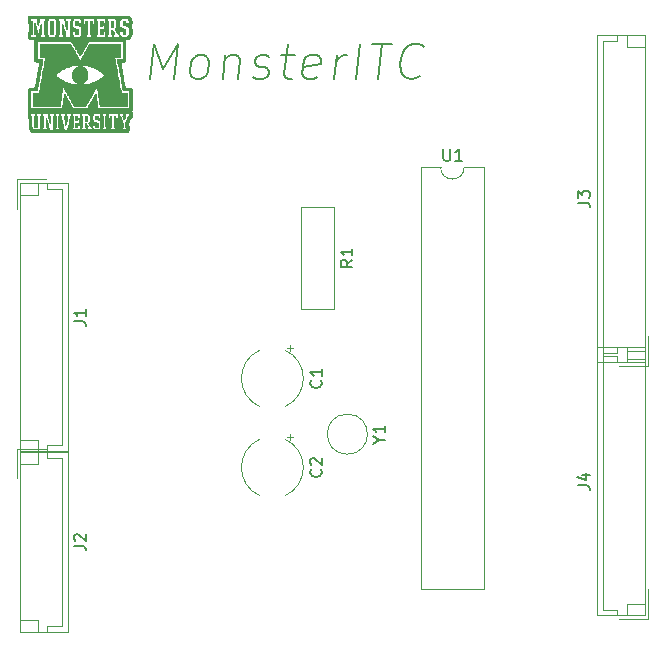
<source format=gto>
G04 #@! TF.GenerationSoftware,KiCad,Pcbnew,(5.1.2)-2*
G04 #@! TF.CreationDate,2019-10-01T15:18:02-10:00*
G04 #@! TF.ProjectId,bootloader_atmega328,626f6f74-6c6f-4616-9465-725f61746d65,rev?*
G04 #@! TF.SameCoordinates,Original*
G04 #@! TF.FileFunction,Legend,Top*
G04 #@! TF.FilePolarity,Positive*
%FSLAX46Y46*%
G04 Gerber Fmt 4.6, Leading zero omitted, Abs format (unit mm)*
G04 Created by KiCad (PCBNEW (5.1.2)-2) date 2019-10-01 15:18:02*
%MOMM*%
%LPD*%
G04 APERTURE LIST*
%ADD10C,0.150000*%
%ADD11C,0.010000*%
%ADD12C,0.120000*%
G04 APERTURE END LIST*
D10*
X98857276Y-68667142D02*
X99232276Y-65667142D01*
X99964419Y-67810000D01*
X101232276Y-65667142D01*
X100857276Y-68667142D01*
X102714419Y-68667142D02*
X102446562Y-68524285D01*
X102321562Y-68381428D01*
X102214419Y-68095714D01*
X102321562Y-67238571D01*
X102500133Y-66952857D01*
X102660848Y-66810000D01*
X102964419Y-66667142D01*
X103392991Y-66667142D01*
X103660848Y-66810000D01*
X103785848Y-66952857D01*
X103892991Y-67238571D01*
X103785848Y-68095714D01*
X103607276Y-68381428D01*
X103446562Y-68524285D01*
X103142991Y-68667142D01*
X102714419Y-68667142D01*
X105250133Y-66667142D02*
X105000133Y-68667142D01*
X105214419Y-66952857D02*
X105375133Y-66810000D01*
X105678705Y-66667142D01*
X106107276Y-66667142D01*
X106375133Y-66810000D01*
X106482276Y-67095714D01*
X106285848Y-68667142D01*
X107589419Y-68524285D02*
X107857276Y-68667142D01*
X108428705Y-68667142D01*
X108732276Y-68524285D01*
X108910848Y-68238571D01*
X108928705Y-68095714D01*
X108821562Y-67810000D01*
X108553705Y-67667142D01*
X108125133Y-67667142D01*
X107857276Y-67524285D01*
X107750133Y-67238571D01*
X107767991Y-67095714D01*
X107946562Y-66810000D01*
X108250133Y-66667142D01*
X108678705Y-66667142D01*
X108946562Y-66810000D01*
X109964419Y-66667142D02*
X111107276Y-66667142D01*
X110517991Y-65667142D02*
X110196562Y-68238571D01*
X110303705Y-68524285D01*
X110571562Y-68667142D01*
X110857276Y-68667142D01*
X113017991Y-68524285D02*
X112714419Y-68667142D01*
X112142991Y-68667142D01*
X111875133Y-68524285D01*
X111767991Y-68238571D01*
X111910848Y-67095714D01*
X112089419Y-66810000D01*
X112392991Y-66667142D01*
X112964419Y-66667142D01*
X113232276Y-66810000D01*
X113339419Y-67095714D01*
X113303705Y-67381428D01*
X111839419Y-67667142D01*
X114428705Y-68667142D02*
X114678705Y-66667142D01*
X114607276Y-67238571D02*
X114785848Y-66952857D01*
X114946562Y-66810000D01*
X115250133Y-66667142D01*
X115535848Y-66667142D01*
X116285848Y-68667142D02*
X116660848Y-65667142D01*
X117660848Y-65667142D02*
X119375133Y-65667142D01*
X118142991Y-68667142D02*
X118517991Y-65667142D01*
X121750133Y-68381428D02*
X121589419Y-68524285D01*
X121142991Y-68667142D01*
X120857276Y-68667142D01*
X120446562Y-68524285D01*
X120196562Y-68238571D01*
X120089419Y-67952857D01*
X120017991Y-67381428D01*
X120071562Y-66952857D01*
X120285848Y-66381428D01*
X120464419Y-66095714D01*
X120785848Y-65810000D01*
X121232276Y-65667142D01*
X121517991Y-65667142D01*
X121928705Y-65810000D01*
X122053705Y-65952857D01*
D11*
G36*
X95306646Y-63298813D02*
G01*
X95522339Y-63298915D01*
X95719685Y-63299081D01*
X95899468Y-63299312D01*
X96062470Y-63299611D01*
X96209477Y-63299983D01*
X96341271Y-63300429D01*
X96458636Y-63300952D01*
X96562356Y-63301557D01*
X96653214Y-63302244D01*
X96731995Y-63303019D01*
X96799481Y-63303882D01*
X96856457Y-63304838D01*
X96903705Y-63305890D01*
X96942011Y-63307040D01*
X96972156Y-63308291D01*
X96994926Y-63309646D01*
X97011103Y-63311109D01*
X97021472Y-63312682D01*
X97026816Y-63314367D01*
X97028000Y-63315774D01*
X97038131Y-63332660D01*
X97047050Y-63334900D01*
X97062371Y-63345940D01*
X97066100Y-63366650D01*
X97071745Y-63391237D01*
X97092557Y-63398749D01*
X97094675Y-63398803D01*
X97127134Y-63406417D01*
X97154649Y-63424081D01*
X97167580Y-63445378D01*
X97167700Y-63447425D01*
X97176372Y-63461149D01*
X97180400Y-63461900D01*
X97189933Y-63472772D01*
X97193100Y-63493774D01*
X97202483Y-63526500D01*
X97218500Y-63547396D01*
X97237540Y-63575500D01*
X97243873Y-63619558D01*
X97243900Y-63623472D01*
X97245747Y-63658098D01*
X97253334Y-63674022D01*
X97269300Y-63677800D01*
X97279669Y-63679200D01*
X97286754Y-63686099D01*
X97291176Y-63702546D01*
X97293559Y-63732587D01*
X97294526Y-63780271D01*
X97294700Y-63842900D01*
X97294484Y-63910301D01*
X97293423Y-63956351D01*
X97290892Y-63985097D01*
X97286271Y-64000588D01*
X97278935Y-64006872D01*
X97269300Y-64008000D01*
X97252732Y-64012222D01*
X97245375Y-64029321D01*
X97243900Y-64059198D01*
X97238889Y-64099921D01*
X97224850Y-64117707D01*
X97210047Y-64134704D01*
X97205800Y-64155408D01*
X97212672Y-64179923D01*
X97224850Y-64185800D01*
X97238096Y-64194188D01*
X97243554Y-64221995D01*
X97243900Y-64236600D01*
X97246030Y-64269835D01*
X97254639Y-64284523D01*
X97269300Y-64287400D01*
X97276926Y-64288210D01*
X97282850Y-64292540D01*
X97287287Y-64303233D01*
X97290451Y-64323137D01*
X97292557Y-64355097D01*
X97293820Y-64401958D01*
X97294455Y-64466567D01*
X97294676Y-64551769D01*
X97294700Y-64623950D01*
X97294632Y-64725026D01*
X97294288Y-64803545D01*
X97293459Y-64862352D01*
X97291935Y-64904289D01*
X97289505Y-64932201D01*
X97285962Y-64948931D01*
X97281093Y-64957321D01*
X97274691Y-64960217D01*
X97269875Y-64960500D01*
X97250486Y-64968291D01*
X97238808Y-64995030D01*
X97236712Y-65004950D01*
X97228435Y-65034252D01*
X97218829Y-65048987D01*
X97217236Y-65049400D01*
X97208462Y-65060613D01*
X97200108Y-65088618D01*
X97198034Y-65099841D01*
X97185151Y-65141092D01*
X97166134Y-65157846D01*
X97146453Y-65169277D01*
X97142300Y-65177255D01*
X97131260Y-65185573D01*
X97104662Y-65189099D01*
X97104200Y-65189100D01*
X97078602Y-65191577D01*
X97068102Y-65204146D01*
X97066100Y-65233550D01*
X97061969Y-65266425D01*
X97048784Y-65277919D01*
X97047050Y-65278000D01*
X97030212Y-65288165D01*
X97028000Y-65297050D01*
X97023784Y-65305964D01*
X97008343Y-65311675D01*
X96977487Y-65314815D01*
X96927023Y-65316018D01*
X96902038Y-65316100D01*
X96846136Y-65316847D01*
X96798492Y-65318857D01*
X96765715Y-65321782D01*
X96755988Y-65323808D01*
X96743263Y-65338462D01*
X96736504Y-65363664D01*
X96736658Y-65388998D01*
X96744674Y-65404047D01*
X96748600Y-65405000D01*
X96751486Y-65417651D01*
X96754010Y-65455420D01*
X96756167Y-65518024D01*
X96757952Y-65605182D01*
X96759362Y-65716614D01*
X96760392Y-65852038D01*
X96761038Y-66011174D01*
X96761295Y-66193741D01*
X96761300Y-66224150D01*
X96761129Y-66373622D01*
X96760636Y-66512830D01*
X96759844Y-66639907D01*
X96758780Y-66752987D01*
X96757470Y-66850206D01*
X96755939Y-66929696D01*
X96754213Y-66989593D01*
X96752317Y-67028030D01*
X96750277Y-67043141D01*
X96750042Y-67043300D01*
X96741645Y-67054604D01*
X96733323Y-67083218D01*
X96730213Y-67100450D01*
X96720614Y-67139455D01*
X96707382Y-67156946D01*
X96704002Y-67157600D01*
X96683553Y-67167505D01*
X96674489Y-67178815D01*
X96664503Y-67188631D01*
X96644477Y-67195622D01*
X96610021Y-67200565D01*
X96556746Y-67204236D01*
X96521729Y-67205835D01*
X96380843Y-67211640D01*
X96373297Y-67251864D01*
X96371161Y-67286199D01*
X96374015Y-67341063D01*
X96381973Y-67417663D01*
X96395148Y-67517203D01*
X96404793Y-67583050D01*
X96411577Y-67641358D01*
X96416222Y-67705963D01*
X96417328Y-67738625D01*
X96419735Y-67779827D01*
X96424954Y-67808499D01*
X96431100Y-67818000D01*
X96441418Y-67828636D01*
X96443800Y-67843400D01*
X96449118Y-67864037D01*
X96456500Y-67868800D01*
X96463264Y-67880367D01*
X96467851Y-67910587D01*
X96469200Y-67945000D01*
X96471127Y-67985588D01*
X96476164Y-68013106D01*
X96481900Y-68021200D01*
X96488001Y-68033180D01*
X96492348Y-68066312D01*
X96494468Y-68116377D01*
X96494600Y-68134441D01*
X96496090Y-68196627D01*
X96500710Y-68235287D01*
X96508686Y-68252128D01*
X96510225Y-68252891D01*
X96519295Y-68268620D01*
X96527005Y-68308611D01*
X96533154Y-68371751D01*
X96533956Y-68383568D01*
X96539188Y-68443193D01*
X96545868Y-68486884D01*
X96553319Y-68510713D01*
X96556431Y-68513827D01*
X96566739Y-68528564D01*
X96570800Y-68555658D01*
X96574575Y-68581948D01*
X96583500Y-68592700D01*
X96591184Y-68604026D01*
X96595699Y-68632580D01*
X96596200Y-68647898D01*
X96597126Y-68686285D01*
X96599592Y-68740241D01*
X96603129Y-68800014D01*
X96604451Y-68819348D01*
X96608963Y-68874657D01*
X96613805Y-68909241D01*
X96620247Y-68927758D01*
X96629562Y-68934865D01*
X96636201Y-68935600D01*
X96650400Y-68939592D01*
X96657471Y-68955601D01*
X96659653Y-68989669D01*
X96659700Y-68999100D01*
X96661984Y-69035323D01*
X96667825Y-69058314D01*
X96672400Y-69062600D01*
X96679186Y-69074150D01*
X96683780Y-69104246D01*
X96685100Y-69137741D01*
X96687241Y-69179534D01*
X96692860Y-69208431D01*
X96698744Y-69217431D01*
X96706880Y-69231486D01*
X96714577Y-69263632D01*
X96719659Y-69302154D01*
X96726809Y-69351690D01*
X96737036Y-69381783D01*
X96744114Y-69388922D01*
X96759788Y-69405393D01*
X96761300Y-69413208D01*
X96765515Y-69419792D01*
X96780257Y-69424582D01*
X96808673Y-69427832D01*
X96853907Y-69429796D01*
X96919104Y-69430726D01*
X96980746Y-69430900D01*
X97060646Y-69431081D01*
X97118975Y-69431898D01*
X97159557Y-69433758D01*
X97186220Y-69437072D01*
X97202790Y-69442247D01*
X97213093Y-69449693D01*
X97218500Y-69456299D01*
X97243460Y-69476259D01*
X97264394Y-69481700D01*
X97289755Y-69489908D01*
X97299691Y-69501788D01*
X97301146Y-69518063D01*
X97302444Y-69557214D01*
X97303587Y-69616716D01*
X97304574Y-69694046D01*
X97305405Y-69786680D01*
X97306081Y-69892093D01*
X97306602Y-70007763D01*
X97306969Y-70131164D01*
X97307181Y-70259773D01*
X97307240Y-70391067D01*
X97307145Y-70522520D01*
X97306896Y-70651609D01*
X97306495Y-70775811D01*
X97305942Y-70892601D01*
X97305236Y-70999455D01*
X97304378Y-71093850D01*
X97303368Y-71173261D01*
X97302207Y-71235165D01*
X97300895Y-71277037D01*
X97299462Y-71296212D01*
X97286434Y-71327774D01*
X97269071Y-71335900D01*
X97246949Y-71343631D01*
X97238116Y-71368729D01*
X97240670Y-71408925D01*
X97248785Y-71438214D01*
X97265226Y-71449278D01*
X97277091Y-71450200D01*
X97307400Y-71450200D01*
X97307260Y-71656575D01*
X97306708Y-71753824D01*
X97304959Y-71828436D01*
X97301652Y-71883159D01*
X97296427Y-71920743D01*
X97288922Y-71943934D01*
X97278776Y-71955483D01*
X97267638Y-71958200D01*
X97247925Y-71964139D01*
X97243900Y-71971560D01*
X97233192Y-71984556D01*
X97207277Y-71997678D01*
X97205800Y-71998203D01*
X97175223Y-72016829D01*
X97167700Y-72036549D01*
X97156471Y-72070706D01*
X97127370Y-72092875D01*
X97100495Y-72097900D01*
X97083914Y-72099727D01*
X97073900Y-72108945D01*
X97067972Y-72131161D01*
X97063647Y-72171978D01*
X97062729Y-72183211D01*
X97057357Y-72226890D01*
X97049872Y-72259225D01*
X97041940Y-72273169D01*
X97030299Y-72288041D01*
X97028000Y-72302158D01*
X97022475Y-72322213D01*
X97015300Y-72326500D01*
X97004097Y-72336813D01*
X97002600Y-72345948D01*
X96992325Y-72367139D01*
X96983550Y-72372707D01*
X96972313Y-72384621D01*
X96966292Y-72412544D01*
X96964500Y-72461061D01*
X96964500Y-72461208D01*
X96965078Y-72505131D01*
X96968324Y-72529442D01*
X96976497Y-72539926D01*
X96991861Y-72542367D01*
X96996250Y-72542400D01*
X97020496Y-72547722D01*
X97027900Y-72568296D01*
X97028000Y-72573091D01*
X97033689Y-72598646D01*
X97043596Y-72608982D01*
X97049915Y-72623129D01*
X97054783Y-72657357D01*
X97058194Y-72706388D01*
X97060146Y-72764944D01*
X97060635Y-72827746D01*
X97059657Y-72889517D01*
X97057209Y-72944979D01*
X97053287Y-72988855D01*
X97047888Y-73015866D01*
X97043875Y-73021805D01*
X97032475Y-73036944D01*
X97028000Y-73064158D01*
X97022184Y-73093625D01*
X97008950Y-73101200D01*
X96992112Y-73111365D01*
X96989900Y-73120250D01*
X96978909Y-73135601D01*
X96959057Y-73139300D01*
X96926840Y-73146903D01*
X96909164Y-73158349D01*
X96905310Y-73160164D01*
X96896962Y-73161861D01*
X96883315Y-73163446D01*
X96863563Y-73164921D01*
X96836902Y-73166290D01*
X96802527Y-73167557D01*
X96759632Y-73168727D01*
X96707415Y-73169802D01*
X96645068Y-73170787D01*
X96571789Y-73171685D01*
X96486771Y-73172500D01*
X96389209Y-73173237D01*
X96278300Y-73173898D01*
X96153238Y-73174488D01*
X96013219Y-73175011D01*
X95857437Y-73175469D01*
X95685088Y-73175868D01*
X95495366Y-73176211D01*
X95287468Y-73176502D01*
X95060588Y-73176743D01*
X94813921Y-73176941D01*
X94546662Y-73177097D01*
X94258008Y-73177217D01*
X93947152Y-73177303D01*
X93613290Y-73177359D01*
X93255617Y-73177390D01*
X92883415Y-73177400D01*
X92465367Y-73177368D01*
X92072361Y-73177274D01*
X91704040Y-73177115D01*
X91360048Y-73176890D01*
X91040025Y-73176598D01*
X90743616Y-73176238D01*
X90470463Y-73175809D01*
X90220208Y-73175310D01*
X89992494Y-73174738D01*
X89786963Y-73174094D01*
X89603259Y-73173375D01*
X89441023Y-73172581D01*
X89299899Y-73171711D01*
X89179529Y-73170763D01*
X89079556Y-73169736D01*
X88999623Y-73168628D01*
X88939371Y-73167440D01*
X88898444Y-73166169D01*
X88876484Y-73164814D01*
X88872210Y-73163880D01*
X88857903Y-73153814D01*
X88827760Y-73145298D01*
X88816872Y-73143543D01*
X88771619Y-73126777D01*
X88743151Y-73093214D01*
X88734900Y-73054218D01*
X88727144Y-73039010D01*
X88722200Y-73037700D01*
X88711866Y-73027067D01*
X88709500Y-73012407D01*
X88699511Y-72986099D01*
X88684100Y-72971252D01*
X88664008Y-72949990D01*
X88658700Y-72933045D01*
X88648401Y-72914038D01*
X88635310Y-72910700D01*
X88622117Y-72907797D01*
X88611264Y-72897650D01*
X88602534Y-72878100D01*
X88595708Y-72846987D01*
X88590570Y-72802152D01*
X88586902Y-72741436D01*
X88584487Y-72662679D01*
X88583106Y-72563723D01*
X88582544Y-72442409D01*
X88582500Y-72386258D01*
X88582407Y-72270140D01*
X88582043Y-72176779D01*
X88581276Y-72103530D01*
X88579975Y-72047752D01*
X88578009Y-72006801D01*
X88575247Y-71978033D01*
X88571558Y-71958807D01*
X88566812Y-71946477D01*
X88560876Y-71938402D01*
X88560275Y-71937789D01*
X88552211Y-71927065D01*
X88546340Y-71910931D01*
X88542326Y-71885622D01*
X88539834Y-71847377D01*
X88538528Y-71792433D01*
X88538071Y-71717026D01*
X88538050Y-71688768D01*
X88538532Y-71601647D01*
X88539747Y-71551800D01*
X88734900Y-71551800D01*
X88734900Y-71805800D01*
X88811100Y-71805800D01*
X88811100Y-72282050D01*
X88811435Y-72418672D01*
X88812432Y-72533146D01*
X88814073Y-72624855D01*
X88816342Y-72693187D01*
X88819223Y-72737529D01*
X88822699Y-72757265D01*
X88823800Y-72758300D01*
X88833346Y-72769168D01*
X88836500Y-72790050D01*
X88840847Y-72813917D01*
X88849200Y-72821800D01*
X88861537Y-72830858D01*
X88861900Y-72833673D01*
X88866076Y-72853531D01*
X88874285Y-72878123D01*
X88886671Y-72910700D01*
X89166832Y-72910700D01*
X89261830Y-72910423D01*
X89334717Y-72909453D01*
X89388780Y-72907582D01*
X89427303Y-72904601D01*
X89453570Y-72900301D01*
X89470868Y-72894472D01*
X89477087Y-72890981D01*
X89502638Y-72865152D01*
X89514982Y-72840181D01*
X89525186Y-72816711D01*
X89535241Y-72809100D01*
X89538628Y-72796561D01*
X89541515Y-72759580D01*
X89543880Y-72699111D01*
X89545698Y-72616108D01*
X89546946Y-72511525D01*
X89547601Y-72386314D01*
X89547700Y-72307450D01*
X89547700Y-71805800D01*
X89636600Y-71805800D01*
X89636600Y-71653400D01*
X89687400Y-71653400D01*
X89692718Y-71674037D01*
X89700100Y-71678800D01*
X89710715Y-71688338D01*
X89712093Y-71708427D01*
X89705017Y-71726278D01*
X89696925Y-71730602D01*
X89687566Y-71733155D01*
X89696925Y-71738010D01*
X89709200Y-71754249D01*
X89712800Y-71775108D01*
X89715750Y-71794911D01*
X89729334Y-71803711D01*
X89760648Y-71805794D01*
X89763600Y-71805800D01*
X89814400Y-71805800D01*
X89814400Y-72707500D01*
X89763600Y-72707500D01*
X89728277Y-72710645D01*
X89713721Y-72721073D01*
X89712800Y-72726550D01*
X89704186Y-72744020D01*
X89696925Y-72746602D01*
X89687566Y-72749155D01*
X89696925Y-72754010D01*
X89710436Y-72770560D01*
X89712800Y-72783700D01*
X89705231Y-72806589D01*
X89696925Y-72813424D01*
X89688773Y-72822331D01*
X89700100Y-72834500D01*
X89711630Y-72848023D01*
X89703275Y-72855575D01*
X89689957Y-72872112D01*
X89687400Y-72886358D01*
X89688781Y-72895349D01*
X89695319Y-72901807D01*
X89710604Y-72906148D01*
X89738226Y-72908790D01*
X89781775Y-72910150D01*
X89844842Y-72910644D01*
X89896950Y-72910700D01*
X90106500Y-72910700D01*
X90106500Y-72707500D01*
X90030300Y-72707500D01*
X90030300Y-72009000D01*
X90060098Y-72009000D01*
X90072594Y-72009967D01*
X90081286Y-72015656D01*
X90087197Y-72030245D01*
X90091354Y-72057915D01*
X90094782Y-72102844D01*
X90098256Y-72164575D01*
X90102431Y-72224540D01*
X90107717Y-72274495D01*
X90113450Y-72309408D01*
X90118970Y-72324248D01*
X90119257Y-72324383D01*
X90129806Y-72338883D01*
X90131900Y-72352958D01*
X90137424Y-72373013D01*
X90144600Y-72377300D01*
X90155802Y-72387613D01*
X90157300Y-72396748D01*
X90167574Y-72417939D01*
X90176350Y-72423507D01*
X90188572Y-72437327D01*
X90194470Y-72469461D01*
X90195400Y-72500215D01*
X90199594Y-72553052D01*
X90211688Y-72585458D01*
X90214450Y-72588664D01*
X90226894Y-72613304D01*
X90233277Y-72649783D01*
X90233500Y-72657607D01*
X90235967Y-72689086D01*
X90242119Y-72706365D01*
X90244436Y-72707500D01*
X90251155Y-72719044D01*
X90257838Y-72749147D01*
X90262541Y-72786560D01*
X90268299Y-72828479D01*
X90276148Y-72858835D01*
X90283355Y-72870168D01*
X90295825Y-72885035D01*
X90297000Y-72892708D01*
X90304206Y-72908918D01*
X90309700Y-72910700D01*
X90320018Y-72921336D01*
X90322400Y-72936100D01*
X90323948Y-72947013D01*
X90331460Y-72954256D01*
X90349232Y-72958578D01*
X90381560Y-72960724D01*
X90432743Y-72961442D01*
X90468450Y-72961500D01*
X90614500Y-72961500D01*
X90614500Y-71805800D01*
X90690700Y-71805800D01*
X90690700Y-71551800D01*
X90792300Y-71551800D01*
X90792300Y-71805800D01*
X90881200Y-71805800D01*
X90881200Y-72707500D01*
X90792300Y-72707500D01*
X90792300Y-72910700D01*
X91186000Y-72910700D01*
X91186000Y-72707500D01*
X91097100Y-72707500D01*
X91097100Y-71805800D01*
X91186000Y-71805800D01*
X91186000Y-71551800D01*
X91249500Y-71551800D01*
X91249500Y-71805800D01*
X91325700Y-71805800D01*
X91325700Y-71894700D01*
X91327122Y-71938516D01*
X91330864Y-71970267D01*
X91336142Y-71983529D01*
X91336576Y-71983600D01*
X91342910Y-71995224D01*
X91349572Y-72025900D01*
X91355245Y-72069333D01*
X91355849Y-72075675D01*
X91363674Y-72132661D01*
X91374581Y-72169802D01*
X91383073Y-72181850D01*
X91396596Y-72206805D01*
X91401843Y-72254398D01*
X91401900Y-72261225D01*
X91404125Y-72298025D01*
X91409831Y-72321698D01*
X91414600Y-72326500D01*
X91421844Y-72337922D01*
X91426442Y-72367126D01*
X91427300Y-72390000D01*
X91428329Y-72427686D01*
X91433582Y-72446487D01*
X91446307Y-72452898D01*
X91459050Y-72453500D01*
X91490800Y-72453500D01*
X91490800Y-72586850D01*
X91491953Y-72647888D01*
X91495195Y-72692293D01*
X91500197Y-72716621D01*
X91503500Y-72720200D01*
X91509899Y-72732018D01*
X91514359Y-72764011D01*
X91516188Y-72810983D01*
X91516200Y-72815450D01*
X91517775Y-72863444D01*
X91522041Y-72896896D01*
X91528304Y-72910610D01*
X91528900Y-72910700D01*
X91539218Y-72921336D01*
X91541600Y-72936100D01*
X91543000Y-72946469D01*
X91549899Y-72953554D01*
X91566346Y-72957976D01*
X91596387Y-72960359D01*
X91644071Y-72961326D01*
X91706700Y-72961500D01*
X91871800Y-72961500D01*
X91871800Y-72886358D01*
X91873897Y-72845251D01*
X91879355Y-72816242D01*
X91885258Y-72806730D01*
X91892523Y-72792822D01*
X91899626Y-72760024D01*
X91905250Y-72714819D01*
X91906141Y-72704072D01*
X91910843Y-72653586D01*
X91916491Y-72623636D01*
X91924546Y-72609363D01*
X91935691Y-72605900D01*
X91950611Y-72599550D01*
X91962209Y-72578431D01*
X91971394Y-72539436D01*
X91979074Y-72479457D01*
X91982079Y-72447150D01*
X91987272Y-72405565D01*
X91994071Y-72375183D01*
X91999684Y-72364089D01*
X92004829Y-72349378D01*
X92010377Y-72314693D01*
X92015616Y-72265436D01*
X92019372Y-72214864D01*
X92023712Y-72158174D01*
X92028942Y-72112194D01*
X92034367Y-72081995D01*
X92038809Y-72072500D01*
X92044719Y-72061014D01*
X92048638Y-72031388D01*
X92049600Y-72002650D01*
X92051687Y-71964397D01*
X92057073Y-71939026D01*
X92062300Y-71932800D01*
X92069544Y-71921377D01*
X92074142Y-71892173D01*
X92075000Y-71869300D01*
X92075832Y-71831709D01*
X92080950Y-71812964D01*
X92094285Y-71806513D01*
X92113100Y-71805800D01*
X92151200Y-71805800D01*
X92151200Y-71551800D01*
X92227400Y-71551800D01*
X92227400Y-71805800D01*
X92303600Y-71805800D01*
X92303600Y-72707500D01*
X92227400Y-72707500D01*
X92227400Y-72834500D01*
X92228607Y-72893497D01*
X92231985Y-72936152D01*
X92237169Y-72958804D01*
X92240100Y-72961500D01*
X92250418Y-72950863D01*
X92252800Y-72936100D01*
X92253622Y-72928409D01*
X92258003Y-72922451D01*
X92268817Y-72918005D01*
X92288935Y-72914849D01*
X92321232Y-72912764D01*
X92368580Y-72911527D01*
X92433851Y-72910919D01*
X92519919Y-72910717D01*
X92583000Y-72910700D01*
X92913200Y-72910700D01*
X92913200Y-72542400D01*
X92697300Y-72542400D01*
X92697300Y-72707500D01*
X92532200Y-72707500D01*
X92532200Y-72364600D01*
X92589350Y-72364600D01*
X92623432Y-72367122D01*
X92643877Y-72373504D01*
X92646500Y-72377300D01*
X92658318Y-72383699D01*
X92690311Y-72388159D01*
X92737283Y-72389988D01*
X92741750Y-72390000D01*
X92837000Y-72390000D01*
X92837000Y-72097900D01*
X92741750Y-72097900D01*
X92693755Y-72099475D01*
X92660303Y-72103741D01*
X92646589Y-72110004D01*
X92646500Y-72110600D01*
X92635148Y-72118173D01*
X92606429Y-72122717D01*
X92589350Y-72123300D01*
X92532200Y-72123300D01*
X92532200Y-71805800D01*
X92697300Y-71805800D01*
X92697300Y-71958200D01*
X92913200Y-71958200D01*
X92913200Y-71551800D01*
X93052900Y-71551800D01*
X93052900Y-71805800D01*
X93129100Y-71805800D01*
X93129100Y-72707500D01*
X93052900Y-72707500D01*
X93052900Y-72910700D01*
X93446600Y-72910700D01*
X93446600Y-72707500D01*
X93370400Y-72707500D01*
X93370400Y-72428100D01*
X93407141Y-72428100D01*
X93437063Y-72434151D01*
X93453440Y-72455172D01*
X93459174Y-72495459D01*
X93459300Y-72505338D01*
X93462948Y-72532085D01*
X93478292Y-72541650D01*
X93491050Y-72542400D01*
X93516146Y-72548719D01*
X93522800Y-72560542D01*
X93531162Y-72584169D01*
X93540932Y-72596817D01*
X93555420Y-72621169D01*
X93566825Y-72656683D01*
X93567745Y-72661225D01*
X93571818Y-72691710D01*
X93566581Y-72704762D01*
X93549613Y-72707500D01*
X93536279Y-72709318D01*
X93528290Y-72718200D01*
X93524290Y-72739286D01*
X93522922Y-72777717D01*
X93522800Y-72809100D01*
X93522800Y-72910700D01*
X93929200Y-72910700D01*
X93929200Y-72707500D01*
X93887925Y-72707326D01*
X93831759Y-72702525D01*
X93799072Y-72688620D01*
X93789500Y-72667918D01*
X93784598Y-72648089D01*
X93778423Y-72644000D01*
X93769706Y-72632781D01*
X93761359Y-72604743D01*
X93759223Y-72593200D01*
X93749585Y-72558420D01*
X93736082Y-72542773D01*
X93733558Y-72542400D01*
X93713524Y-72530686D01*
X93702541Y-72496694D01*
X93700600Y-72465161D01*
X93696951Y-72438414D01*
X93681607Y-72428849D01*
X93668850Y-72428100D01*
X93644681Y-72422854D01*
X93637234Y-72402201D01*
X93637100Y-72396350D01*
X93643611Y-72370859D01*
X93659948Y-72364600D01*
X93681547Y-72352416D01*
X93698870Y-72320150D01*
X93713791Y-72291160D01*
X93730145Y-72276239D01*
X93733172Y-72275700D01*
X93739234Y-72272189D01*
X93743828Y-72259730D01*
X93747142Y-72235428D01*
X93749366Y-72196391D01*
X93750688Y-72139726D01*
X93751297Y-72062539D01*
X93751400Y-71996300D01*
X93751103Y-71945500D01*
X93980000Y-71945500D01*
X93980689Y-72032850D01*
X93982694Y-72100731D01*
X93985919Y-72147442D01*
X93990271Y-72171281D01*
X93992700Y-72174100D01*
X94003967Y-72184386D01*
X94005400Y-72193150D01*
X94015565Y-72209987D01*
X94024450Y-72212200D01*
X94041288Y-72222309D01*
X94043500Y-72231139D01*
X94052112Y-72251079D01*
X94073703Y-72278366D01*
X94083483Y-72288289D01*
X94105558Y-72307638D01*
X94126601Y-72319051D01*
X94154207Y-72324606D01*
X94195973Y-72326380D01*
X94223183Y-72326500D01*
X94274758Y-72327425D01*
X94305517Y-72330778D01*
X94319993Y-72337425D01*
X94322900Y-72345550D01*
X94333465Y-72360208D01*
X94364175Y-72364773D01*
X94402993Y-72365337D01*
X94429975Y-72369257D01*
X94447271Y-72380448D01*
X94457034Y-72402827D01*
X94461414Y-72440309D01*
X94462565Y-72496810D01*
X94462600Y-72543881D01*
X94462600Y-72707500D01*
X94208600Y-72707500D01*
X94208600Y-72542400D01*
X93980000Y-72542400D01*
X93980000Y-72669977D01*
X93980464Y-72728946D01*
X93982615Y-72768385D01*
X93987594Y-72794155D01*
X93996539Y-72812120D01*
X94010588Y-72828143D01*
X94010764Y-72828319D01*
X94034721Y-72857371D01*
X94049604Y-72884534D01*
X94049720Y-72884891D01*
X94053398Y-72893330D01*
X94060507Y-72899696D01*
X94074276Y-72904282D01*
X94097931Y-72907378D01*
X94134701Y-72909277D01*
X94187812Y-72910269D01*
X94260493Y-72910645D01*
X94335555Y-72910700D01*
X94613199Y-72910700D01*
X94628143Y-72838714D01*
X94632054Y-72806434D01*
X94634959Y-72755236D01*
X94636895Y-72689609D01*
X94637900Y-72614044D01*
X94638012Y-72533029D01*
X94637269Y-72451056D01*
X94635707Y-72372614D01*
X94633366Y-72302194D01*
X94630282Y-72244284D01*
X94626493Y-72203376D01*
X94622658Y-72185122D01*
X94604732Y-72169675D01*
X94571794Y-72157988D01*
X94563416Y-72156397D01*
X94531944Y-72148551D01*
X94514586Y-72138754D01*
X94513400Y-72135849D01*
X94502761Y-72125652D01*
X94488000Y-72123300D01*
X94467362Y-72117981D01*
X94462600Y-72110600D01*
X94450575Y-72104589D01*
X94417138Y-72100278D01*
X94366244Y-72098088D01*
X94343308Y-72097900D01*
X94285331Y-72097130D01*
X94248076Y-72094332D01*
X94226896Y-72088771D01*
X94217148Y-72079711D01*
X94216308Y-72077811D01*
X94213006Y-72056990D01*
X94210411Y-72017380D01*
X94208872Y-71965586D01*
X94208600Y-71931761D01*
X94208600Y-71805800D01*
X94462600Y-71805800D01*
X94462600Y-71958200D01*
X94641984Y-71958200D01*
X94635916Y-71821675D01*
X94631533Y-71735829D01*
X94626635Y-71672240D01*
X94620527Y-71627764D01*
X94612515Y-71599259D01*
X94601906Y-71583583D01*
X94588004Y-71577591D01*
X94581916Y-71577200D01*
X94558694Y-71572679D01*
X94551500Y-71564500D01*
X94539620Y-71559534D01*
X94507202Y-71555776D01*
X94459079Y-71553203D01*
X94400294Y-71551800D01*
X94780100Y-71551800D01*
X94780100Y-71805800D01*
X94869000Y-71805800D01*
X94869000Y-72707500D01*
X94780100Y-72707500D01*
X94781829Y-72837675D01*
X94783009Y-72888064D01*
X94784866Y-72923896D01*
X94787126Y-72941312D01*
X94789062Y-72939275D01*
X94792238Y-72927778D01*
X94799316Y-72919870D01*
X94814426Y-72914879D01*
X94841702Y-72912134D01*
X94885275Y-72910966D01*
X94949277Y-72910702D01*
X94965133Y-72910700D01*
X95135700Y-72910700D01*
X95135700Y-72809100D01*
X95135169Y-72758478D01*
X95132727Y-72728139D01*
X95127095Y-72712974D01*
X95116996Y-72707873D01*
X95110300Y-72707500D01*
X95103607Y-72706842D01*
X95098206Y-72703228D01*
X95093960Y-72694200D01*
X95090729Y-72677296D01*
X95088374Y-72650057D01*
X95086757Y-72610023D01*
X95085740Y-72554734D01*
X95085184Y-72481730D01*
X95084950Y-72388552D01*
X95084900Y-72272739D01*
X95084900Y-72256650D01*
X95084937Y-72137853D01*
X95085140Y-72041997D01*
X95085649Y-71966620D01*
X95086601Y-71909265D01*
X95088136Y-71867469D01*
X95090391Y-71838775D01*
X95093506Y-71820721D01*
X95097619Y-71810847D01*
X95102868Y-71806695D01*
X95109393Y-71805804D01*
X95110300Y-71805800D01*
X95121860Y-71804056D01*
X95129261Y-71795762D01*
X95133421Y-71776320D01*
X95135260Y-71741132D01*
X95135697Y-71685601D01*
X95135700Y-71678800D01*
X95135700Y-71551800D01*
X95288100Y-71551800D01*
X95288100Y-71996300D01*
X95453200Y-71996300D01*
X95453200Y-71805800D01*
X95592900Y-71805800D01*
X95592900Y-72707500D01*
X95491300Y-72707500D01*
X95491300Y-72910700D01*
X95910400Y-72910700D01*
X95910400Y-72707500D01*
X95796100Y-72707500D01*
X95796100Y-71805800D01*
X95935800Y-71805800D01*
X95935800Y-71996300D01*
X96126300Y-71996300D01*
X96126300Y-71551800D01*
X96240600Y-71551800D01*
X96240600Y-71678800D01*
X96241229Y-71738022D01*
X96243535Y-71776044D01*
X96248145Y-71797044D01*
X96255685Y-71805198D01*
X96259650Y-71805800D01*
X96276552Y-71812529D01*
X96278700Y-71818258D01*
X96289475Y-71830295D01*
X96310450Y-71838684D01*
X96336405Y-71853907D01*
X96342200Y-71870676D01*
X96347161Y-71890563D01*
X96353457Y-71894700D01*
X96361854Y-71906004D01*
X96370176Y-71934618D01*
X96373286Y-71951850D01*
X96380564Y-71985868D01*
X96389143Y-72006328D01*
X96392864Y-72009000D01*
X96400314Y-72020447D01*
X96408003Y-72049987D01*
X96412599Y-72078850D01*
X96418893Y-72117040D01*
X96425991Y-72142412D01*
X96430620Y-72148700D01*
X96446057Y-72156215D01*
X96467256Y-72172414D01*
X96486448Y-72197892D01*
X96494088Y-72235300D01*
X96494600Y-72253605D01*
X96498532Y-72296334D01*
X96510743Y-72316949D01*
X96513650Y-72318392D01*
X96521172Y-72325238D01*
X96526484Y-72341483D01*
X96529933Y-72370756D01*
X96531869Y-72416682D01*
X96532639Y-72482891D01*
X96532700Y-72516601D01*
X96532700Y-72707500D01*
X96500950Y-72707500D01*
X96485203Y-72708582D01*
X96475774Y-72715285D01*
X96471044Y-72732791D01*
X96469392Y-72766281D01*
X96469200Y-72809100D01*
X96469200Y-72910700D01*
X96862900Y-72910700D01*
X96862900Y-72707500D01*
X96761300Y-72707500D01*
X96761300Y-72531287D01*
X96762199Y-72436843D01*
X96765031Y-72365915D01*
X96769995Y-72316676D01*
X96777290Y-72287301D01*
X96787115Y-72275965D01*
X96789194Y-72275700D01*
X96811066Y-72265298D01*
X96830241Y-72241534D01*
X96837500Y-72217771D01*
X96846505Y-72193989D01*
X96865044Y-72172239D01*
X96884356Y-72146184D01*
X96895325Y-72105528D01*
X96898367Y-72078675D01*
X96903183Y-72040485D01*
X96909534Y-72015177D01*
X96914156Y-72009000D01*
X96922155Y-71997761D01*
X96930479Y-71969479D01*
X96933275Y-71955090D01*
X96944453Y-71916253D01*
X96961066Y-71885960D01*
X96966141Y-71880576D01*
X96984518Y-71859343D01*
X96989900Y-71845585D01*
X97000158Y-71832833D01*
X97008950Y-71831200D01*
X97025850Y-71824342D01*
X97028000Y-71818500D01*
X97038286Y-71807232D01*
X97047050Y-71805800D01*
X97055933Y-71801603D01*
X97061636Y-71786227D01*
X97064786Y-71755495D01*
X97066009Y-71705229D01*
X97066100Y-71678800D01*
X97066100Y-71551800D01*
X96723200Y-71551800D01*
X96723200Y-71678800D01*
X96723558Y-71736626D01*
X96725237Y-71773647D01*
X96729144Y-71794454D01*
X96736186Y-71803639D01*
X96747270Y-71805793D01*
X96748282Y-71805800D01*
X96764808Y-71809430D01*
X96768627Y-71825096D01*
X96765319Y-71847075D01*
X96757007Y-71876447D01*
X96747667Y-71892100D01*
X96746988Y-71892449D01*
X96738040Y-71906473D01*
X96729455Y-71935574D01*
X96728348Y-71941088D01*
X96718474Y-71972489D01*
X96705233Y-71991034D01*
X96703322Y-71992024D01*
X96688591Y-72008070D01*
X96678928Y-72033585D01*
X96669229Y-72058604D01*
X96650971Y-72064379D01*
X96641067Y-72062988D01*
X96621974Y-72055297D01*
X96610666Y-72036900D01*
X96603200Y-72000869D01*
X96602373Y-71995013D01*
X96595353Y-71959269D01*
X96586890Y-71936772D01*
X96582308Y-71932800D01*
X96571887Y-71922594D01*
X96570800Y-71915108D01*
X96560555Y-71895502D01*
X96551750Y-71890107D01*
X96535930Y-71872847D01*
X96532700Y-71857629D01*
X96522624Y-71830714D01*
X96510475Y-71819517D01*
X96501348Y-71811427D01*
X96511997Y-71807381D01*
X96542225Y-71806186D01*
X96596200Y-71805800D01*
X96596200Y-71551800D01*
X96240600Y-71551800D01*
X96126300Y-71551800D01*
X95288100Y-71551800D01*
X95135700Y-71551800D01*
X94780100Y-71551800D01*
X94400294Y-71551800D01*
X94400084Y-71551795D01*
X94335048Y-71551530D01*
X94268804Y-71552387D01*
X94206184Y-71554344D01*
X94152022Y-71557381D01*
X94111149Y-71561475D01*
X94088547Y-71566538D01*
X94064751Y-71584622D01*
X94056200Y-71603599D01*
X94050151Y-71640803D01*
X94034262Y-71662796D01*
X94023091Y-71666100D01*
X94008744Y-71676682D01*
X94005400Y-71691500D01*
X94000081Y-71712137D01*
X93992700Y-71716900D01*
X93987847Y-71729306D01*
X93984076Y-71765392D01*
X93981480Y-71823454D01*
X93980156Y-71901792D01*
X93980000Y-71945500D01*
X93751103Y-71945500D01*
X93750879Y-71907224D01*
X93749395Y-71832065D01*
X93747064Y-71773554D01*
X93744002Y-71734424D01*
X93740324Y-71717409D01*
X93739522Y-71716900D01*
X93727918Y-71706161D01*
X93714319Y-71679621D01*
X93711570Y-71672450D01*
X93695195Y-71640534D01*
X93673954Y-71628536D01*
X93666298Y-71628000D01*
X93645289Y-71623312D01*
X93637668Y-71604335D01*
X93637100Y-71589900D01*
X93637100Y-71551800D01*
X93052900Y-71551800D01*
X92913200Y-71551800D01*
X92227400Y-71551800D01*
X92151200Y-71551800D01*
X91744800Y-71551800D01*
X91744800Y-71805800D01*
X91833700Y-71805800D01*
X91833700Y-71907400D01*
X91832214Y-71957714D01*
X91828159Y-71993072D01*
X91822136Y-72008661D01*
X91821000Y-72009000D01*
X91814381Y-72020676D01*
X91809843Y-72051662D01*
X91808300Y-72092457D01*
X91803813Y-72154852D01*
X91790139Y-72194211D01*
X91766960Y-72211300D01*
X91758407Y-72212200D01*
X91750120Y-72223633D01*
X91745338Y-72252990D01*
X91744800Y-72269350D01*
X91742277Y-72303432D01*
X91735895Y-72323877D01*
X91732100Y-72326500D01*
X91725565Y-72338233D01*
X91721057Y-72369626D01*
X91719400Y-72414361D01*
X91717588Y-72477905D01*
X91711824Y-72518660D01*
X91701610Y-72539000D01*
X91692641Y-72542400D01*
X91687751Y-72530625D01*
X91683920Y-72498991D01*
X91681672Y-72453034D01*
X91681300Y-72422657D01*
X91680082Y-72359862D01*
X91676033Y-72318018D01*
X91668555Y-72292775D01*
X91662250Y-72283864D01*
X91649778Y-72258153D01*
X91643850Y-72211220D01*
X91643200Y-72181357D01*
X91641781Y-72133938D01*
X91636926Y-72107596D01*
X91627736Y-72098135D01*
X91625335Y-72097900D01*
X91616094Y-72091236D01*
X91608867Y-72068961D01*
X91602900Y-72027645D01*
X91598229Y-71974636D01*
X91591124Y-71904483D01*
X91581937Y-71857843D01*
X91570297Y-71832885D01*
X91569239Y-71831761D01*
X91558984Y-71818765D01*
X91565836Y-71812149D01*
X91593808Y-71808424D01*
X91596345Y-71808208D01*
X91643200Y-71804266D01*
X91643200Y-71551800D01*
X91249500Y-71551800D01*
X91186000Y-71551800D01*
X90792300Y-71551800D01*
X90690700Y-71551800D01*
X90322400Y-71551800D01*
X90322400Y-71805800D01*
X90385900Y-71805800D01*
X90385900Y-72091550D01*
X90385701Y-72185104D01*
X90384976Y-72256194D01*
X90383527Y-72307751D01*
X90381161Y-72342707D01*
X90377681Y-72363995D01*
X90372892Y-72374547D01*
X90366850Y-72377300D01*
X90354870Y-72370502D01*
X90349019Y-72346965D01*
X90347800Y-72313800D01*
X90345515Y-72277576D01*
X90339674Y-72254585D01*
X90335100Y-72250300D01*
X90327855Y-72238877D01*
X90323257Y-72209673D01*
X90322400Y-72186800D01*
X90320115Y-72150576D01*
X90314274Y-72127585D01*
X90309700Y-72123300D01*
X90299236Y-72112711D01*
X90297000Y-72098958D01*
X90291191Y-72076708D01*
X90284112Y-72070320D01*
X90276534Y-72056446D01*
X90269037Y-72024190D01*
X90263241Y-71980526D01*
X90263226Y-71980362D01*
X90257921Y-71937480D01*
X90251639Y-71906753D01*
X90245721Y-71894705D01*
X90245610Y-71894700D01*
X90239211Y-71883199D01*
X90232256Y-71853297D01*
X90227150Y-71818500D01*
X90220762Y-71778361D01*
X90213061Y-71750754D01*
X90206853Y-71742300D01*
X90200873Y-71730749D01*
X90196728Y-71700668D01*
X90195400Y-71664325D01*
X90193342Y-71615706D01*
X90186195Y-71586000D01*
X90173175Y-71569478D01*
X90152981Y-71563646D01*
X90112676Y-71558910D01*
X90057528Y-71555326D01*
X89992805Y-71552951D01*
X89923773Y-71551839D01*
X89855700Y-71552045D01*
X89793855Y-71553626D01*
X89743504Y-71556636D01*
X89709915Y-71561132D01*
X89700100Y-71564500D01*
X89689766Y-71574769D01*
X89696925Y-71577005D01*
X89709815Y-71587783D01*
X89712800Y-71602600D01*
X89707481Y-71623237D01*
X89700100Y-71628000D01*
X89689781Y-71638636D01*
X89687400Y-71653400D01*
X89636600Y-71653400D01*
X89636600Y-71551800D01*
X89242900Y-71551800D01*
X89242900Y-71805800D01*
X89306400Y-71805800D01*
X89306400Y-72707500D01*
X89027000Y-72707500D01*
X89027000Y-71805800D01*
X89141300Y-71805800D01*
X89141300Y-71551800D01*
X88734900Y-71551800D01*
X88539747Y-71551800D01*
X88540103Y-71537198D01*
X88542950Y-71492710D01*
X88547260Y-71465472D01*
X88553219Y-71452771D01*
X88554374Y-71451884D01*
X88569329Y-71432029D01*
X88578006Y-71401084D01*
X88579317Y-71369106D01*
X88572172Y-71346151D01*
X88566323Y-71341595D01*
X88551026Y-71325020D01*
X88539526Y-71294474D01*
X88538722Y-71290570D01*
X88530203Y-71261608D01*
X88519949Y-71247318D01*
X88518424Y-71247000D01*
X88515928Y-71234462D01*
X88513687Y-71197500D01*
X88511716Y-71137086D01*
X88510028Y-71054195D01*
X88508636Y-70949799D01*
X88507556Y-70824873D01*
X88506800Y-70680391D01*
X88506383Y-70517326D01*
X88506300Y-70396100D01*
X88506488Y-70205933D01*
X88507052Y-70039221D01*
X88507987Y-69896231D01*
X88509290Y-69777227D01*
X88510955Y-69682475D01*
X88512335Y-69634605D01*
X88734900Y-69634605D01*
X88734900Y-71158100D01*
X91401900Y-71158100D01*
X91401900Y-71081900D01*
X91403827Y-71041311D01*
X91408864Y-71013793D01*
X91414600Y-71005700D01*
X91421236Y-70994036D01*
X91425780Y-70963139D01*
X91427300Y-70923150D01*
X91427856Y-70878774D01*
X91430998Y-70854058D01*
X91438931Y-70843261D01*
X91453864Y-70840647D01*
X91459050Y-70840600D01*
X91490800Y-70840600D01*
X91490800Y-70681850D01*
X91491778Y-70613078D01*
X91494565Y-70561936D01*
X91498941Y-70531178D01*
X91503500Y-70523100D01*
X91509399Y-70511025D01*
X91513665Y-70477242D01*
X91515930Y-70425409D01*
X91516200Y-70396100D01*
X91517123Y-70342789D01*
X91519614Y-70300498D01*
X91523251Y-70274602D01*
X91526140Y-70269100D01*
X91531342Y-70257292D01*
X91537955Y-70225227D01*
X91545092Y-70177947D01*
X91551255Y-70126319D01*
X91558382Y-70069076D01*
X91566219Y-70021969D01*
X91573763Y-69990249D01*
X91579415Y-69979211D01*
X91588923Y-69964849D01*
X91594061Y-69936065D01*
X91594129Y-69934666D01*
X91596033Y-69911630D01*
X91599098Y-69912988D01*
X91601362Y-69923025D01*
X91612528Y-69945356D01*
X91625033Y-69951600D01*
X91639400Y-69962659D01*
X91643200Y-69983350D01*
X91649298Y-70008096D01*
X91660768Y-70015100D01*
X91677832Y-70026878D01*
X91689409Y-70059107D01*
X91693826Y-70107120D01*
X91693826Y-70107175D01*
X91697938Y-70132524D01*
X91706700Y-70142100D01*
X91715617Y-70153135D01*
X91719399Y-70179725D01*
X91719400Y-70180200D01*
X91723275Y-70207943D01*
X91738012Y-70217812D01*
X91745707Y-70218300D01*
X91778571Y-70228304D01*
X91802234Y-70252690D01*
X91808300Y-70274542D01*
X91814884Y-70292017D01*
X91821000Y-70294500D01*
X91829969Y-70305522D01*
X91833700Y-70332022D01*
X91844407Y-70372654D01*
X91863576Y-70399422D01*
X91886543Y-70432887D01*
X91901717Y-70473545D01*
X91902252Y-70476199D01*
X91913350Y-70510575D01*
X91930590Y-70522947D01*
X91933335Y-70523100D01*
X91965235Y-70534116D01*
X91983593Y-70563318D01*
X91986100Y-70582790D01*
X91990419Y-70605419D01*
X91997790Y-70612000D01*
X92008135Y-70623003D01*
X92017752Y-70649837D01*
X92018544Y-70653263D01*
X92032083Y-70688776D01*
X92051303Y-70715077D01*
X92069651Y-70736297D01*
X92075000Y-70750014D01*
X92085258Y-70762766D01*
X92094050Y-70764400D01*
X92109671Y-70774918D01*
X92113100Y-70788892D01*
X92121735Y-70818010D01*
X92132150Y-70832435D01*
X92144657Y-70857311D01*
X92150987Y-70894433D01*
X92151200Y-70902337D01*
X92154316Y-70937985D01*
X92165780Y-70956127D01*
X92176600Y-70961250D01*
X92197944Y-70979899D01*
X92202000Y-71000205D01*
X92208305Y-71024666D01*
X92227400Y-71031100D01*
X92245992Y-71037087D01*
X92252537Y-71059364D01*
X92252800Y-71069200D01*
X92256791Y-71097088D01*
X92271643Y-71106906D01*
X92278200Y-71107300D01*
X92299425Y-71116280D01*
X92303600Y-71132700D01*
X92304134Y-71138536D01*
X92307147Y-71143402D01*
X92314754Y-71147386D01*
X92329073Y-71150576D01*
X92352219Y-71153060D01*
X92386308Y-71154927D01*
X92433456Y-71156265D01*
X92495778Y-71157162D01*
X92575392Y-71157705D01*
X92674413Y-71157984D01*
X92794957Y-71158086D01*
X92913200Y-71158100D01*
X93053267Y-71158077D01*
X93170051Y-71157952D01*
X93265667Y-71157635D01*
X93342231Y-71157038D01*
X93401859Y-71156074D01*
X93446667Y-71154653D01*
X93478771Y-71152689D01*
X93500288Y-71150092D01*
X93513333Y-71146775D01*
X93520021Y-71142649D01*
X93522471Y-71137626D01*
X93522800Y-71132700D01*
X93531780Y-71111474D01*
X93548200Y-71107300D01*
X93565839Y-71102211D01*
X93572851Y-71082456D01*
X93573600Y-71063705D01*
X93578530Y-71029545D01*
X93595130Y-71013366D01*
X93597628Y-71012485D01*
X93619973Y-70994955D01*
X93632785Y-70958121D01*
X93636926Y-70900925D01*
X93639144Y-70869430D01*
X93648573Y-70855971D01*
X93667436Y-70853300D01*
X93689370Y-70848301D01*
X93701438Y-70828689D01*
X93706112Y-70808850D01*
X93715933Y-70779345D01*
X93729259Y-70764758D01*
X93731512Y-70764400D01*
X93744901Y-70753133D01*
X93755813Y-70724885D01*
X93757254Y-70718125D01*
X93771651Y-70673824D01*
X93793437Y-70645298D01*
X93813992Y-70637400D01*
X93824219Y-70626537D01*
X93827600Y-70605650D01*
X93833938Y-70580524D01*
X93845794Y-70573900D01*
X93863311Y-70563235D01*
X93873010Y-70545325D01*
X93890098Y-70513670D01*
X93905616Y-70496210D01*
X93923151Y-70468620D01*
X93929200Y-70438688D01*
X93938847Y-70401483D01*
X93954600Y-70383400D01*
X93974288Y-70362985D01*
X93980000Y-70348269D01*
X93988359Y-70328543D01*
X94008769Y-70302743D01*
X94011620Y-70299825D01*
X94035893Y-70268958D01*
X94050775Y-70238154D01*
X94050982Y-70237357D01*
X94065287Y-70210839D01*
X94081261Y-70199357D01*
X94095771Y-70187450D01*
X94105742Y-70159502D01*
X94112379Y-70116352D01*
X94119898Y-70069707D01*
X94129816Y-70045563D01*
X94139380Y-70040500D01*
X94154105Y-70029635D01*
X94157800Y-70011553D01*
X94167577Y-69981724D01*
X94183200Y-69964300D01*
X94203037Y-69941477D01*
X94208600Y-69923396D01*
X94216847Y-69904377D01*
X94226464Y-69900800D01*
X94235796Y-69907537D01*
X94243058Y-69930042D01*
X94249016Y-69971751D01*
X94253375Y-70021450D01*
X94258921Y-70081486D01*
X94265211Y-70119366D01*
X94272959Y-70138333D01*
X94279960Y-70142100D01*
X94288314Y-70147582D01*
X94293666Y-70166571D01*
X94296548Y-70202881D01*
X94297491Y-70260324D01*
X94297500Y-70268041D01*
X94298637Y-70321689D01*
X94301701Y-70364869D01*
X94306170Y-70391940D01*
X94309556Y-70398216D01*
X94314977Y-70411807D01*
X94320754Y-70445632D01*
X94326186Y-70494550D01*
X94330470Y-70551675D01*
X94334783Y-70609822D01*
X94339950Y-70657377D01*
X94345317Y-70689386D01*
X94350163Y-70700900D01*
X94358413Y-70711746D01*
X94361000Y-70731591D01*
X94366120Y-70756935D01*
X94375068Y-70766972D01*
X94381804Y-70781664D01*
X94387809Y-70819680D01*
X94392832Y-70878949D01*
X94395943Y-70939481D01*
X94399228Y-71001429D01*
X94403436Y-71053060D01*
X94408077Y-71089698D01*
X94412656Y-71106669D01*
X94413624Y-71107300D01*
X94422465Y-71117952D01*
X94424500Y-71132700D01*
X94424822Y-71136774D01*
X94426747Y-71140388D01*
X94431712Y-71143568D01*
X94441157Y-71146343D01*
X94456517Y-71148740D01*
X94479233Y-71150787D01*
X94510740Y-71152511D01*
X94552478Y-71153941D01*
X94605884Y-71155103D01*
X94672396Y-71156026D01*
X94753453Y-71156736D01*
X94850490Y-71157263D01*
X94964948Y-71157633D01*
X95098263Y-71157873D01*
X95251874Y-71158013D01*
X95427218Y-71158079D01*
X95625734Y-71158098D01*
X95745300Y-71158100D01*
X97066100Y-71158100D01*
X97066100Y-69634100D01*
X96532700Y-69634100D01*
X96532700Y-69570201D01*
X96529665Y-69526058D01*
X96519934Y-69503132D01*
X96513650Y-69498992D01*
X96504945Y-69490839D01*
X96499250Y-69471575D01*
X96496020Y-69437034D01*
X96494709Y-69383049D01*
X96494600Y-69353341D01*
X96493485Y-69290730D01*
X96490344Y-69244969D01*
X96485477Y-69219344D01*
X96481900Y-69215000D01*
X96475135Y-69203432D01*
X96470548Y-69173212D01*
X96469200Y-69138800D01*
X96467272Y-69098211D01*
X96462235Y-69070693D01*
X96456500Y-69062600D01*
X96446953Y-69051731D01*
X96443800Y-69030850D01*
X96440070Y-69006973D01*
X96432915Y-68999100D01*
X96427583Y-68987300D01*
X96421786Y-68955438D01*
X96416334Y-68908821D01*
X96413083Y-68869191D01*
X96408374Y-68814361D01*
X96402773Y-68769598D01*
X96397094Y-68740573D01*
X96393520Y-68732666D01*
X96388928Y-68718204D01*
X96383842Y-68683277D01*
X96378821Y-68632797D01*
X96374423Y-68571677D01*
X96373622Y-68557775D01*
X96369417Y-68495750D01*
X96364418Y-68444030D01*
X96359189Y-68407281D01*
X96354294Y-68390168D01*
X96353270Y-68389500D01*
X96346667Y-68378145D01*
X96342707Y-68349419D01*
X96342200Y-68332350D01*
X96339706Y-68294681D01*
X96331229Y-68277523D01*
X96323150Y-68275200D01*
X96307496Y-68264689D01*
X96304100Y-68250858D01*
X96297942Y-68228482D01*
X96290456Y-68221968D01*
X96284239Y-68207634D01*
X96278436Y-68170723D01*
X96273377Y-68114058D01*
X96269504Y-68043110D01*
X96266114Y-67979893D01*
X96261865Y-67926904D01*
X96257232Y-67888732D01*
X96252692Y-67869962D01*
X96251397Y-67868800D01*
X96246075Y-67857175D01*
X96242219Y-67826582D01*
X96240608Y-67783444D01*
X96240600Y-67779900D01*
X96239102Y-67736084D01*
X96235161Y-67704333D01*
X96229604Y-67691070D01*
X96229146Y-67691000D01*
X96221778Y-67679494D01*
X96214157Y-67649580D01*
X96208850Y-67614800D01*
X96202909Y-67572301D01*
X96195751Y-67549327D01*
X96184496Y-67540059D01*
X96171164Y-67538599D01*
X96150866Y-67533702D01*
X96139520Y-67514531D01*
X96134451Y-67490975D01*
X96129445Y-67447221D01*
X96126643Y-67396712D01*
X96126439Y-67383025D01*
X96123960Y-67347855D01*
X96117810Y-67326114D01*
X96113600Y-67322700D01*
X96108098Y-67310473D01*
X96104006Y-67275629D01*
X96101546Y-67220925D01*
X96100900Y-67163950D01*
X96100900Y-67005200D01*
X96532700Y-67005200D01*
X96532700Y-65468500D01*
X95078550Y-65468500D01*
X94855638Y-65468505D01*
X94656757Y-65468537D01*
X94480535Y-65468619D01*
X94325601Y-65468776D01*
X94190586Y-65469031D01*
X94074119Y-65469408D01*
X93974829Y-65469932D01*
X93891347Y-65470626D01*
X93822301Y-65471514D01*
X93766322Y-65472620D01*
X93722039Y-65473968D01*
X93688081Y-65475582D01*
X93663079Y-65477485D01*
X93645661Y-65479703D01*
X93634458Y-65482258D01*
X93628099Y-65485175D01*
X93625213Y-65488478D01*
X93624431Y-65492190D01*
X93624400Y-65493900D01*
X93615293Y-65515281D01*
X93600413Y-65519300D01*
X93581697Y-65527417D01*
X93570004Y-65554892D01*
X93567745Y-65565574D01*
X93557142Y-65601495D01*
X93542718Y-65628021D01*
X93540932Y-65629982D01*
X93525497Y-65657096D01*
X93522800Y-65672607D01*
X93514861Y-65691952D01*
X93491050Y-65697100D01*
X93466881Y-65702345D01*
X93459434Y-65722998D01*
X93459300Y-65728850D01*
X93450466Y-65761700D01*
X93433899Y-65786000D01*
X93414872Y-65813647D01*
X93408500Y-65836800D01*
X93400559Y-65857485D01*
X93389450Y-65862200D01*
X93374128Y-65873240D01*
X93370400Y-65893950D01*
X93365480Y-65917807D01*
X93356014Y-65925700D01*
X93332784Y-65936814D01*
X93311248Y-65964406D01*
X93296969Y-65999852D01*
X93294200Y-66021516D01*
X93290115Y-66052060D01*
X93274000Y-66066935D01*
X93262450Y-66070615D01*
X93241576Y-66079655D01*
X93232508Y-66098142D01*
X93230700Y-66129141D01*
X93227870Y-66160863D01*
X93220806Y-66178447D01*
X93218000Y-66179700D01*
X93207564Y-66190298D01*
X93205300Y-66204244D01*
X93194654Y-66227570D01*
X93179900Y-66236850D01*
X93159256Y-66253688D01*
X93154500Y-66269455D01*
X93150108Y-66289639D01*
X93144351Y-66294000D01*
X93133906Y-66304799D01*
X93121254Y-66330970D01*
X93110061Y-66363172D01*
X93103988Y-66392065D01*
X93103700Y-66397633D01*
X93093159Y-66414422D01*
X93066628Y-66433965D01*
X93053045Y-66441181D01*
X93019102Y-66462418D01*
X93002881Y-66483487D01*
X93002245Y-66487675D01*
X92996127Y-66506526D01*
X92989400Y-66509900D01*
X92981447Y-66521166D01*
X92977023Y-66549312D01*
X92976700Y-66560700D01*
X92973883Y-66592511D01*
X92966846Y-66610204D01*
X92964000Y-66611500D01*
X92953476Y-66622068D01*
X92951300Y-66635418D01*
X92940573Y-66657766D01*
X92925900Y-66665979D01*
X92906458Y-66665842D01*
X92900569Y-66647235D01*
X92900500Y-66642904D01*
X92894253Y-66619723D01*
X92871037Y-66609902D01*
X92865575Y-66609168D01*
X92843105Y-66603673D01*
X92832033Y-66588991D01*
X92827210Y-66557510D01*
X92826775Y-66551808D01*
X92820365Y-66513670D01*
X92806438Y-66494397D01*
X92798200Y-66490628D01*
X92777931Y-66473464D01*
X92773500Y-66457845D01*
X92764959Y-66433792D01*
X92754450Y-66425592D01*
X92739647Y-66408595D01*
X92735400Y-66387891D01*
X92730555Y-66364687D01*
X92721792Y-66357500D01*
X92700248Y-66347880D01*
X92679787Y-66326765D01*
X92671900Y-66307607D01*
X92662769Y-66294550D01*
X92659200Y-66294000D01*
X92650932Y-66282805D01*
X92646660Y-66255151D01*
X92646500Y-66247831D01*
X92637670Y-66208088D01*
X92615313Y-66172034D01*
X92585626Y-66147581D01*
X92563295Y-66141600D01*
X92548833Y-66130216D01*
X92544900Y-66104407D01*
X92538623Y-66070598D01*
X92525850Y-66048164D01*
X92512990Y-66023097D01*
X92506880Y-65987172D01*
X92506800Y-65982850D01*
X92499858Y-65941173D01*
X92481728Y-65911427D01*
X92456907Y-65900300D01*
X92447894Y-65889143D01*
X92443410Y-65861726D01*
X92443300Y-65856091D01*
X92439922Y-65824489D01*
X92426214Y-65808978D01*
X92411550Y-65803915D01*
X92387741Y-65792881D01*
X92379800Y-65781076D01*
X92370466Y-65762854D01*
X92354400Y-65747899D01*
X92334727Y-65727721D01*
X92329000Y-65713346D01*
X92322528Y-65698312D01*
X92318595Y-65697100D01*
X92309691Y-65685956D01*
X92298140Y-65657392D01*
X92290900Y-65633600D01*
X92276930Y-65592858D01*
X92261991Y-65573347D01*
X92250504Y-65570100D01*
X92231021Y-65560103D01*
X92227400Y-65544700D01*
X92222081Y-65524062D01*
X92214700Y-65519300D01*
X92204381Y-65508663D01*
X92202000Y-65493900D01*
X92201695Y-65489998D01*
X92199868Y-65486518D01*
X92195143Y-65483435D01*
X92186148Y-65480725D01*
X92171508Y-65478365D01*
X92149852Y-65476330D01*
X92119804Y-65474596D01*
X92079993Y-65473139D01*
X92029044Y-65471935D01*
X91965584Y-65470959D01*
X91888240Y-65470189D01*
X91795638Y-65469598D01*
X91686405Y-65469165D01*
X91559168Y-65468863D01*
X91412552Y-65468670D01*
X91245185Y-65468561D01*
X91055694Y-65468513D01*
X90842704Y-65468500D01*
X89306400Y-65468500D01*
X89306400Y-67005200D01*
X89509600Y-67005200D01*
X89586919Y-67005515D01*
X89642275Y-67006676D01*
X89679096Y-67009004D01*
X89700815Y-67012820D01*
X89710860Y-67018447D01*
X89712800Y-67024250D01*
X89705942Y-67041150D01*
X89700100Y-67043300D01*
X89695197Y-67055695D01*
X89691400Y-67091703D01*
X89688809Y-67149555D01*
X89687525Y-67227485D01*
X89687400Y-67265550D01*
X89686691Y-67351340D01*
X89684634Y-67417791D01*
X89681328Y-67463137D01*
X89676875Y-67485608D01*
X89674700Y-67487800D01*
X89664381Y-67498436D01*
X89662000Y-67513200D01*
X89657455Y-67533848D01*
X89651163Y-67538600D01*
X89644918Y-67550228D01*
X89638455Y-67580914D01*
X89633051Y-67624359D01*
X89632488Y-67630675D01*
X89625469Y-67702819D01*
X89618161Y-67752962D01*
X89609661Y-67784495D01*
X89599066Y-67800809D01*
X89586011Y-67805300D01*
X89576180Y-67808220D01*
X89569242Y-67819791D01*
X89564338Y-67844227D01*
X89560612Y-67885743D01*
X89557303Y-67946526D01*
X89553576Y-68003994D01*
X89548596Y-68051717D01*
X89543057Y-68084207D01*
X89538423Y-68095751D01*
X89532604Y-68110850D01*
X89525801Y-68146017D01*
X89518865Y-68195986D01*
X89512719Y-68254689D01*
X89506388Y-68314143D01*
X89499183Y-68364026D01*
X89491996Y-68399057D01*
X89485797Y-68413912D01*
X89479218Y-68429409D01*
X89472447Y-68464333D01*
X89466482Y-68512738D01*
X89463721Y-68545548D01*
X89459001Y-68597993D01*
X89453312Y-68639355D01*
X89447514Y-68664190D01*
X89444225Y-68668900D01*
X89438296Y-68680385D01*
X89434364Y-68710011D01*
X89433400Y-68738750D01*
X89431390Y-68782029D01*
X89424733Y-68803935D01*
X89415831Y-68808600D01*
X89403785Y-68812998D01*
X89394505Y-68828465D01*
X89387225Y-68858403D01*
X89381180Y-68906217D01*
X89375605Y-68975312D01*
X89374428Y-68992750D01*
X89369729Y-69047148D01*
X89363794Y-69091631D01*
X89357521Y-69120365D01*
X89353686Y-69127833D01*
X89346731Y-69143676D01*
X89340079Y-69177749D01*
X89335099Y-69222902D01*
X89334850Y-69226258D01*
X89330273Y-69270456D01*
X89324242Y-69302649D01*
X89317986Y-69316473D01*
X89317393Y-69316600D01*
X89312669Y-69328378D01*
X89308962Y-69360036D01*
X89306774Y-69406060D01*
X89306400Y-69437250D01*
X89305242Y-69489090D01*
X89302131Y-69529774D01*
X89297608Y-69553785D01*
X89294543Y-69557900D01*
X89284667Y-69568883D01*
X89278668Y-69592825D01*
X89274650Y-69627750D01*
X89004775Y-69631177D01*
X88734900Y-69634605D01*
X88512335Y-69634605D01*
X88512980Y-69612242D01*
X88515360Y-69566794D01*
X88518091Y-69546395D01*
X88519000Y-69545200D01*
X88529161Y-69534513D01*
X88531700Y-69518611D01*
X88542419Y-69493373D01*
X88556679Y-69485489D01*
X88581065Y-69469086D01*
X88589285Y-69454928D01*
X88593652Y-69446238D01*
X88602808Y-69439932D01*
X88620369Y-69435632D01*
X88649948Y-69432959D01*
X88695161Y-69431534D01*
X88759621Y-69430976D01*
X88818305Y-69430900D01*
X88902084Y-69430481D01*
X88963259Y-69429090D01*
X89004617Y-69426521D01*
X89028943Y-69422570D01*
X89039022Y-69417033D01*
X89039700Y-69414653D01*
X89049078Y-69395310D01*
X89065100Y-69380100D01*
X89084937Y-69357277D01*
X89090500Y-69339196D01*
X89100669Y-69320145D01*
X89115900Y-69316600D01*
X89130640Y-69313534D01*
X89138283Y-69300309D01*
X89141050Y-69270878D01*
X89141300Y-69247499D01*
X89143195Y-69207938D01*
X89148069Y-69179836D01*
X89152469Y-69171495D01*
X89157887Y-69156706D01*
X89163769Y-69122149D01*
X89169307Y-69073424D01*
X89172741Y-69031046D01*
X89177489Y-68976288D01*
X89183226Y-68932403D01*
X89189146Y-68904622D01*
X89193322Y-68897500D01*
X89198508Y-68885775D01*
X89202475Y-68854486D01*
X89204602Y-68809464D01*
X89204800Y-68789550D01*
X89206022Y-68740768D01*
X89209285Y-68703460D01*
X89213981Y-68683454D01*
X89216057Y-68681600D01*
X89224454Y-68670295D01*
X89232776Y-68641681D01*
X89235886Y-68624450D01*
X89243347Y-68590425D01*
X89252385Y-68569967D01*
X89256378Y-68567300D01*
X89262698Y-68555770D01*
X89267021Y-68525833D01*
X89268300Y-68492007D01*
X89272339Y-68434751D01*
X89284399Y-68401112D01*
X89287350Y-68397664D01*
X89296317Y-68382268D01*
X89302143Y-68354671D01*
X89305332Y-68310632D01*
X89306391Y-68245911D01*
X89306400Y-68238007D01*
X89307315Y-68181674D01*
X89309798Y-68136095D01*
X89313453Y-68106376D01*
X89317263Y-68097400D01*
X89323807Y-68085819D01*
X89330544Y-68055451D01*
X89336021Y-68012855D01*
X89336046Y-68012589D01*
X89341601Y-67968569D01*
X89348478Y-67935406D01*
X89355027Y-67920514D01*
X89360642Y-67905455D01*
X89366624Y-67870985D01*
X89372065Y-67823061D01*
X89374535Y-67792600D01*
X89380339Y-67720056D01*
X89386432Y-67669458D01*
X89393614Y-67637356D01*
X89402687Y-67620300D01*
X89414452Y-67614840D01*
X89415831Y-67614800D01*
X89426717Y-67606811D01*
X89432226Y-67580344D01*
X89433400Y-67544950D01*
X89435178Y-67506694D01*
X89439764Y-67481322D01*
X89444213Y-67475100D01*
X89449967Y-67463511D01*
X89455540Y-67433191D01*
X89460409Y-67390802D01*
X89464056Y-67343011D01*
X89465958Y-67296482D01*
X89465596Y-67257880D01*
X89462929Y-67235518D01*
X89458288Y-67223629D01*
X89448705Y-67215837D01*
X89429535Y-67211280D01*
X89396131Y-67209099D01*
X89343844Y-67208434D01*
X89316429Y-67208400D01*
X89255063Y-67208053D01*
X89214483Y-67206480D01*
X89190080Y-67202883D01*
X89177245Y-67196462D01*
X89171367Y-67186419D01*
X89170405Y-67183097D01*
X89151806Y-67160271D01*
X89114444Y-67144508D01*
X89082560Y-67133755D01*
X89068509Y-67119218D01*
X89065129Y-67092588D01*
X89065100Y-67087260D01*
X89061877Y-67058075D01*
X89053963Y-67043633D01*
X89052400Y-67043300D01*
X89049493Y-67030649D01*
X89046954Y-66992888D01*
X89044788Y-66930305D01*
X89042999Y-66843186D01*
X89041591Y-66731820D01*
X89040569Y-66596494D01*
X89039938Y-66437495D01*
X89039701Y-66255111D01*
X89039700Y-66236850D01*
X89039899Y-66052291D01*
X89040493Y-65891090D01*
X89041479Y-65753536D01*
X89042851Y-65639914D01*
X89044605Y-65550514D01*
X89046736Y-65485621D01*
X89049240Y-65445525D01*
X89052112Y-65430511D01*
X89052400Y-65430400D01*
X89060032Y-65419061D01*
X89064561Y-65390430D01*
X89065100Y-65374299D01*
X89065100Y-65318198D01*
X88846025Y-65313974D01*
X88765288Y-65312162D01*
X88705953Y-65309991D01*
X88664021Y-65306986D01*
X88635491Y-65302676D01*
X88616367Y-65296588D01*
X88602649Y-65288249D01*
X88598375Y-65284702D01*
X88577635Y-65259770D01*
X88569800Y-65238135D01*
X88561744Y-65216744D01*
X88553925Y-65211330D01*
X88548149Y-65202851D01*
X88543836Y-65180124D01*
X88540834Y-65140665D01*
X88538987Y-65081990D01*
X88538143Y-65001614D01*
X88538050Y-64954163D01*
X88538463Y-64862384D01*
X88539805Y-64793509D01*
X88542229Y-64745054D01*
X88545889Y-64714534D01*
X88550938Y-64699465D01*
X88553925Y-64696982D01*
X88567125Y-64681536D01*
X88569800Y-64666943D01*
X88578406Y-64642977D01*
X88588850Y-64634892D01*
X88594694Y-64629561D01*
X88599238Y-64616741D01*
X88602635Y-64593658D01*
X88605042Y-64557535D01*
X88606613Y-64505598D01*
X88607503Y-64435072D01*
X88607866Y-64343180D01*
X88607900Y-64293750D01*
X88607723Y-64191261D01*
X88607091Y-64111395D01*
X88605848Y-64051377D01*
X88603840Y-64008431D01*
X88600910Y-63979781D01*
X88596905Y-63962654D01*
X88591670Y-63954273D01*
X88588850Y-63952607D01*
X88571964Y-63936226D01*
X88569800Y-63926906D01*
X88560504Y-63907088D01*
X88553925Y-63903237D01*
X88547339Y-63893174D01*
X88542192Y-63866346D01*
X88538262Y-63820429D01*
X88535329Y-63753100D01*
X88533724Y-63690685D01*
X88532381Y-63585555D01*
X88533113Y-63525400D01*
X88734900Y-63525400D01*
X88734900Y-63754000D01*
X88836500Y-63754000D01*
X88836500Y-64820800D01*
X88734900Y-64820800D01*
X88734900Y-64945683D01*
X88735711Y-64999687D01*
X88737895Y-65043788D01*
X88741074Y-65072063D01*
X88743366Y-65079033D01*
X88758282Y-65081836D01*
X88794230Y-65084247D01*
X88846847Y-65086100D01*
X88911766Y-65087229D01*
X88965616Y-65087500D01*
X89179400Y-65087500D01*
X89179400Y-64820800D01*
X89065100Y-64820800D01*
X89065100Y-64382650D01*
X89065464Y-64252553D01*
X89066545Y-64144365D01*
X89068321Y-64058777D01*
X89070774Y-63996480D01*
X89073883Y-63958165D01*
X89077627Y-63944522D01*
X89077800Y-63944500D01*
X89090130Y-63954164D01*
X89090500Y-63957200D01*
X89101136Y-63967518D01*
X89115900Y-63969900D01*
X89134610Y-63976008D01*
X89141084Y-63998604D01*
X89141300Y-64007380D01*
X89144535Y-64040631D01*
X89152853Y-64086178D01*
X89160350Y-64117998D01*
X89170999Y-64166073D01*
X89177913Y-64211078D01*
X89179400Y-64232918D01*
X89182778Y-64261220D01*
X89191019Y-64274549D01*
X89192100Y-64274700D01*
X89199344Y-64286122D01*
X89203942Y-64315326D01*
X89204800Y-64338200D01*
X89206830Y-64374426D01*
X89212022Y-64397417D01*
X89216086Y-64401700D01*
X89225608Y-64412796D01*
X89234473Y-64440104D01*
X89235712Y-64446150D01*
X89244238Y-64475459D01*
X89254454Y-64490189D01*
X89256175Y-64490600D01*
X89263743Y-64501873D01*
X89267976Y-64530062D01*
X89268300Y-64541798D01*
X89273310Y-64582521D01*
X89287350Y-64600307D01*
X89297235Y-64610030D01*
X89303175Y-64632937D01*
X89305940Y-64673580D01*
X89306400Y-64712850D01*
X89307367Y-64767110D01*
X89310847Y-64800898D01*
X89317706Y-64819086D01*
X89326488Y-64825791D01*
X89360208Y-64833548D01*
X89377884Y-64822902D01*
X89382600Y-64795400D01*
X89386591Y-64767511D01*
X89401443Y-64757693D01*
X89408000Y-64757300D01*
X89423235Y-64753956D01*
X89430833Y-64739766D01*
X89433291Y-64708487D01*
X89433400Y-64693800D01*
X89435370Y-64657572D01*
X89440408Y-64634581D01*
X89444351Y-64630300D01*
X89451647Y-64618836D01*
X89459105Y-64589213D01*
X89463647Y-64559296D01*
X89471160Y-64516928D01*
X89481571Y-64483768D01*
X89488864Y-64471421D01*
X89498603Y-64450712D01*
X89507638Y-64412989D01*
X89513751Y-64368714D01*
X89519508Y-64324335D01*
X89526876Y-64290710D01*
X89534206Y-64275190D01*
X89540960Y-64259751D01*
X89547939Y-64225490D01*
X89553907Y-64178944D01*
X89555295Y-64163802D01*
X89560260Y-64112177D01*
X89565719Y-64080709D01*
X89573392Y-64064183D01*
X89584998Y-64057386D01*
X89590746Y-64056276D01*
X89610119Y-64046945D01*
X89621436Y-64021779D01*
X89625272Y-64001650D01*
X89627115Y-64001768D01*
X89628901Y-64024817D01*
X89630569Y-64068328D01*
X89632059Y-64129831D01*
X89633309Y-64206857D01*
X89634257Y-64296937D01*
X89634797Y-64385825D01*
X89636600Y-64820800D01*
X89522300Y-64820800D01*
X89522300Y-65087500D01*
X89992200Y-65087500D01*
X89992200Y-64820800D01*
X89865200Y-64820800D01*
X89865200Y-63754000D01*
X89992200Y-63754000D01*
X89992200Y-63677800D01*
X90131900Y-63677800D01*
X90131900Y-64306450D01*
X90132141Y-64469598D01*
X90132871Y-64607691D01*
X90134097Y-64721068D01*
X90135825Y-64810070D01*
X90138062Y-64875036D01*
X90140817Y-64916307D01*
X90144095Y-64934222D01*
X90145095Y-64935100D01*
X90164740Y-64944548D01*
X90192114Y-64968278D01*
X90220964Y-64999365D01*
X90245035Y-65030886D01*
X90258074Y-65055917D01*
X90258900Y-65061104D01*
X90259686Y-65069878D01*
X90264176Y-65076455D01*
X90275570Y-65081151D01*
X90297064Y-65084283D01*
X90331858Y-65086167D01*
X90383149Y-65087120D01*
X90454135Y-65087459D01*
X90525600Y-65087500D01*
X90792300Y-65087500D01*
X90792300Y-65055750D01*
X90796647Y-65031882D01*
X90805000Y-65024000D01*
X90816267Y-65013713D01*
X90817700Y-65004950D01*
X90828726Y-64989620D01*
X90849208Y-64985900D01*
X90877067Y-64977384D01*
X90887871Y-64957325D01*
X90889187Y-64939365D01*
X90890281Y-64898513D01*
X90891142Y-64837276D01*
X90891756Y-64758162D01*
X90892111Y-64663678D01*
X90892196Y-64556330D01*
X90891996Y-64438626D01*
X90891500Y-64313073D01*
X90891288Y-64273782D01*
X90890392Y-64127000D01*
X90889467Y-64003537D01*
X90888437Y-63901313D01*
X90887224Y-63818249D01*
X90885753Y-63752262D01*
X90883945Y-63701274D01*
X90881723Y-63663203D01*
X90879011Y-63635969D01*
X90875731Y-63617492D01*
X90871807Y-63605691D01*
X90867161Y-63598486D01*
X90866232Y-63597507D01*
X90845449Y-63580831D01*
X90834110Y-63576199D01*
X90819174Y-63566999D01*
X90805000Y-63550800D01*
X90797536Y-63542287D01*
X90786815Y-63535920D01*
X90769395Y-63531388D01*
X90741832Y-63528382D01*
X90700682Y-63526592D01*
X90642502Y-63525707D01*
X90563850Y-63525418D01*
X90522796Y-63525400D01*
X91084400Y-63525400D01*
X91084400Y-63754000D01*
X91186000Y-63754000D01*
X91186000Y-64820800D01*
X91084400Y-64820800D01*
X91084400Y-65087500D01*
X91516200Y-65087500D01*
X91516200Y-64820800D01*
X91401900Y-64820800D01*
X91401900Y-64414400D01*
X91402292Y-64289967D01*
X91403454Y-64187214D01*
X91405362Y-64106908D01*
X91407991Y-64049818D01*
X91411318Y-64016712D01*
X91414600Y-64008000D01*
X91422552Y-64019266D01*
X91426976Y-64047412D01*
X91427300Y-64058800D01*
X91429032Y-64091529D01*
X91437207Y-64106076D01*
X91456285Y-64109581D01*
X91459050Y-64109600D01*
X91476646Y-64111213D01*
X91486146Y-64120029D01*
X91490035Y-64142013D01*
X91490799Y-64183129D01*
X91490800Y-64185800D01*
X91492727Y-64226388D01*
X91497764Y-64253906D01*
X91503500Y-64262000D01*
X91510744Y-64273422D01*
X91515342Y-64302626D01*
X91516200Y-64325500D01*
X91518013Y-64361728D01*
X91522651Y-64384719D01*
X91526280Y-64389000D01*
X91534072Y-64400345D01*
X91544273Y-64429878D01*
X91553265Y-64465200D01*
X91563524Y-64505074D01*
X91573321Y-64532656D01*
X91579662Y-64541400D01*
X91587384Y-64552609D01*
X91595176Y-64580630D01*
X91597276Y-64592200D01*
X91607716Y-64629047D01*
X91623077Y-64642939D01*
X91624300Y-64643000D01*
X91636896Y-64650783D01*
X91642536Y-64677001D01*
X91643200Y-64699091D01*
X91645688Y-64733915D01*
X91651959Y-64756043D01*
X91655313Y-64759416D01*
X91661856Y-64773061D01*
X91669512Y-64806261D01*
X91677103Y-64853272D01*
X91680977Y-64884300D01*
X91687694Y-64942222D01*
X91694207Y-64995158D01*
X91699484Y-65034843D01*
X91701189Y-65046225D01*
X91707850Y-65087500D01*
X92075000Y-65087500D01*
X92075000Y-63957655D01*
X92278200Y-63957655D01*
X92278990Y-64052535D01*
X92281733Y-64125569D01*
X92286988Y-64180273D01*
X92295312Y-64220164D01*
X92307264Y-64248756D01*
X92323401Y-64269567D01*
X92328463Y-64274234D01*
X92347859Y-64295917D01*
X92354400Y-64311114D01*
X92363117Y-64324771D01*
X92367100Y-64325500D01*
X92376849Y-64336310D01*
X92379800Y-64355451D01*
X92380851Y-64368602D01*
X92386955Y-64377479D01*
X92402531Y-64383244D01*
X92432004Y-64387058D01*
X92479794Y-64390084D01*
X92518849Y-64391993D01*
X92586763Y-64396233D01*
X92633397Y-64401844D01*
X92662861Y-64409526D01*
X92678506Y-64419192D01*
X92706167Y-64434498D01*
X92736307Y-64439800D01*
X92773500Y-64439800D01*
X92773500Y-64820800D01*
X92519500Y-64820800D01*
X92519500Y-64630300D01*
X92278200Y-64630300D01*
X92278200Y-64775752D01*
X92280565Y-64862211D01*
X92287541Y-64926591D01*
X92298949Y-64967956D01*
X92314612Y-64985372D01*
X92318338Y-64985900D01*
X92327805Y-64996215D01*
X92329000Y-65004950D01*
X92339587Y-65020464D01*
X92354400Y-65024000D01*
X92374263Y-65031377D01*
X92379800Y-65055992D01*
X92379800Y-65087985D01*
X92662375Y-65084567D01*
X92753958Y-65083406D01*
X92823297Y-65082196D01*
X92873544Y-65080586D01*
X92907853Y-65078223D01*
X92929377Y-65074757D01*
X92941270Y-65069835D01*
X92946684Y-65063104D01*
X92948772Y-65054214D01*
X92949008Y-65052575D01*
X92956645Y-65030243D01*
X92964883Y-65024000D01*
X92974486Y-65013355D01*
X92976700Y-64998600D01*
X92982018Y-64977962D01*
X92989400Y-64973200D01*
X93000667Y-64962913D01*
X93002100Y-64954150D01*
X93012265Y-64937312D01*
X93021150Y-64935100D01*
X93027048Y-64932236D01*
X93031615Y-64921804D01*
X93035013Y-64901038D01*
X93037404Y-64867174D01*
X93038953Y-64817449D01*
X93039820Y-64749097D01*
X93040168Y-64659355D01*
X93040200Y-64611250D01*
X93039740Y-64498768D01*
X93038343Y-64410962D01*
X93035978Y-64347124D01*
X93032616Y-64306546D01*
X93028227Y-64288520D01*
X93026592Y-64287400D01*
X93002132Y-64276275D01*
X92983259Y-64249145D01*
X92976700Y-64219054D01*
X92971959Y-64196141D01*
X92953240Y-64181843D01*
X92929075Y-64173767D01*
X92892071Y-64165019D01*
X92862620Y-64160598D01*
X92859225Y-64160470D01*
X92840363Y-64155262D01*
X92837000Y-64149507D01*
X92825163Y-64144396D01*
X92793056Y-64138834D01*
X92745781Y-64133540D01*
X92696414Y-64129719D01*
X92637790Y-64125505D01*
X92587609Y-64120966D01*
X92551889Y-64116701D01*
X92537664Y-64113852D01*
X92530159Y-64106139D01*
X92524946Y-64087333D01*
X92521669Y-64053840D01*
X92519972Y-64002065D01*
X92519500Y-63930441D01*
X92519500Y-63754000D01*
X92773500Y-63754000D01*
X92773500Y-63957200D01*
X93040200Y-63957200D01*
X93040200Y-63817500D01*
X93039655Y-63754968D01*
X93037657Y-63713794D01*
X93033655Y-63689953D01*
X93027101Y-63679419D01*
X93021150Y-63677800D01*
X93005635Y-63667212D01*
X93002100Y-63652400D01*
X92996781Y-63631762D01*
X92989400Y-63627000D01*
X92979853Y-63616131D01*
X92976700Y-63595250D01*
X92972352Y-63571382D01*
X92964000Y-63563500D01*
X92952732Y-63553213D01*
X92951300Y-63544450D01*
X92948323Y-63538213D01*
X92937440Y-63533473D01*
X92915717Y-63530036D01*
X92880221Y-63527706D01*
X92828021Y-63526286D01*
X92756184Y-63525583D01*
X92665550Y-63525400D01*
X93154500Y-63525400D01*
X93154500Y-64008000D01*
X93395800Y-64008000D01*
X93395800Y-63754000D01*
X93535500Y-63754000D01*
X93535500Y-64820800D01*
X93446600Y-64820800D01*
X93446600Y-65087500D01*
X93655111Y-65087500D01*
X93726556Y-65087046D01*
X93789983Y-65085794D01*
X93840638Y-65083903D01*
X93873770Y-65081532D01*
X93883711Y-65079791D01*
X93893199Y-65071761D01*
X93899243Y-65053419D01*
X93902528Y-65020220D01*
X93903738Y-64967617D01*
X93903800Y-64946441D01*
X93903800Y-64820800D01*
X93789500Y-64820800D01*
X93789500Y-63754000D01*
X93929200Y-63754000D01*
X93929200Y-64008000D01*
X94157800Y-64008000D01*
X94157800Y-63525400D01*
X94297500Y-63525400D01*
X94297500Y-63754000D01*
X94386400Y-63754000D01*
X94386400Y-64820800D01*
X94297500Y-64820800D01*
X94297500Y-65087500D01*
X95084900Y-65087500D01*
X95084900Y-64630300D01*
X94856300Y-64630300D01*
X94856300Y-64820800D01*
X94627700Y-64820800D01*
X94627700Y-64439800D01*
X94703900Y-64439800D01*
X94748145Y-64441263D01*
X94771901Y-64446449D01*
X94779949Y-64456554D01*
X94780100Y-64458850D01*
X94784885Y-64468624D01*
X94802248Y-64474490D01*
X94836698Y-64477293D01*
X94881700Y-64477900D01*
X94983300Y-64477900D01*
X94983300Y-64122300D01*
X94881700Y-64122300D01*
X94829569Y-64123197D01*
X94798284Y-64126452D01*
X94783334Y-64132912D01*
X94780100Y-64141350D01*
X94774247Y-64152411D01*
X94753502Y-64158350D01*
X94713081Y-64160362D01*
X94703900Y-64160400D01*
X94627700Y-64160400D01*
X94627700Y-63754000D01*
X94856300Y-63754000D01*
X94856300Y-63957200D01*
X95084900Y-63957200D01*
X95084900Y-63525400D01*
X95199200Y-63525400D01*
X95199200Y-63754000D01*
X95313500Y-63754000D01*
X95313500Y-64820800D01*
X95199200Y-64820800D01*
X95199200Y-65087500D01*
X95669100Y-65087500D01*
X95669100Y-64820800D01*
X95567500Y-64820800D01*
X95567500Y-64503300D01*
X95618300Y-64503300D01*
X95650825Y-64504645D01*
X95665279Y-64512954D01*
X95668986Y-64534633D01*
X95669100Y-64547750D01*
X95671472Y-64577809D01*
X95682146Y-64590115D01*
X95700850Y-64592200D01*
X95724600Y-64597098D01*
X95732328Y-64616840D01*
X95732600Y-64625635D01*
X95741563Y-64659329D01*
X95756814Y-64680072D01*
X95774041Y-64706198D01*
X95787281Y-64746367D01*
X95790006Y-64760936D01*
X95794615Y-64796962D01*
X95792426Y-64814539D01*
X95780763Y-64820281D01*
X95765792Y-64820800D01*
X95732600Y-64820800D01*
X95732600Y-65088060D01*
X96208850Y-65081150D01*
X96216088Y-64820800D01*
X96158494Y-64820800D01*
X96123055Y-64819507D01*
X96106197Y-64813137D01*
X96101139Y-64797950D01*
X96100900Y-64789050D01*
X96096843Y-64765178D01*
X96089055Y-64757300D01*
X96076414Y-64746756D01*
X96068451Y-64729700D01*
X96058556Y-64705144D01*
X96042982Y-64681816D01*
X96017186Y-64654230D01*
X95991187Y-64630300D01*
X96266000Y-64630300D01*
X96266000Y-64780756D01*
X96266535Y-64847167D01*
X96268588Y-64893220D01*
X96272831Y-64923945D01*
X96279933Y-64944370D01*
X96289714Y-64958556D01*
X96315270Y-64978908D01*
X96337339Y-64986029D01*
X96360447Y-64998745D01*
X96382272Y-65036214D01*
X96382531Y-65036829D01*
X96403813Y-65087500D01*
X96926400Y-65087500D01*
X96926400Y-65056657D01*
X96937593Y-65018132D01*
X96966791Y-64992587D01*
X96997157Y-64985900D01*
X97021591Y-64979572D01*
X97028000Y-64960500D01*
X97033318Y-64939862D01*
X97040700Y-64935100D01*
X97045023Y-64922592D01*
X97048499Y-64885813D01*
X97051082Y-64825880D01*
X97052727Y-64743908D01*
X97053388Y-64641014D01*
X97053400Y-64623950D01*
X97052889Y-64518032D01*
X97051388Y-64432870D01*
X97048942Y-64369580D01*
X97045596Y-64329278D01*
X97041396Y-64313081D01*
X97040700Y-64312800D01*
X97030194Y-64302225D01*
X97028000Y-64288758D01*
X97019160Y-64265095D01*
X97008950Y-64257407D01*
X96994452Y-64240492D01*
X96989900Y-64217948D01*
X96983077Y-64191737D01*
X96968576Y-64185800D01*
X96941043Y-64181626D01*
X96908223Y-64171475D01*
X96879355Y-64158899D01*
X96863676Y-64147454D01*
X96862900Y-64145148D01*
X96851418Y-64139572D01*
X96821821Y-64135886D01*
X96793568Y-64134999D01*
X96744486Y-64132978D01*
X96683961Y-64127694D01*
X96628468Y-64120756D01*
X96532700Y-64106512D01*
X96532700Y-63754000D01*
X96774000Y-63754000D01*
X96774000Y-63957200D01*
X97053400Y-63957200D01*
X97053400Y-63836550D01*
X97052133Y-63779641D01*
X97048606Y-63738765D01*
X97043231Y-63717822D01*
X97040700Y-63715900D01*
X97032394Y-63704674D01*
X97027725Y-63676843D01*
X97027412Y-63668275D01*
X97020680Y-63627537D01*
X96998279Y-63598579D01*
X96994154Y-63595250D01*
X96962545Y-63569503D01*
X96937591Y-63547625D01*
X96927086Y-63540109D01*
X96911644Y-63534484D01*
X96887803Y-63530483D01*
X96852103Y-63527840D01*
X96801082Y-63526290D01*
X96731278Y-63525565D01*
X96648376Y-63525400D01*
X96383053Y-63525400D01*
X96374699Y-63558684D01*
X96355339Y-63600872D01*
X96325112Y-63623870D01*
X96306776Y-63626999D01*
X96294016Y-63631881D01*
X96284077Y-63648145D01*
X96276663Y-63678218D01*
X96271474Y-63724527D01*
X96268213Y-63789500D01*
X96266582Y-63875564D01*
X96266250Y-63957200D01*
X96266605Y-64050143D01*
X96268052Y-64120973D01*
X96271206Y-64172973D01*
X96276684Y-64209425D01*
X96285102Y-64233613D01*
X96297077Y-64248819D01*
X96313224Y-64258326D01*
X96323505Y-64262117D01*
X96360202Y-64283768D01*
X96372960Y-64307028D01*
X96383162Y-64330541D01*
X96393241Y-64338200D01*
X96403625Y-64348750D01*
X96405700Y-64361686D01*
X96408208Y-64372274D01*
X96418633Y-64379686D01*
X96441325Y-64384919D01*
X96480636Y-64388968D01*
X96540915Y-64392830D01*
X96542044Y-64392894D01*
X96597985Y-64397162D01*
X96643646Y-64402726D01*
X96673621Y-64408795D01*
X96682668Y-64413455D01*
X96696859Y-64424193D01*
X96725948Y-64433547D01*
X96730474Y-64434461D01*
X96774000Y-64442626D01*
X96774000Y-64820800D01*
X96532700Y-64820800D01*
X96532700Y-64630300D01*
X96266000Y-64630300D01*
X95991187Y-64630300D01*
X95976628Y-64616901D01*
X95970725Y-64611659D01*
X95941804Y-64573155D01*
X95935800Y-64542006D01*
X95932174Y-64514994D01*
X95923419Y-64503312D01*
X95923100Y-64503300D01*
X95914182Y-64492264D01*
X95910400Y-64465674D01*
X95910400Y-64465200D01*
X95914078Y-64438448D01*
X95922941Y-64427102D01*
X95923100Y-64427100D01*
X95931494Y-64415935D01*
X95935690Y-64388483D01*
X95935800Y-64382650D01*
X95939216Y-64353273D01*
X95947618Y-64338585D01*
X95949407Y-64338200D01*
X95968913Y-64330040D01*
X95981157Y-64320057D01*
X95987004Y-64309881D01*
X95991505Y-64290603D01*
X95994816Y-64259377D01*
X95997092Y-64213360D01*
X95998492Y-64149705D01*
X95999170Y-64065570D01*
X95999300Y-63989857D01*
X95998790Y-63883750D01*
X95997293Y-63798410D01*
X95994854Y-63734948D01*
X95991516Y-63694477D01*
X95987327Y-63678108D01*
X95986600Y-63677800D01*
X95976281Y-63667163D01*
X95973900Y-63652400D01*
X95965959Y-63631714D01*
X95954850Y-63627000D01*
X95939528Y-63615959D01*
X95935800Y-63595250D01*
X95931452Y-63571382D01*
X95923100Y-63563500D01*
X95911832Y-63553213D01*
X95910400Y-63544450D01*
X95907612Y-63538794D01*
X95897488Y-63534357D01*
X95877383Y-63530997D01*
X95844653Y-63528573D01*
X95796655Y-63526944D01*
X95730745Y-63525966D01*
X95644278Y-63525500D01*
X95554800Y-63525400D01*
X95199200Y-63525400D01*
X95084900Y-63525400D01*
X94297500Y-63525400D01*
X94157800Y-63525400D01*
X93154500Y-63525400D01*
X92665550Y-63525400D01*
X92575677Y-63525907D01*
X92499520Y-63527354D01*
X92439815Y-63529626D01*
X92399298Y-63532611D01*
X92380705Y-63536194D01*
X92379800Y-63537244D01*
X92369318Y-63550141D01*
X92354400Y-63557149D01*
X92333756Y-63573988D01*
X92329000Y-63589755D01*
X92324752Y-63609941D01*
X92319187Y-63614300D01*
X92307825Y-63626513D01*
X92297821Y-63661245D01*
X92289517Y-63715637D01*
X92283254Y-63786827D01*
X92279373Y-63871956D01*
X92278200Y-63957655D01*
X92075000Y-63957655D01*
X92075000Y-63754000D01*
X92151200Y-63754000D01*
X92151200Y-63525400D01*
X91694000Y-63525400D01*
X91694000Y-63754000D01*
X91808300Y-63754000D01*
X91808300Y-64079208D01*
X91808168Y-64178863D01*
X91807656Y-64255868D01*
X91806591Y-64312970D01*
X91804798Y-64352918D01*
X91802104Y-64378460D01*
X91798334Y-64392346D01*
X91793316Y-64397322D01*
X91788211Y-64396708D01*
X91764015Y-64389855D01*
X91756461Y-64389000D01*
X91748272Y-64377959D01*
X91744800Y-64351360D01*
X91744800Y-64350900D01*
X91741121Y-64324148D01*
X91732258Y-64312802D01*
X91732100Y-64312800D01*
X91724818Y-64301385D01*
X91720224Y-64272234D01*
X91719400Y-64250049D01*
X91717321Y-64212405D01*
X91712026Y-64186483D01*
X91708239Y-64180401D01*
X91703304Y-64165778D01*
X91697913Y-64130859D01*
X91692691Y-64080726D01*
X91688258Y-64020459D01*
X91687910Y-64014551D01*
X91683286Y-63945427D01*
X91678414Y-63898384D01*
X91672731Y-63870105D01*
X91665677Y-63857274D01*
X91660971Y-63855599D01*
X91649516Y-63847253D01*
X91644041Y-63819771D01*
X91643200Y-63792100D01*
X91640774Y-63750856D01*
X91632892Y-63731303D01*
X91625737Y-63728600D01*
X91611324Y-63716883D01*
X91599990Y-63685586D01*
X91593400Y-63640490D01*
X91592400Y-63612712D01*
X91588830Y-63586651D01*
X91580555Y-63576200D01*
X91567658Y-63565718D01*
X91560650Y-63550800D01*
X91556570Y-63541849D01*
X91548498Y-63535290D01*
X91532906Y-63530751D01*
X91506263Y-63527862D01*
X91465042Y-63526255D01*
X91405714Y-63525557D01*
X91324751Y-63525400D01*
X91084400Y-63525400D01*
X90522796Y-63525400D01*
X90444029Y-63525883D01*
X90374636Y-63527232D01*
X90318347Y-63529299D01*
X90278892Y-63531935D01*
X90260000Y-63534989D01*
X90258900Y-63535953D01*
X90248918Y-63548961D01*
X90227150Y-63563499D01*
X90205023Y-63581251D01*
X90196272Y-63608610D01*
X90195400Y-63629146D01*
X90193482Y-63660989D01*
X90184573Y-63674788D01*
X90163937Y-63677799D01*
X90163650Y-63677800D01*
X90131900Y-63677800D01*
X89992200Y-63677800D01*
X89992200Y-63525400D01*
X89733208Y-63525400D01*
X89642891Y-63525255D01*
X89574832Y-63525747D01*
X89525900Y-63528263D01*
X89492966Y-63534193D01*
X89472898Y-63544924D01*
X89462565Y-63561844D01*
X89458837Y-63586343D01*
X89458584Y-63619808D01*
X89458800Y-63647088D01*
X89456985Y-63689814D01*
X89452187Y-63719021D01*
X89446100Y-63728600D01*
X89438855Y-63740022D01*
X89434257Y-63769226D01*
X89433400Y-63792100D01*
X89431041Y-63833107D01*
X89423302Y-63852669D01*
X89415708Y-63855599D01*
X89402213Y-63859654D01*
X89392258Y-63874360D01*
X89384812Y-63903533D01*
X89378847Y-63950988D01*
X89374087Y-64009717D01*
X89369594Y-64059609D01*
X89364309Y-64098165D01*
X89359100Y-64119688D01*
X89356959Y-64122300D01*
X89348697Y-64110625D01*
X89341159Y-64079699D01*
X89335334Y-64035669D01*
X89332210Y-63984682D01*
X89331939Y-63966725D01*
X89329460Y-63931555D01*
X89323310Y-63909814D01*
X89319100Y-63906400D01*
X89312998Y-63894419D01*
X89308651Y-63861287D01*
X89306531Y-63811222D01*
X89306400Y-63793158D01*
X89304961Y-63737209D01*
X89300964Y-63697036D01*
X89294892Y-63676893D01*
X89293089Y-63675479D01*
X89284689Y-63661436D01*
X89276747Y-63629709D01*
X89272262Y-63598221D01*
X89264746Y-63525400D01*
X88734900Y-63525400D01*
X88533113Y-63525400D01*
X88533376Y-63503833D01*
X88536893Y-63443617D01*
X88543113Y-63403007D01*
X88552219Y-63380102D01*
X88564228Y-63372999D01*
X88580615Y-63365393D01*
X88582500Y-63359392D01*
X88590691Y-63340498D01*
X88603817Y-63324467D01*
X88606931Y-63322494D01*
X88612735Y-63320644D01*
X88622033Y-63318912D01*
X88635630Y-63317293D01*
X88654328Y-63315782D01*
X88678931Y-63314376D01*
X88710243Y-63313069D01*
X88749067Y-63311857D01*
X88796206Y-63310734D01*
X88852465Y-63309697D01*
X88918647Y-63308740D01*
X88995555Y-63307860D01*
X89083993Y-63307051D01*
X89184764Y-63306308D01*
X89298673Y-63305627D01*
X89426522Y-63305004D01*
X89569115Y-63304433D01*
X89727256Y-63303910D01*
X89901748Y-63303430D01*
X90093396Y-63302989D01*
X90303001Y-63302581D01*
X90531369Y-63302203D01*
X90779302Y-63301849D01*
X91047604Y-63301515D01*
X91337078Y-63301197D01*
X91648529Y-63300888D01*
X91982760Y-63300586D01*
X92340574Y-63300285D01*
X92722775Y-63299980D01*
X92826567Y-63299899D01*
X93217248Y-63299606D01*
X93583314Y-63299352D01*
X93925546Y-63299139D01*
X94244730Y-63298972D01*
X94541648Y-63298853D01*
X94817084Y-63298785D01*
X95071822Y-63298770D01*
X95306646Y-63298813D01*
X95306646Y-63298813D01*
G37*
X95306646Y-63298813D02*
X95522339Y-63298915D01*
X95719685Y-63299081D01*
X95899468Y-63299312D01*
X96062470Y-63299611D01*
X96209477Y-63299983D01*
X96341271Y-63300429D01*
X96458636Y-63300952D01*
X96562356Y-63301557D01*
X96653214Y-63302244D01*
X96731995Y-63303019D01*
X96799481Y-63303882D01*
X96856457Y-63304838D01*
X96903705Y-63305890D01*
X96942011Y-63307040D01*
X96972156Y-63308291D01*
X96994926Y-63309646D01*
X97011103Y-63311109D01*
X97021472Y-63312682D01*
X97026816Y-63314367D01*
X97028000Y-63315774D01*
X97038131Y-63332660D01*
X97047050Y-63334900D01*
X97062371Y-63345940D01*
X97066100Y-63366650D01*
X97071745Y-63391237D01*
X97092557Y-63398749D01*
X97094675Y-63398803D01*
X97127134Y-63406417D01*
X97154649Y-63424081D01*
X97167580Y-63445378D01*
X97167700Y-63447425D01*
X97176372Y-63461149D01*
X97180400Y-63461900D01*
X97189933Y-63472772D01*
X97193100Y-63493774D01*
X97202483Y-63526500D01*
X97218500Y-63547396D01*
X97237540Y-63575500D01*
X97243873Y-63619558D01*
X97243900Y-63623472D01*
X97245747Y-63658098D01*
X97253334Y-63674022D01*
X97269300Y-63677800D01*
X97279669Y-63679200D01*
X97286754Y-63686099D01*
X97291176Y-63702546D01*
X97293559Y-63732587D01*
X97294526Y-63780271D01*
X97294700Y-63842900D01*
X97294484Y-63910301D01*
X97293423Y-63956351D01*
X97290892Y-63985097D01*
X97286271Y-64000588D01*
X97278935Y-64006872D01*
X97269300Y-64008000D01*
X97252732Y-64012222D01*
X97245375Y-64029321D01*
X97243900Y-64059198D01*
X97238889Y-64099921D01*
X97224850Y-64117707D01*
X97210047Y-64134704D01*
X97205800Y-64155408D01*
X97212672Y-64179923D01*
X97224850Y-64185800D01*
X97238096Y-64194188D01*
X97243554Y-64221995D01*
X97243900Y-64236600D01*
X97246030Y-64269835D01*
X97254639Y-64284523D01*
X97269300Y-64287400D01*
X97276926Y-64288210D01*
X97282850Y-64292540D01*
X97287287Y-64303233D01*
X97290451Y-64323137D01*
X97292557Y-64355097D01*
X97293820Y-64401958D01*
X97294455Y-64466567D01*
X97294676Y-64551769D01*
X97294700Y-64623950D01*
X97294632Y-64725026D01*
X97294288Y-64803545D01*
X97293459Y-64862352D01*
X97291935Y-64904289D01*
X97289505Y-64932201D01*
X97285962Y-64948931D01*
X97281093Y-64957321D01*
X97274691Y-64960217D01*
X97269875Y-64960500D01*
X97250486Y-64968291D01*
X97238808Y-64995030D01*
X97236712Y-65004950D01*
X97228435Y-65034252D01*
X97218829Y-65048987D01*
X97217236Y-65049400D01*
X97208462Y-65060613D01*
X97200108Y-65088618D01*
X97198034Y-65099841D01*
X97185151Y-65141092D01*
X97166134Y-65157846D01*
X97146453Y-65169277D01*
X97142300Y-65177255D01*
X97131260Y-65185573D01*
X97104662Y-65189099D01*
X97104200Y-65189100D01*
X97078602Y-65191577D01*
X97068102Y-65204146D01*
X97066100Y-65233550D01*
X97061969Y-65266425D01*
X97048784Y-65277919D01*
X97047050Y-65278000D01*
X97030212Y-65288165D01*
X97028000Y-65297050D01*
X97023784Y-65305964D01*
X97008343Y-65311675D01*
X96977487Y-65314815D01*
X96927023Y-65316018D01*
X96902038Y-65316100D01*
X96846136Y-65316847D01*
X96798492Y-65318857D01*
X96765715Y-65321782D01*
X96755988Y-65323808D01*
X96743263Y-65338462D01*
X96736504Y-65363664D01*
X96736658Y-65388998D01*
X96744674Y-65404047D01*
X96748600Y-65405000D01*
X96751486Y-65417651D01*
X96754010Y-65455420D01*
X96756167Y-65518024D01*
X96757952Y-65605182D01*
X96759362Y-65716614D01*
X96760392Y-65852038D01*
X96761038Y-66011174D01*
X96761295Y-66193741D01*
X96761300Y-66224150D01*
X96761129Y-66373622D01*
X96760636Y-66512830D01*
X96759844Y-66639907D01*
X96758780Y-66752987D01*
X96757470Y-66850206D01*
X96755939Y-66929696D01*
X96754213Y-66989593D01*
X96752317Y-67028030D01*
X96750277Y-67043141D01*
X96750042Y-67043300D01*
X96741645Y-67054604D01*
X96733323Y-67083218D01*
X96730213Y-67100450D01*
X96720614Y-67139455D01*
X96707382Y-67156946D01*
X96704002Y-67157600D01*
X96683553Y-67167505D01*
X96674489Y-67178815D01*
X96664503Y-67188631D01*
X96644477Y-67195622D01*
X96610021Y-67200565D01*
X96556746Y-67204236D01*
X96521729Y-67205835D01*
X96380843Y-67211640D01*
X96373297Y-67251864D01*
X96371161Y-67286199D01*
X96374015Y-67341063D01*
X96381973Y-67417663D01*
X96395148Y-67517203D01*
X96404793Y-67583050D01*
X96411577Y-67641358D01*
X96416222Y-67705963D01*
X96417328Y-67738625D01*
X96419735Y-67779827D01*
X96424954Y-67808499D01*
X96431100Y-67818000D01*
X96441418Y-67828636D01*
X96443800Y-67843400D01*
X96449118Y-67864037D01*
X96456500Y-67868800D01*
X96463264Y-67880367D01*
X96467851Y-67910587D01*
X96469200Y-67945000D01*
X96471127Y-67985588D01*
X96476164Y-68013106D01*
X96481900Y-68021200D01*
X96488001Y-68033180D01*
X96492348Y-68066312D01*
X96494468Y-68116377D01*
X96494600Y-68134441D01*
X96496090Y-68196627D01*
X96500710Y-68235287D01*
X96508686Y-68252128D01*
X96510225Y-68252891D01*
X96519295Y-68268620D01*
X96527005Y-68308611D01*
X96533154Y-68371751D01*
X96533956Y-68383568D01*
X96539188Y-68443193D01*
X96545868Y-68486884D01*
X96553319Y-68510713D01*
X96556431Y-68513827D01*
X96566739Y-68528564D01*
X96570800Y-68555658D01*
X96574575Y-68581948D01*
X96583500Y-68592700D01*
X96591184Y-68604026D01*
X96595699Y-68632580D01*
X96596200Y-68647898D01*
X96597126Y-68686285D01*
X96599592Y-68740241D01*
X96603129Y-68800014D01*
X96604451Y-68819348D01*
X96608963Y-68874657D01*
X96613805Y-68909241D01*
X96620247Y-68927758D01*
X96629562Y-68934865D01*
X96636201Y-68935600D01*
X96650400Y-68939592D01*
X96657471Y-68955601D01*
X96659653Y-68989669D01*
X96659700Y-68999100D01*
X96661984Y-69035323D01*
X96667825Y-69058314D01*
X96672400Y-69062600D01*
X96679186Y-69074150D01*
X96683780Y-69104246D01*
X96685100Y-69137741D01*
X96687241Y-69179534D01*
X96692860Y-69208431D01*
X96698744Y-69217431D01*
X96706880Y-69231486D01*
X96714577Y-69263632D01*
X96719659Y-69302154D01*
X96726809Y-69351690D01*
X96737036Y-69381783D01*
X96744114Y-69388922D01*
X96759788Y-69405393D01*
X96761300Y-69413208D01*
X96765515Y-69419792D01*
X96780257Y-69424582D01*
X96808673Y-69427832D01*
X96853907Y-69429796D01*
X96919104Y-69430726D01*
X96980746Y-69430900D01*
X97060646Y-69431081D01*
X97118975Y-69431898D01*
X97159557Y-69433758D01*
X97186220Y-69437072D01*
X97202790Y-69442247D01*
X97213093Y-69449693D01*
X97218500Y-69456299D01*
X97243460Y-69476259D01*
X97264394Y-69481700D01*
X97289755Y-69489908D01*
X97299691Y-69501788D01*
X97301146Y-69518063D01*
X97302444Y-69557214D01*
X97303587Y-69616716D01*
X97304574Y-69694046D01*
X97305405Y-69786680D01*
X97306081Y-69892093D01*
X97306602Y-70007763D01*
X97306969Y-70131164D01*
X97307181Y-70259773D01*
X97307240Y-70391067D01*
X97307145Y-70522520D01*
X97306896Y-70651609D01*
X97306495Y-70775811D01*
X97305942Y-70892601D01*
X97305236Y-70999455D01*
X97304378Y-71093850D01*
X97303368Y-71173261D01*
X97302207Y-71235165D01*
X97300895Y-71277037D01*
X97299462Y-71296212D01*
X97286434Y-71327774D01*
X97269071Y-71335900D01*
X97246949Y-71343631D01*
X97238116Y-71368729D01*
X97240670Y-71408925D01*
X97248785Y-71438214D01*
X97265226Y-71449278D01*
X97277091Y-71450200D01*
X97307400Y-71450200D01*
X97307260Y-71656575D01*
X97306708Y-71753824D01*
X97304959Y-71828436D01*
X97301652Y-71883159D01*
X97296427Y-71920743D01*
X97288922Y-71943934D01*
X97278776Y-71955483D01*
X97267638Y-71958200D01*
X97247925Y-71964139D01*
X97243900Y-71971560D01*
X97233192Y-71984556D01*
X97207277Y-71997678D01*
X97205800Y-71998203D01*
X97175223Y-72016829D01*
X97167700Y-72036549D01*
X97156471Y-72070706D01*
X97127370Y-72092875D01*
X97100495Y-72097900D01*
X97083914Y-72099727D01*
X97073900Y-72108945D01*
X97067972Y-72131161D01*
X97063647Y-72171978D01*
X97062729Y-72183211D01*
X97057357Y-72226890D01*
X97049872Y-72259225D01*
X97041940Y-72273169D01*
X97030299Y-72288041D01*
X97028000Y-72302158D01*
X97022475Y-72322213D01*
X97015300Y-72326500D01*
X97004097Y-72336813D01*
X97002600Y-72345948D01*
X96992325Y-72367139D01*
X96983550Y-72372707D01*
X96972313Y-72384621D01*
X96966292Y-72412544D01*
X96964500Y-72461061D01*
X96964500Y-72461208D01*
X96965078Y-72505131D01*
X96968324Y-72529442D01*
X96976497Y-72539926D01*
X96991861Y-72542367D01*
X96996250Y-72542400D01*
X97020496Y-72547722D01*
X97027900Y-72568296D01*
X97028000Y-72573091D01*
X97033689Y-72598646D01*
X97043596Y-72608982D01*
X97049915Y-72623129D01*
X97054783Y-72657357D01*
X97058194Y-72706388D01*
X97060146Y-72764944D01*
X97060635Y-72827746D01*
X97059657Y-72889517D01*
X97057209Y-72944979D01*
X97053287Y-72988855D01*
X97047888Y-73015866D01*
X97043875Y-73021805D01*
X97032475Y-73036944D01*
X97028000Y-73064158D01*
X97022184Y-73093625D01*
X97008950Y-73101200D01*
X96992112Y-73111365D01*
X96989900Y-73120250D01*
X96978909Y-73135601D01*
X96959057Y-73139300D01*
X96926840Y-73146903D01*
X96909164Y-73158349D01*
X96905310Y-73160164D01*
X96896962Y-73161861D01*
X96883315Y-73163446D01*
X96863563Y-73164921D01*
X96836902Y-73166290D01*
X96802527Y-73167557D01*
X96759632Y-73168727D01*
X96707415Y-73169802D01*
X96645068Y-73170787D01*
X96571789Y-73171685D01*
X96486771Y-73172500D01*
X96389209Y-73173237D01*
X96278300Y-73173898D01*
X96153238Y-73174488D01*
X96013219Y-73175011D01*
X95857437Y-73175469D01*
X95685088Y-73175868D01*
X95495366Y-73176211D01*
X95287468Y-73176502D01*
X95060588Y-73176743D01*
X94813921Y-73176941D01*
X94546662Y-73177097D01*
X94258008Y-73177217D01*
X93947152Y-73177303D01*
X93613290Y-73177359D01*
X93255617Y-73177390D01*
X92883415Y-73177400D01*
X92465367Y-73177368D01*
X92072361Y-73177274D01*
X91704040Y-73177115D01*
X91360048Y-73176890D01*
X91040025Y-73176598D01*
X90743616Y-73176238D01*
X90470463Y-73175809D01*
X90220208Y-73175310D01*
X89992494Y-73174738D01*
X89786963Y-73174094D01*
X89603259Y-73173375D01*
X89441023Y-73172581D01*
X89299899Y-73171711D01*
X89179529Y-73170763D01*
X89079556Y-73169736D01*
X88999623Y-73168628D01*
X88939371Y-73167440D01*
X88898444Y-73166169D01*
X88876484Y-73164814D01*
X88872210Y-73163880D01*
X88857903Y-73153814D01*
X88827760Y-73145298D01*
X88816872Y-73143543D01*
X88771619Y-73126777D01*
X88743151Y-73093214D01*
X88734900Y-73054218D01*
X88727144Y-73039010D01*
X88722200Y-73037700D01*
X88711866Y-73027067D01*
X88709500Y-73012407D01*
X88699511Y-72986099D01*
X88684100Y-72971252D01*
X88664008Y-72949990D01*
X88658700Y-72933045D01*
X88648401Y-72914038D01*
X88635310Y-72910700D01*
X88622117Y-72907797D01*
X88611264Y-72897650D01*
X88602534Y-72878100D01*
X88595708Y-72846987D01*
X88590570Y-72802152D01*
X88586902Y-72741436D01*
X88584487Y-72662679D01*
X88583106Y-72563723D01*
X88582544Y-72442409D01*
X88582500Y-72386258D01*
X88582407Y-72270140D01*
X88582043Y-72176779D01*
X88581276Y-72103530D01*
X88579975Y-72047752D01*
X88578009Y-72006801D01*
X88575247Y-71978033D01*
X88571558Y-71958807D01*
X88566812Y-71946477D01*
X88560876Y-71938402D01*
X88560275Y-71937789D01*
X88552211Y-71927065D01*
X88546340Y-71910931D01*
X88542326Y-71885622D01*
X88539834Y-71847377D01*
X88538528Y-71792433D01*
X88538071Y-71717026D01*
X88538050Y-71688768D01*
X88538532Y-71601647D01*
X88539747Y-71551800D01*
X88734900Y-71551800D01*
X88734900Y-71805800D01*
X88811100Y-71805800D01*
X88811100Y-72282050D01*
X88811435Y-72418672D01*
X88812432Y-72533146D01*
X88814073Y-72624855D01*
X88816342Y-72693187D01*
X88819223Y-72737529D01*
X88822699Y-72757265D01*
X88823800Y-72758300D01*
X88833346Y-72769168D01*
X88836500Y-72790050D01*
X88840847Y-72813917D01*
X88849200Y-72821800D01*
X88861537Y-72830858D01*
X88861900Y-72833673D01*
X88866076Y-72853531D01*
X88874285Y-72878123D01*
X88886671Y-72910700D01*
X89166832Y-72910700D01*
X89261830Y-72910423D01*
X89334717Y-72909453D01*
X89388780Y-72907582D01*
X89427303Y-72904601D01*
X89453570Y-72900301D01*
X89470868Y-72894472D01*
X89477087Y-72890981D01*
X89502638Y-72865152D01*
X89514982Y-72840181D01*
X89525186Y-72816711D01*
X89535241Y-72809100D01*
X89538628Y-72796561D01*
X89541515Y-72759580D01*
X89543880Y-72699111D01*
X89545698Y-72616108D01*
X89546946Y-72511525D01*
X89547601Y-72386314D01*
X89547700Y-72307450D01*
X89547700Y-71805800D01*
X89636600Y-71805800D01*
X89636600Y-71653400D01*
X89687400Y-71653400D01*
X89692718Y-71674037D01*
X89700100Y-71678800D01*
X89710715Y-71688338D01*
X89712093Y-71708427D01*
X89705017Y-71726278D01*
X89696925Y-71730602D01*
X89687566Y-71733155D01*
X89696925Y-71738010D01*
X89709200Y-71754249D01*
X89712800Y-71775108D01*
X89715750Y-71794911D01*
X89729334Y-71803711D01*
X89760648Y-71805794D01*
X89763600Y-71805800D01*
X89814400Y-71805800D01*
X89814400Y-72707500D01*
X89763600Y-72707500D01*
X89728277Y-72710645D01*
X89713721Y-72721073D01*
X89712800Y-72726550D01*
X89704186Y-72744020D01*
X89696925Y-72746602D01*
X89687566Y-72749155D01*
X89696925Y-72754010D01*
X89710436Y-72770560D01*
X89712800Y-72783700D01*
X89705231Y-72806589D01*
X89696925Y-72813424D01*
X89688773Y-72822331D01*
X89700100Y-72834500D01*
X89711630Y-72848023D01*
X89703275Y-72855575D01*
X89689957Y-72872112D01*
X89687400Y-72886358D01*
X89688781Y-72895349D01*
X89695319Y-72901807D01*
X89710604Y-72906148D01*
X89738226Y-72908790D01*
X89781775Y-72910150D01*
X89844842Y-72910644D01*
X89896950Y-72910700D01*
X90106500Y-72910700D01*
X90106500Y-72707500D01*
X90030300Y-72707500D01*
X90030300Y-72009000D01*
X90060098Y-72009000D01*
X90072594Y-72009967D01*
X90081286Y-72015656D01*
X90087197Y-72030245D01*
X90091354Y-72057915D01*
X90094782Y-72102844D01*
X90098256Y-72164575D01*
X90102431Y-72224540D01*
X90107717Y-72274495D01*
X90113450Y-72309408D01*
X90118970Y-72324248D01*
X90119257Y-72324383D01*
X90129806Y-72338883D01*
X90131900Y-72352958D01*
X90137424Y-72373013D01*
X90144600Y-72377300D01*
X90155802Y-72387613D01*
X90157300Y-72396748D01*
X90167574Y-72417939D01*
X90176350Y-72423507D01*
X90188572Y-72437327D01*
X90194470Y-72469461D01*
X90195400Y-72500215D01*
X90199594Y-72553052D01*
X90211688Y-72585458D01*
X90214450Y-72588664D01*
X90226894Y-72613304D01*
X90233277Y-72649783D01*
X90233500Y-72657607D01*
X90235967Y-72689086D01*
X90242119Y-72706365D01*
X90244436Y-72707500D01*
X90251155Y-72719044D01*
X90257838Y-72749147D01*
X90262541Y-72786560D01*
X90268299Y-72828479D01*
X90276148Y-72858835D01*
X90283355Y-72870168D01*
X90295825Y-72885035D01*
X90297000Y-72892708D01*
X90304206Y-72908918D01*
X90309700Y-72910700D01*
X90320018Y-72921336D01*
X90322400Y-72936100D01*
X90323948Y-72947013D01*
X90331460Y-72954256D01*
X90349232Y-72958578D01*
X90381560Y-72960724D01*
X90432743Y-72961442D01*
X90468450Y-72961500D01*
X90614500Y-72961500D01*
X90614500Y-71805800D01*
X90690700Y-71805800D01*
X90690700Y-71551800D01*
X90792300Y-71551800D01*
X90792300Y-71805800D01*
X90881200Y-71805800D01*
X90881200Y-72707500D01*
X90792300Y-72707500D01*
X90792300Y-72910700D01*
X91186000Y-72910700D01*
X91186000Y-72707500D01*
X91097100Y-72707500D01*
X91097100Y-71805800D01*
X91186000Y-71805800D01*
X91186000Y-71551800D01*
X91249500Y-71551800D01*
X91249500Y-71805800D01*
X91325700Y-71805800D01*
X91325700Y-71894700D01*
X91327122Y-71938516D01*
X91330864Y-71970267D01*
X91336142Y-71983529D01*
X91336576Y-71983600D01*
X91342910Y-71995224D01*
X91349572Y-72025900D01*
X91355245Y-72069333D01*
X91355849Y-72075675D01*
X91363674Y-72132661D01*
X91374581Y-72169802D01*
X91383073Y-72181850D01*
X91396596Y-72206805D01*
X91401843Y-72254398D01*
X91401900Y-72261225D01*
X91404125Y-72298025D01*
X91409831Y-72321698D01*
X91414600Y-72326500D01*
X91421844Y-72337922D01*
X91426442Y-72367126D01*
X91427300Y-72390000D01*
X91428329Y-72427686D01*
X91433582Y-72446487D01*
X91446307Y-72452898D01*
X91459050Y-72453500D01*
X91490800Y-72453500D01*
X91490800Y-72586850D01*
X91491953Y-72647888D01*
X91495195Y-72692293D01*
X91500197Y-72716621D01*
X91503500Y-72720200D01*
X91509899Y-72732018D01*
X91514359Y-72764011D01*
X91516188Y-72810983D01*
X91516200Y-72815450D01*
X91517775Y-72863444D01*
X91522041Y-72896896D01*
X91528304Y-72910610D01*
X91528900Y-72910700D01*
X91539218Y-72921336D01*
X91541600Y-72936100D01*
X91543000Y-72946469D01*
X91549899Y-72953554D01*
X91566346Y-72957976D01*
X91596387Y-72960359D01*
X91644071Y-72961326D01*
X91706700Y-72961500D01*
X91871800Y-72961500D01*
X91871800Y-72886358D01*
X91873897Y-72845251D01*
X91879355Y-72816242D01*
X91885258Y-72806730D01*
X91892523Y-72792822D01*
X91899626Y-72760024D01*
X91905250Y-72714819D01*
X91906141Y-72704072D01*
X91910843Y-72653586D01*
X91916491Y-72623636D01*
X91924546Y-72609363D01*
X91935691Y-72605900D01*
X91950611Y-72599550D01*
X91962209Y-72578431D01*
X91971394Y-72539436D01*
X91979074Y-72479457D01*
X91982079Y-72447150D01*
X91987272Y-72405565D01*
X91994071Y-72375183D01*
X91999684Y-72364089D01*
X92004829Y-72349378D01*
X92010377Y-72314693D01*
X92015616Y-72265436D01*
X92019372Y-72214864D01*
X92023712Y-72158174D01*
X92028942Y-72112194D01*
X92034367Y-72081995D01*
X92038809Y-72072500D01*
X92044719Y-72061014D01*
X92048638Y-72031388D01*
X92049600Y-72002650D01*
X92051687Y-71964397D01*
X92057073Y-71939026D01*
X92062300Y-71932800D01*
X92069544Y-71921377D01*
X92074142Y-71892173D01*
X92075000Y-71869300D01*
X92075832Y-71831709D01*
X92080950Y-71812964D01*
X92094285Y-71806513D01*
X92113100Y-71805800D01*
X92151200Y-71805800D01*
X92151200Y-71551800D01*
X92227400Y-71551800D01*
X92227400Y-71805800D01*
X92303600Y-71805800D01*
X92303600Y-72707500D01*
X92227400Y-72707500D01*
X92227400Y-72834500D01*
X92228607Y-72893497D01*
X92231985Y-72936152D01*
X92237169Y-72958804D01*
X92240100Y-72961500D01*
X92250418Y-72950863D01*
X92252800Y-72936100D01*
X92253622Y-72928409D01*
X92258003Y-72922451D01*
X92268817Y-72918005D01*
X92288935Y-72914849D01*
X92321232Y-72912764D01*
X92368580Y-72911527D01*
X92433851Y-72910919D01*
X92519919Y-72910717D01*
X92583000Y-72910700D01*
X92913200Y-72910700D01*
X92913200Y-72542400D01*
X92697300Y-72542400D01*
X92697300Y-72707500D01*
X92532200Y-72707500D01*
X92532200Y-72364600D01*
X92589350Y-72364600D01*
X92623432Y-72367122D01*
X92643877Y-72373504D01*
X92646500Y-72377300D01*
X92658318Y-72383699D01*
X92690311Y-72388159D01*
X92737283Y-72389988D01*
X92741750Y-72390000D01*
X92837000Y-72390000D01*
X92837000Y-72097900D01*
X92741750Y-72097900D01*
X92693755Y-72099475D01*
X92660303Y-72103741D01*
X92646589Y-72110004D01*
X92646500Y-72110600D01*
X92635148Y-72118173D01*
X92606429Y-72122717D01*
X92589350Y-72123300D01*
X92532200Y-72123300D01*
X92532200Y-71805800D01*
X92697300Y-71805800D01*
X92697300Y-71958200D01*
X92913200Y-71958200D01*
X92913200Y-71551800D01*
X93052900Y-71551800D01*
X93052900Y-71805800D01*
X93129100Y-71805800D01*
X93129100Y-72707500D01*
X93052900Y-72707500D01*
X93052900Y-72910700D01*
X93446600Y-72910700D01*
X93446600Y-72707500D01*
X93370400Y-72707500D01*
X93370400Y-72428100D01*
X93407141Y-72428100D01*
X93437063Y-72434151D01*
X93453440Y-72455172D01*
X93459174Y-72495459D01*
X93459300Y-72505338D01*
X93462948Y-72532085D01*
X93478292Y-72541650D01*
X93491050Y-72542400D01*
X93516146Y-72548719D01*
X93522800Y-72560542D01*
X93531162Y-72584169D01*
X93540932Y-72596817D01*
X93555420Y-72621169D01*
X93566825Y-72656683D01*
X93567745Y-72661225D01*
X93571818Y-72691710D01*
X93566581Y-72704762D01*
X93549613Y-72707500D01*
X93536279Y-72709318D01*
X93528290Y-72718200D01*
X93524290Y-72739286D01*
X93522922Y-72777717D01*
X93522800Y-72809100D01*
X93522800Y-72910700D01*
X93929200Y-72910700D01*
X93929200Y-72707500D01*
X93887925Y-72707326D01*
X93831759Y-72702525D01*
X93799072Y-72688620D01*
X93789500Y-72667918D01*
X93784598Y-72648089D01*
X93778423Y-72644000D01*
X93769706Y-72632781D01*
X93761359Y-72604743D01*
X93759223Y-72593200D01*
X93749585Y-72558420D01*
X93736082Y-72542773D01*
X93733558Y-72542400D01*
X93713524Y-72530686D01*
X93702541Y-72496694D01*
X93700600Y-72465161D01*
X93696951Y-72438414D01*
X93681607Y-72428849D01*
X93668850Y-72428100D01*
X93644681Y-72422854D01*
X93637234Y-72402201D01*
X93637100Y-72396350D01*
X93643611Y-72370859D01*
X93659948Y-72364600D01*
X93681547Y-72352416D01*
X93698870Y-72320150D01*
X93713791Y-72291160D01*
X93730145Y-72276239D01*
X93733172Y-72275700D01*
X93739234Y-72272189D01*
X93743828Y-72259730D01*
X93747142Y-72235428D01*
X93749366Y-72196391D01*
X93750688Y-72139726D01*
X93751297Y-72062539D01*
X93751400Y-71996300D01*
X93751103Y-71945500D01*
X93980000Y-71945500D01*
X93980689Y-72032850D01*
X93982694Y-72100731D01*
X93985919Y-72147442D01*
X93990271Y-72171281D01*
X93992700Y-72174100D01*
X94003967Y-72184386D01*
X94005400Y-72193150D01*
X94015565Y-72209987D01*
X94024450Y-72212200D01*
X94041288Y-72222309D01*
X94043500Y-72231139D01*
X94052112Y-72251079D01*
X94073703Y-72278366D01*
X94083483Y-72288289D01*
X94105558Y-72307638D01*
X94126601Y-72319051D01*
X94154207Y-72324606D01*
X94195973Y-72326380D01*
X94223183Y-72326500D01*
X94274758Y-72327425D01*
X94305517Y-72330778D01*
X94319993Y-72337425D01*
X94322900Y-72345550D01*
X94333465Y-72360208D01*
X94364175Y-72364773D01*
X94402993Y-72365337D01*
X94429975Y-72369257D01*
X94447271Y-72380448D01*
X94457034Y-72402827D01*
X94461414Y-72440309D01*
X94462565Y-72496810D01*
X94462600Y-72543881D01*
X94462600Y-72707500D01*
X94208600Y-72707500D01*
X94208600Y-72542400D01*
X93980000Y-72542400D01*
X93980000Y-72669977D01*
X93980464Y-72728946D01*
X93982615Y-72768385D01*
X93987594Y-72794155D01*
X93996539Y-72812120D01*
X94010588Y-72828143D01*
X94010764Y-72828319D01*
X94034721Y-72857371D01*
X94049604Y-72884534D01*
X94049720Y-72884891D01*
X94053398Y-72893330D01*
X94060507Y-72899696D01*
X94074276Y-72904282D01*
X94097931Y-72907378D01*
X94134701Y-72909277D01*
X94187812Y-72910269D01*
X94260493Y-72910645D01*
X94335555Y-72910700D01*
X94613199Y-72910700D01*
X94628143Y-72838714D01*
X94632054Y-72806434D01*
X94634959Y-72755236D01*
X94636895Y-72689609D01*
X94637900Y-72614044D01*
X94638012Y-72533029D01*
X94637269Y-72451056D01*
X94635707Y-72372614D01*
X94633366Y-72302194D01*
X94630282Y-72244284D01*
X94626493Y-72203376D01*
X94622658Y-72185122D01*
X94604732Y-72169675D01*
X94571794Y-72157988D01*
X94563416Y-72156397D01*
X94531944Y-72148551D01*
X94514586Y-72138754D01*
X94513400Y-72135849D01*
X94502761Y-72125652D01*
X94488000Y-72123300D01*
X94467362Y-72117981D01*
X94462600Y-72110600D01*
X94450575Y-72104589D01*
X94417138Y-72100278D01*
X94366244Y-72098088D01*
X94343308Y-72097900D01*
X94285331Y-72097130D01*
X94248076Y-72094332D01*
X94226896Y-72088771D01*
X94217148Y-72079711D01*
X94216308Y-72077811D01*
X94213006Y-72056990D01*
X94210411Y-72017380D01*
X94208872Y-71965586D01*
X94208600Y-71931761D01*
X94208600Y-71805800D01*
X94462600Y-71805800D01*
X94462600Y-71958200D01*
X94641984Y-71958200D01*
X94635916Y-71821675D01*
X94631533Y-71735829D01*
X94626635Y-71672240D01*
X94620527Y-71627764D01*
X94612515Y-71599259D01*
X94601906Y-71583583D01*
X94588004Y-71577591D01*
X94581916Y-71577200D01*
X94558694Y-71572679D01*
X94551500Y-71564500D01*
X94539620Y-71559534D01*
X94507202Y-71555776D01*
X94459079Y-71553203D01*
X94400294Y-71551800D01*
X94780100Y-71551800D01*
X94780100Y-71805800D01*
X94869000Y-71805800D01*
X94869000Y-72707500D01*
X94780100Y-72707500D01*
X94781829Y-72837675D01*
X94783009Y-72888064D01*
X94784866Y-72923896D01*
X94787126Y-72941312D01*
X94789062Y-72939275D01*
X94792238Y-72927778D01*
X94799316Y-72919870D01*
X94814426Y-72914879D01*
X94841702Y-72912134D01*
X94885275Y-72910966D01*
X94949277Y-72910702D01*
X94965133Y-72910700D01*
X95135700Y-72910700D01*
X95135700Y-72809100D01*
X95135169Y-72758478D01*
X95132727Y-72728139D01*
X95127095Y-72712974D01*
X95116996Y-72707873D01*
X95110300Y-72707500D01*
X95103607Y-72706842D01*
X95098206Y-72703228D01*
X95093960Y-72694200D01*
X95090729Y-72677296D01*
X95088374Y-72650057D01*
X95086757Y-72610023D01*
X95085740Y-72554734D01*
X95085184Y-72481730D01*
X95084950Y-72388552D01*
X95084900Y-72272739D01*
X95084900Y-72256650D01*
X95084937Y-72137853D01*
X95085140Y-72041997D01*
X95085649Y-71966620D01*
X95086601Y-71909265D01*
X95088136Y-71867469D01*
X95090391Y-71838775D01*
X95093506Y-71820721D01*
X95097619Y-71810847D01*
X95102868Y-71806695D01*
X95109393Y-71805804D01*
X95110300Y-71805800D01*
X95121860Y-71804056D01*
X95129261Y-71795762D01*
X95133421Y-71776320D01*
X95135260Y-71741132D01*
X95135697Y-71685601D01*
X95135700Y-71678800D01*
X95135700Y-71551800D01*
X95288100Y-71551800D01*
X95288100Y-71996300D01*
X95453200Y-71996300D01*
X95453200Y-71805800D01*
X95592900Y-71805800D01*
X95592900Y-72707500D01*
X95491300Y-72707500D01*
X95491300Y-72910700D01*
X95910400Y-72910700D01*
X95910400Y-72707500D01*
X95796100Y-72707500D01*
X95796100Y-71805800D01*
X95935800Y-71805800D01*
X95935800Y-71996300D01*
X96126300Y-71996300D01*
X96126300Y-71551800D01*
X96240600Y-71551800D01*
X96240600Y-71678800D01*
X96241229Y-71738022D01*
X96243535Y-71776044D01*
X96248145Y-71797044D01*
X96255685Y-71805198D01*
X96259650Y-71805800D01*
X96276552Y-71812529D01*
X96278700Y-71818258D01*
X96289475Y-71830295D01*
X96310450Y-71838684D01*
X96336405Y-71853907D01*
X96342200Y-71870676D01*
X96347161Y-71890563D01*
X96353457Y-71894700D01*
X96361854Y-71906004D01*
X96370176Y-71934618D01*
X96373286Y-71951850D01*
X96380564Y-71985868D01*
X96389143Y-72006328D01*
X96392864Y-72009000D01*
X96400314Y-72020447D01*
X96408003Y-72049987D01*
X96412599Y-72078850D01*
X96418893Y-72117040D01*
X96425991Y-72142412D01*
X96430620Y-72148700D01*
X96446057Y-72156215D01*
X96467256Y-72172414D01*
X96486448Y-72197892D01*
X96494088Y-72235300D01*
X96494600Y-72253605D01*
X96498532Y-72296334D01*
X96510743Y-72316949D01*
X96513650Y-72318392D01*
X96521172Y-72325238D01*
X96526484Y-72341483D01*
X96529933Y-72370756D01*
X96531869Y-72416682D01*
X96532639Y-72482891D01*
X96532700Y-72516601D01*
X96532700Y-72707500D01*
X96500950Y-72707500D01*
X96485203Y-72708582D01*
X96475774Y-72715285D01*
X96471044Y-72732791D01*
X96469392Y-72766281D01*
X96469200Y-72809100D01*
X96469200Y-72910700D01*
X96862900Y-72910700D01*
X96862900Y-72707500D01*
X96761300Y-72707500D01*
X96761300Y-72531287D01*
X96762199Y-72436843D01*
X96765031Y-72365915D01*
X96769995Y-72316676D01*
X96777290Y-72287301D01*
X96787115Y-72275965D01*
X96789194Y-72275700D01*
X96811066Y-72265298D01*
X96830241Y-72241534D01*
X96837500Y-72217771D01*
X96846505Y-72193989D01*
X96865044Y-72172239D01*
X96884356Y-72146184D01*
X96895325Y-72105528D01*
X96898367Y-72078675D01*
X96903183Y-72040485D01*
X96909534Y-72015177D01*
X96914156Y-72009000D01*
X96922155Y-71997761D01*
X96930479Y-71969479D01*
X96933275Y-71955090D01*
X96944453Y-71916253D01*
X96961066Y-71885960D01*
X96966141Y-71880576D01*
X96984518Y-71859343D01*
X96989900Y-71845585D01*
X97000158Y-71832833D01*
X97008950Y-71831200D01*
X97025850Y-71824342D01*
X97028000Y-71818500D01*
X97038286Y-71807232D01*
X97047050Y-71805800D01*
X97055933Y-71801603D01*
X97061636Y-71786227D01*
X97064786Y-71755495D01*
X97066009Y-71705229D01*
X97066100Y-71678800D01*
X97066100Y-71551800D01*
X96723200Y-71551800D01*
X96723200Y-71678800D01*
X96723558Y-71736626D01*
X96725237Y-71773647D01*
X96729144Y-71794454D01*
X96736186Y-71803639D01*
X96747270Y-71805793D01*
X96748282Y-71805800D01*
X96764808Y-71809430D01*
X96768627Y-71825096D01*
X96765319Y-71847075D01*
X96757007Y-71876447D01*
X96747667Y-71892100D01*
X96746988Y-71892449D01*
X96738040Y-71906473D01*
X96729455Y-71935574D01*
X96728348Y-71941088D01*
X96718474Y-71972489D01*
X96705233Y-71991034D01*
X96703322Y-71992024D01*
X96688591Y-72008070D01*
X96678928Y-72033585D01*
X96669229Y-72058604D01*
X96650971Y-72064379D01*
X96641067Y-72062988D01*
X96621974Y-72055297D01*
X96610666Y-72036900D01*
X96603200Y-72000869D01*
X96602373Y-71995013D01*
X96595353Y-71959269D01*
X96586890Y-71936772D01*
X96582308Y-71932800D01*
X96571887Y-71922594D01*
X96570800Y-71915108D01*
X96560555Y-71895502D01*
X96551750Y-71890107D01*
X96535930Y-71872847D01*
X96532700Y-71857629D01*
X96522624Y-71830714D01*
X96510475Y-71819517D01*
X96501348Y-71811427D01*
X96511997Y-71807381D01*
X96542225Y-71806186D01*
X96596200Y-71805800D01*
X96596200Y-71551800D01*
X96240600Y-71551800D01*
X96126300Y-71551800D01*
X95288100Y-71551800D01*
X95135700Y-71551800D01*
X94780100Y-71551800D01*
X94400294Y-71551800D01*
X94400084Y-71551795D01*
X94335048Y-71551530D01*
X94268804Y-71552387D01*
X94206184Y-71554344D01*
X94152022Y-71557381D01*
X94111149Y-71561475D01*
X94088547Y-71566538D01*
X94064751Y-71584622D01*
X94056200Y-71603599D01*
X94050151Y-71640803D01*
X94034262Y-71662796D01*
X94023091Y-71666100D01*
X94008744Y-71676682D01*
X94005400Y-71691500D01*
X94000081Y-71712137D01*
X93992700Y-71716900D01*
X93987847Y-71729306D01*
X93984076Y-71765392D01*
X93981480Y-71823454D01*
X93980156Y-71901792D01*
X93980000Y-71945500D01*
X93751103Y-71945500D01*
X93750879Y-71907224D01*
X93749395Y-71832065D01*
X93747064Y-71773554D01*
X93744002Y-71734424D01*
X93740324Y-71717409D01*
X93739522Y-71716900D01*
X93727918Y-71706161D01*
X93714319Y-71679621D01*
X93711570Y-71672450D01*
X93695195Y-71640534D01*
X93673954Y-71628536D01*
X93666298Y-71628000D01*
X93645289Y-71623312D01*
X93637668Y-71604335D01*
X93637100Y-71589900D01*
X93637100Y-71551800D01*
X93052900Y-71551800D01*
X92913200Y-71551800D01*
X92227400Y-71551800D01*
X92151200Y-71551800D01*
X91744800Y-71551800D01*
X91744800Y-71805800D01*
X91833700Y-71805800D01*
X91833700Y-71907400D01*
X91832214Y-71957714D01*
X91828159Y-71993072D01*
X91822136Y-72008661D01*
X91821000Y-72009000D01*
X91814381Y-72020676D01*
X91809843Y-72051662D01*
X91808300Y-72092457D01*
X91803813Y-72154852D01*
X91790139Y-72194211D01*
X91766960Y-72211300D01*
X91758407Y-72212200D01*
X91750120Y-72223633D01*
X91745338Y-72252990D01*
X91744800Y-72269350D01*
X91742277Y-72303432D01*
X91735895Y-72323877D01*
X91732100Y-72326500D01*
X91725565Y-72338233D01*
X91721057Y-72369626D01*
X91719400Y-72414361D01*
X91717588Y-72477905D01*
X91711824Y-72518660D01*
X91701610Y-72539000D01*
X91692641Y-72542400D01*
X91687751Y-72530625D01*
X91683920Y-72498991D01*
X91681672Y-72453034D01*
X91681300Y-72422657D01*
X91680082Y-72359862D01*
X91676033Y-72318018D01*
X91668555Y-72292775D01*
X91662250Y-72283864D01*
X91649778Y-72258153D01*
X91643850Y-72211220D01*
X91643200Y-72181357D01*
X91641781Y-72133938D01*
X91636926Y-72107596D01*
X91627736Y-72098135D01*
X91625335Y-72097900D01*
X91616094Y-72091236D01*
X91608867Y-72068961D01*
X91602900Y-72027645D01*
X91598229Y-71974636D01*
X91591124Y-71904483D01*
X91581937Y-71857843D01*
X91570297Y-71832885D01*
X91569239Y-71831761D01*
X91558984Y-71818765D01*
X91565836Y-71812149D01*
X91593808Y-71808424D01*
X91596345Y-71808208D01*
X91643200Y-71804266D01*
X91643200Y-71551800D01*
X91249500Y-71551800D01*
X91186000Y-71551800D01*
X90792300Y-71551800D01*
X90690700Y-71551800D01*
X90322400Y-71551800D01*
X90322400Y-71805800D01*
X90385900Y-71805800D01*
X90385900Y-72091550D01*
X90385701Y-72185104D01*
X90384976Y-72256194D01*
X90383527Y-72307751D01*
X90381161Y-72342707D01*
X90377681Y-72363995D01*
X90372892Y-72374547D01*
X90366850Y-72377300D01*
X90354870Y-72370502D01*
X90349019Y-72346965D01*
X90347800Y-72313800D01*
X90345515Y-72277576D01*
X90339674Y-72254585D01*
X90335100Y-72250300D01*
X90327855Y-72238877D01*
X90323257Y-72209673D01*
X90322400Y-72186800D01*
X90320115Y-72150576D01*
X90314274Y-72127585D01*
X90309700Y-72123300D01*
X90299236Y-72112711D01*
X90297000Y-72098958D01*
X90291191Y-72076708D01*
X90284112Y-72070320D01*
X90276534Y-72056446D01*
X90269037Y-72024190D01*
X90263241Y-71980526D01*
X90263226Y-71980362D01*
X90257921Y-71937480D01*
X90251639Y-71906753D01*
X90245721Y-71894705D01*
X90245610Y-71894700D01*
X90239211Y-71883199D01*
X90232256Y-71853297D01*
X90227150Y-71818500D01*
X90220762Y-71778361D01*
X90213061Y-71750754D01*
X90206853Y-71742300D01*
X90200873Y-71730749D01*
X90196728Y-71700668D01*
X90195400Y-71664325D01*
X90193342Y-71615706D01*
X90186195Y-71586000D01*
X90173175Y-71569478D01*
X90152981Y-71563646D01*
X90112676Y-71558910D01*
X90057528Y-71555326D01*
X89992805Y-71552951D01*
X89923773Y-71551839D01*
X89855700Y-71552045D01*
X89793855Y-71553626D01*
X89743504Y-71556636D01*
X89709915Y-71561132D01*
X89700100Y-71564500D01*
X89689766Y-71574769D01*
X89696925Y-71577005D01*
X89709815Y-71587783D01*
X89712800Y-71602600D01*
X89707481Y-71623237D01*
X89700100Y-71628000D01*
X89689781Y-71638636D01*
X89687400Y-71653400D01*
X89636600Y-71653400D01*
X89636600Y-71551800D01*
X89242900Y-71551800D01*
X89242900Y-71805800D01*
X89306400Y-71805800D01*
X89306400Y-72707500D01*
X89027000Y-72707500D01*
X89027000Y-71805800D01*
X89141300Y-71805800D01*
X89141300Y-71551800D01*
X88734900Y-71551800D01*
X88539747Y-71551800D01*
X88540103Y-71537198D01*
X88542950Y-71492710D01*
X88547260Y-71465472D01*
X88553219Y-71452771D01*
X88554374Y-71451884D01*
X88569329Y-71432029D01*
X88578006Y-71401084D01*
X88579317Y-71369106D01*
X88572172Y-71346151D01*
X88566323Y-71341595D01*
X88551026Y-71325020D01*
X88539526Y-71294474D01*
X88538722Y-71290570D01*
X88530203Y-71261608D01*
X88519949Y-71247318D01*
X88518424Y-71247000D01*
X88515928Y-71234462D01*
X88513687Y-71197500D01*
X88511716Y-71137086D01*
X88510028Y-71054195D01*
X88508636Y-70949799D01*
X88507556Y-70824873D01*
X88506800Y-70680391D01*
X88506383Y-70517326D01*
X88506300Y-70396100D01*
X88506488Y-70205933D01*
X88507052Y-70039221D01*
X88507987Y-69896231D01*
X88509290Y-69777227D01*
X88510955Y-69682475D01*
X88512335Y-69634605D01*
X88734900Y-69634605D01*
X88734900Y-71158100D01*
X91401900Y-71158100D01*
X91401900Y-71081900D01*
X91403827Y-71041311D01*
X91408864Y-71013793D01*
X91414600Y-71005700D01*
X91421236Y-70994036D01*
X91425780Y-70963139D01*
X91427300Y-70923150D01*
X91427856Y-70878774D01*
X91430998Y-70854058D01*
X91438931Y-70843261D01*
X91453864Y-70840647D01*
X91459050Y-70840600D01*
X91490800Y-70840600D01*
X91490800Y-70681850D01*
X91491778Y-70613078D01*
X91494565Y-70561936D01*
X91498941Y-70531178D01*
X91503500Y-70523100D01*
X91509399Y-70511025D01*
X91513665Y-70477242D01*
X91515930Y-70425409D01*
X91516200Y-70396100D01*
X91517123Y-70342789D01*
X91519614Y-70300498D01*
X91523251Y-70274602D01*
X91526140Y-70269100D01*
X91531342Y-70257292D01*
X91537955Y-70225227D01*
X91545092Y-70177947D01*
X91551255Y-70126319D01*
X91558382Y-70069076D01*
X91566219Y-70021969D01*
X91573763Y-69990249D01*
X91579415Y-69979211D01*
X91588923Y-69964849D01*
X91594061Y-69936065D01*
X91594129Y-69934666D01*
X91596033Y-69911630D01*
X91599098Y-69912988D01*
X91601362Y-69923025D01*
X91612528Y-69945356D01*
X91625033Y-69951600D01*
X91639400Y-69962659D01*
X91643200Y-69983350D01*
X91649298Y-70008096D01*
X91660768Y-70015100D01*
X91677832Y-70026878D01*
X91689409Y-70059107D01*
X91693826Y-70107120D01*
X91693826Y-70107175D01*
X91697938Y-70132524D01*
X91706700Y-70142100D01*
X91715617Y-70153135D01*
X91719399Y-70179725D01*
X91719400Y-70180200D01*
X91723275Y-70207943D01*
X91738012Y-70217812D01*
X91745707Y-70218300D01*
X91778571Y-70228304D01*
X91802234Y-70252690D01*
X91808300Y-70274542D01*
X91814884Y-70292017D01*
X91821000Y-70294500D01*
X91829969Y-70305522D01*
X91833700Y-70332022D01*
X91844407Y-70372654D01*
X91863576Y-70399422D01*
X91886543Y-70432887D01*
X91901717Y-70473545D01*
X91902252Y-70476199D01*
X91913350Y-70510575D01*
X91930590Y-70522947D01*
X91933335Y-70523100D01*
X91965235Y-70534116D01*
X91983593Y-70563318D01*
X91986100Y-70582790D01*
X91990419Y-70605419D01*
X91997790Y-70612000D01*
X92008135Y-70623003D01*
X92017752Y-70649837D01*
X92018544Y-70653263D01*
X92032083Y-70688776D01*
X92051303Y-70715077D01*
X92069651Y-70736297D01*
X92075000Y-70750014D01*
X92085258Y-70762766D01*
X92094050Y-70764400D01*
X92109671Y-70774918D01*
X92113100Y-70788892D01*
X92121735Y-70818010D01*
X92132150Y-70832435D01*
X92144657Y-70857311D01*
X92150987Y-70894433D01*
X92151200Y-70902337D01*
X92154316Y-70937985D01*
X92165780Y-70956127D01*
X92176600Y-70961250D01*
X92197944Y-70979899D01*
X92202000Y-71000205D01*
X92208305Y-71024666D01*
X92227400Y-71031100D01*
X92245992Y-71037087D01*
X92252537Y-71059364D01*
X92252800Y-71069200D01*
X92256791Y-71097088D01*
X92271643Y-71106906D01*
X92278200Y-71107300D01*
X92299425Y-71116280D01*
X92303600Y-71132700D01*
X92304134Y-71138536D01*
X92307147Y-71143402D01*
X92314754Y-71147386D01*
X92329073Y-71150576D01*
X92352219Y-71153060D01*
X92386308Y-71154927D01*
X92433456Y-71156265D01*
X92495778Y-71157162D01*
X92575392Y-71157705D01*
X92674413Y-71157984D01*
X92794957Y-71158086D01*
X92913200Y-71158100D01*
X93053267Y-71158077D01*
X93170051Y-71157952D01*
X93265667Y-71157635D01*
X93342231Y-71157038D01*
X93401859Y-71156074D01*
X93446667Y-71154653D01*
X93478771Y-71152689D01*
X93500288Y-71150092D01*
X93513333Y-71146775D01*
X93520021Y-71142649D01*
X93522471Y-71137626D01*
X93522800Y-71132700D01*
X93531780Y-71111474D01*
X93548200Y-71107300D01*
X93565839Y-71102211D01*
X93572851Y-71082456D01*
X93573600Y-71063705D01*
X93578530Y-71029545D01*
X93595130Y-71013366D01*
X93597628Y-71012485D01*
X93619973Y-70994955D01*
X93632785Y-70958121D01*
X93636926Y-70900925D01*
X93639144Y-70869430D01*
X93648573Y-70855971D01*
X93667436Y-70853300D01*
X93689370Y-70848301D01*
X93701438Y-70828689D01*
X93706112Y-70808850D01*
X93715933Y-70779345D01*
X93729259Y-70764758D01*
X93731512Y-70764400D01*
X93744901Y-70753133D01*
X93755813Y-70724885D01*
X93757254Y-70718125D01*
X93771651Y-70673824D01*
X93793437Y-70645298D01*
X93813992Y-70637400D01*
X93824219Y-70626537D01*
X93827600Y-70605650D01*
X93833938Y-70580524D01*
X93845794Y-70573900D01*
X93863311Y-70563235D01*
X93873010Y-70545325D01*
X93890098Y-70513670D01*
X93905616Y-70496210D01*
X93923151Y-70468620D01*
X93929200Y-70438688D01*
X93938847Y-70401483D01*
X93954600Y-70383400D01*
X93974288Y-70362985D01*
X93980000Y-70348269D01*
X93988359Y-70328543D01*
X94008769Y-70302743D01*
X94011620Y-70299825D01*
X94035893Y-70268958D01*
X94050775Y-70238154D01*
X94050982Y-70237357D01*
X94065287Y-70210839D01*
X94081261Y-70199357D01*
X94095771Y-70187450D01*
X94105742Y-70159502D01*
X94112379Y-70116352D01*
X94119898Y-70069707D01*
X94129816Y-70045563D01*
X94139380Y-70040500D01*
X94154105Y-70029635D01*
X94157800Y-70011553D01*
X94167577Y-69981724D01*
X94183200Y-69964300D01*
X94203037Y-69941477D01*
X94208600Y-69923396D01*
X94216847Y-69904377D01*
X94226464Y-69900800D01*
X94235796Y-69907537D01*
X94243058Y-69930042D01*
X94249016Y-69971751D01*
X94253375Y-70021450D01*
X94258921Y-70081486D01*
X94265211Y-70119366D01*
X94272959Y-70138333D01*
X94279960Y-70142100D01*
X94288314Y-70147582D01*
X94293666Y-70166571D01*
X94296548Y-70202881D01*
X94297491Y-70260324D01*
X94297500Y-70268041D01*
X94298637Y-70321689D01*
X94301701Y-70364869D01*
X94306170Y-70391940D01*
X94309556Y-70398216D01*
X94314977Y-70411807D01*
X94320754Y-70445632D01*
X94326186Y-70494550D01*
X94330470Y-70551675D01*
X94334783Y-70609822D01*
X94339950Y-70657377D01*
X94345317Y-70689386D01*
X94350163Y-70700900D01*
X94358413Y-70711746D01*
X94361000Y-70731591D01*
X94366120Y-70756935D01*
X94375068Y-70766972D01*
X94381804Y-70781664D01*
X94387809Y-70819680D01*
X94392832Y-70878949D01*
X94395943Y-70939481D01*
X94399228Y-71001429D01*
X94403436Y-71053060D01*
X94408077Y-71089698D01*
X94412656Y-71106669D01*
X94413624Y-71107300D01*
X94422465Y-71117952D01*
X94424500Y-71132700D01*
X94424822Y-71136774D01*
X94426747Y-71140388D01*
X94431712Y-71143568D01*
X94441157Y-71146343D01*
X94456517Y-71148740D01*
X94479233Y-71150787D01*
X94510740Y-71152511D01*
X94552478Y-71153941D01*
X94605884Y-71155103D01*
X94672396Y-71156026D01*
X94753453Y-71156736D01*
X94850490Y-71157263D01*
X94964948Y-71157633D01*
X95098263Y-71157873D01*
X95251874Y-71158013D01*
X95427218Y-71158079D01*
X95625734Y-71158098D01*
X95745300Y-71158100D01*
X97066100Y-71158100D01*
X97066100Y-69634100D01*
X96532700Y-69634100D01*
X96532700Y-69570201D01*
X96529665Y-69526058D01*
X96519934Y-69503132D01*
X96513650Y-69498992D01*
X96504945Y-69490839D01*
X96499250Y-69471575D01*
X96496020Y-69437034D01*
X96494709Y-69383049D01*
X96494600Y-69353341D01*
X96493485Y-69290730D01*
X96490344Y-69244969D01*
X96485477Y-69219344D01*
X96481900Y-69215000D01*
X96475135Y-69203432D01*
X96470548Y-69173212D01*
X96469200Y-69138800D01*
X96467272Y-69098211D01*
X96462235Y-69070693D01*
X96456500Y-69062600D01*
X96446953Y-69051731D01*
X96443800Y-69030850D01*
X96440070Y-69006973D01*
X96432915Y-68999100D01*
X96427583Y-68987300D01*
X96421786Y-68955438D01*
X96416334Y-68908821D01*
X96413083Y-68869191D01*
X96408374Y-68814361D01*
X96402773Y-68769598D01*
X96397094Y-68740573D01*
X96393520Y-68732666D01*
X96388928Y-68718204D01*
X96383842Y-68683277D01*
X96378821Y-68632797D01*
X96374423Y-68571677D01*
X96373622Y-68557775D01*
X96369417Y-68495750D01*
X96364418Y-68444030D01*
X96359189Y-68407281D01*
X96354294Y-68390168D01*
X96353270Y-68389500D01*
X96346667Y-68378145D01*
X96342707Y-68349419D01*
X96342200Y-68332350D01*
X96339706Y-68294681D01*
X96331229Y-68277523D01*
X96323150Y-68275200D01*
X96307496Y-68264689D01*
X96304100Y-68250858D01*
X96297942Y-68228482D01*
X96290456Y-68221968D01*
X96284239Y-68207634D01*
X96278436Y-68170723D01*
X96273377Y-68114058D01*
X96269504Y-68043110D01*
X96266114Y-67979893D01*
X96261865Y-67926904D01*
X96257232Y-67888732D01*
X96252692Y-67869962D01*
X96251397Y-67868800D01*
X96246075Y-67857175D01*
X96242219Y-67826582D01*
X96240608Y-67783444D01*
X96240600Y-67779900D01*
X96239102Y-67736084D01*
X96235161Y-67704333D01*
X96229604Y-67691070D01*
X96229146Y-67691000D01*
X96221778Y-67679494D01*
X96214157Y-67649580D01*
X96208850Y-67614800D01*
X96202909Y-67572301D01*
X96195751Y-67549327D01*
X96184496Y-67540059D01*
X96171164Y-67538599D01*
X96150866Y-67533702D01*
X96139520Y-67514531D01*
X96134451Y-67490975D01*
X96129445Y-67447221D01*
X96126643Y-67396712D01*
X96126439Y-67383025D01*
X96123960Y-67347855D01*
X96117810Y-67326114D01*
X96113600Y-67322700D01*
X96108098Y-67310473D01*
X96104006Y-67275629D01*
X96101546Y-67220925D01*
X96100900Y-67163950D01*
X96100900Y-67005200D01*
X96532700Y-67005200D01*
X96532700Y-65468500D01*
X95078550Y-65468500D01*
X94855638Y-65468505D01*
X94656757Y-65468537D01*
X94480535Y-65468619D01*
X94325601Y-65468776D01*
X94190586Y-65469031D01*
X94074119Y-65469408D01*
X93974829Y-65469932D01*
X93891347Y-65470626D01*
X93822301Y-65471514D01*
X93766322Y-65472620D01*
X93722039Y-65473968D01*
X93688081Y-65475582D01*
X93663079Y-65477485D01*
X93645661Y-65479703D01*
X93634458Y-65482258D01*
X93628099Y-65485175D01*
X93625213Y-65488478D01*
X93624431Y-65492190D01*
X93624400Y-65493900D01*
X93615293Y-65515281D01*
X93600413Y-65519300D01*
X93581697Y-65527417D01*
X93570004Y-65554892D01*
X93567745Y-65565574D01*
X93557142Y-65601495D01*
X93542718Y-65628021D01*
X93540932Y-65629982D01*
X93525497Y-65657096D01*
X93522800Y-65672607D01*
X93514861Y-65691952D01*
X93491050Y-65697100D01*
X93466881Y-65702345D01*
X93459434Y-65722998D01*
X93459300Y-65728850D01*
X93450466Y-65761700D01*
X93433899Y-65786000D01*
X93414872Y-65813647D01*
X93408500Y-65836800D01*
X93400559Y-65857485D01*
X93389450Y-65862200D01*
X93374128Y-65873240D01*
X93370400Y-65893950D01*
X93365480Y-65917807D01*
X93356014Y-65925700D01*
X93332784Y-65936814D01*
X93311248Y-65964406D01*
X93296969Y-65999852D01*
X93294200Y-66021516D01*
X93290115Y-66052060D01*
X93274000Y-66066935D01*
X93262450Y-66070615D01*
X93241576Y-66079655D01*
X93232508Y-66098142D01*
X93230700Y-66129141D01*
X93227870Y-66160863D01*
X93220806Y-66178447D01*
X93218000Y-66179700D01*
X93207564Y-66190298D01*
X93205300Y-66204244D01*
X93194654Y-66227570D01*
X93179900Y-66236850D01*
X93159256Y-66253688D01*
X93154500Y-66269455D01*
X93150108Y-66289639D01*
X93144351Y-66294000D01*
X93133906Y-66304799D01*
X93121254Y-66330970D01*
X93110061Y-66363172D01*
X93103988Y-66392065D01*
X93103700Y-66397633D01*
X93093159Y-66414422D01*
X93066628Y-66433965D01*
X93053045Y-66441181D01*
X93019102Y-66462418D01*
X93002881Y-66483487D01*
X93002245Y-66487675D01*
X92996127Y-66506526D01*
X92989400Y-66509900D01*
X92981447Y-66521166D01*
X92977023Y-66549312D01*
X92976700Y-66560700D01*
X92973883Y-66592511D01*
X92966846Y-66610204D01*
X92964000Y-66611500D01*
X92953476Y-66622068D01*
X92951300Y-66635418D01*
X92940573Y-66657766D01*
X92925900Y-66665979D01*
X92906458Y-66665842D01*
X92900569Y-66647235D01*
X92900500Y-66642904D01*
X92894253Y-66619723D01*
X92871037Y-66609902D01*
X92865575Y-66609168D01*
X92843105Y-66603673D01*
X92832033Y-66588991D01*
X92827210Y-66557510D01*
X92826775Y-66551808D01*
X92820365Y-66513670D01*
X92806438Y-66494397D01*
X92798200Y-66490628D01*
X92777931Y-66473464D01*
X92773500Y-66457845D01*
X92764959Y-66433792D01*
X92754450Y-66425592D01*
X92739647Y-66408595D01*
X92735400Y-66387891D01*
X92730555Y-66364687D01*
X92721792Y-66357500D01*
X92700248Y-66347880D01*
X92679787Y-66326765D01*
X92671900Y-66307607D01*
X92662769Y-66294550D01*
X92659200Y-66294000D01*
X92650932Y-66282805D01*
X92646660Y-66255151D01*
X92646500Y-66247831D01*
X92637670Y-66208088D01*
X92615313Y-66172034D01*
X92585626Y-66147581D01*
X92563295Y-66141600D01*
X92548833Y-66130216D01*
X92544900Y-66104407D01*
X92538623Y-66070598D01*
X92525850Y-66048164D01*
X92512990Y-66023097D01*
X92506880Y-65987172D01*
X92506800Y-65982850D01*
X92499858Y-65941173D01*
X92481728Y-65911427D01*
X92456907Y-65900300D01*
X92447894Y-65889143D01*
X92443410Y-65861726D01*
X92443300Y-65856091D01*
X92439922Y-65824489D01*
X92426214Y-65808978D01*
X92411550Y-65803915D01*
X92387741Y-65792881D01*
X92379800Y-65781076D01*
X92370466Y-65762854D01*
X92354400Y-65747899D01*
X92334727Y-65727721D01*
X92329000Y-65713346D01*
X92322528Y-65698312D01*
X92318595Y-65697100D01*
X92309691Y-65685956D01*
X92298140Y-65657392D01*
X92290900Y-65633600D01*
X92276930Y-65592858D01*
X92261991Y-65573347D01*
X92250504Y-65570100D01*
X92231021Y-65560103D01*
X92227400Y-65544700D01*
X92222081Y-65524062D01*
X92214700Y-65519300D01*
X92204381Y-65508663D01*
X92202000Y-65493900D01*
X92201695Y-65489998D01*
X92199868Y-65486518D01*
X92195143Y-65483435D01*
X92186148Y-65480725D01*
X92171508Y-65478365D01*
X92149852Y-65476330D01*
X92119804Y-65474596D01*
X92079993Y-65473139D01*
X92029044Y-65471935D01*
X91965584Y-65470959D01*
X91888240Y-65470189D01*
X91795638Y-65469598D01*
X91686405Y-65469165D01*
X91559168Y-65468863D01*
X91412552Y-65468670D01*
X91245185Y-65468561D01*
X91055694Y-65468513D01*
X90842704Y-65468500D01*
X89306400Y-65468500D01*
X89306400Y-67005200D01*
X89509600Y-67005200D01*
X89586919Y-67005515D01*
X89642275Y-67006676D01*
X89679096Y-67009004D01*
X89700815Y-67012820D01*
X89710860Y-67018447D01*
X89712800Y-67024250D01*
X89705942Y-67041150D01*
X89700100Y-67043300D01*
X89695197Y-67055695D01*
X89691400Y-67091703D01*
X89688809Y-67149555D01*
X89687525Y-67227485D01*
X89687400Y-67265550D01*
X89686691Y-67351340D01*
X89684634Y-67417791D01*
X89681328Y-67463137D01*
X89676875Y-67485608D01*
X89674700Y-67487800D01*
X89664381Y-67498436D01*
X89662000Y-67513200D01*
X89657455Y-67533848D01*
X89651163Y-67538600D01*
X89644918Y-67550228D01*
X89638455Y-67580914D01*
X89633051Y-67624359D01*
X89632488Y-67630675D01*
X89625469Y-67702819D01*
X89618161Y-67752962D01*
X89609661Y-67784495D01*
X89599066Y-67800809D01*
X89586011Y-67805300D01*
X89576180Y-67808220D01*
X89569242Y-67819791D01*
X89564338Y-67844227D01*
X89560612Y-67885743D01*
X89557303Y-67946526D01*
X89553576Y-68003994D01*
X89548596Y-68051717D01*
X89543057Y-68084207D01*
X89538423Y-68095751D01*
X89532604Y-68110850D01*
X89525801Y-68146017D01*
X89518865Y-68195986D01*
X89512719Y-68254689D01*
X89506388Y-68314143D01*
X89499183Y-68364026D01*
X89491996Y-68399057D01*
X89485797Y-68413912D01*
X89479218Y-68429409D01*
X89472447Y-68464333D01*
X89466482Y-68512738D01*
X89463721Y-68545548D01*
X89459001Y-68597993D01*
X89453312Y-68639355D01*
X89447514Y-68664190D01*
X89444225Y-68668900D01*
X89438296Y-68680385D01*
X89434364Y-68710011D01*
X89433400Y-68738750D01*
X89431390Y-68782029D01*
X89424733Y-68803935D01*
X89415831Y-68808600D01*
X89403785Y-68812998D01*
X89394505Y-68828465D01*
X89387225Y-68858403D01*
X89381180Y-68906217D01*
X89375605Y-68975312D01*
X89374428Y-68992750D01*
X89369729Y-69047148D01*
X89363794Y-69091631D01*
X89357521Y-69120365D01*
X89353686Y-69127833D01*
X89346731Y-69143676D01*
X89340079Y-69177749D01*
X89335099Y-69222902D01*
X89334850Y-69226258D01*
X89330273Y-69270456D01*
X89324242Y-69302649D01*
X89317986Y-69316473D01*
X89317393Y-69316600D01*
X89312669Y-69328378D01*
X89308962Y-69360036D01*
X89306774Y-69406060D01*
X89306400Y-69437250D01*
X89305242Y-69489090D01*
X89302131Y-69529774D01*
X89297608Y-69553785D01*
X89294543Y-69557900D01*
X89284667Y-69568883D01*
X89278668Y-69592825D01*
X89274650Y-69627750D01*
X89004775Y-69631177D01*
X88734900Y-69634605D01*
X88512335Y-69634605D01*
X88512980Y-69612242D01*
X88515360Y-69566794D01*
X88518091Y-69546395D01*
X88519000Y-69545200D01*
X88529161Y-69534513D01*
X88531700Y-69518611D01*
X88542419Y-69493373D01*
X88556679Y-69485489D01*
X88581065Y-69469086D01*
X88589285Y-69454928D01*
X88593652Y-69446238D01*
X88602808Y-69439932D01*
X88620369Y-69435632D01*
X88649948Y-69432959D01*
X88695161Y-69431534D01*
X88759621Y-69430976D01*
X88818305Y-69430900D01*
X88902084Y-69430481D01*
X88963259Y-69429090D01*
X89004617Y-69426521D01*
X89028943Y-69422570D01*
X89039022Y-69417033D01*
X89039700Y-69414653D01*
X89049078Y-69395310D01*
X89065100Y-69380100D01*
X89084937Y-69357277D01*
X89090500Y-69339196D01*
X89100669Y-69320145D01*
X89115900Y-69316600D01*
X89130640Y-69313534D01*
X89138283Y-69300309D01*
X89141050Y-69270878D01*
X89141300Y-69247499D01*
X89143195Y-69207938D01*
X89148069Y-69179836D01*
X89152469Y-69171495D01*
X89157887Y-69156706D01*
X89163769Y-69122149D01*
X89169307Y-69073424D01*
X89172741Y-69031046D01*
X89177489Y-68976288D01*
X89183226Y-68932403D01*
X89189146Y-68904622D01*
X89193322Y-68897500D01*
X89198508Y-68885775D01*
X89202475Y-68854486D01*
X89204602Y-68809464D01*
X89204800Y-68789550D01*
X89206022Y-68740768D01*
X89209285Y-68703460D01*
X89213981Y-68683454D01*
X89216057Y-68681600D01*
X89224454Y-68670295D01*
X89232776Y-68641681D01*
X89235886Y-68624450D01*
X89243347Y-68590425D01*
X89252385Y-68569967D01*
X89256378Y-68567300D01*
X89262698Y-68555770D01*
X89267021Y-68525833D01*
X89268300Y-68492007D01*
X89272339Y-68434751D01*
X89284399Y-68401112D01*
X89287350Y-68397664D01*
X89296317Y-68382268D01*
X89302143Y-68354671D01*
X89305332Y-68310632D01*
X89306391Y-68245911D01*
X89306400Y-68238007D01*
X89307315Y-68181674D01*
X89309798Y-68136095D01*
X89313453Y-68106376D01*
X89317263Y-68097400D01*
X89323807Y-68085819D01*
X89330544Y-68055451D01*
X89336021Y-68012855D01*
X89336046Y-68012589D01*
X89341601Y-67968569D01*
X89348478Y-67935406D01*
X89355027Y-67920514D01*
X89360642Y-67905455D01*
X89366624Y-67870985D01*
X89372065Y-67823061D01*
X89374535Y-67792600D01*
X89380339Y-67720056D01*
X89386432Y-67669458D01*
X89393614Y-67637356D01*
X89402687Y-67620300D01*
X89414452Y-67614840D01*
X89415831Y-67614800D01*
X89426717Y-67606811D01*
X89432226Y-67580344D01*
X89433400Y-67544950D01*
X89435178Y-67506694D01*
X89439764Y-67481322D01*
X89444213Y-67475100D01*
X89449967Y-67463511D01*
X89455540Y-67433191D01*
X89460409Y-67390802D01*
X89464056Y-67343011D01*
X89465958Y-67296482D01*
X89465596Y-67257880D01*
X89462929Y-67235518D01*
X89458288Y-67223629D01*
X89448705Y-67215837D01*
X89429535Y-67211280D01*
X89396131Y-67209099D01*
X89343844Y-67208434D01*
X89316429Y-67208400D01*
X89255063Y-67208053D01*
X89214483Y-67206480D01*
X89190080Y-67202883D01*
X89177245Y-67196462D01*
X89171367Y-67186419D01*
X89170405Y-67183097D01*
X89151806Y-67160271D01*
X89114444Y-67144508D01*
X89082560Y-67133755D01*
X89068509Y-67119218D01*
X89065129Y-67092588D01*
X89065100Y-67087260D01*
X89061877Y-67058075D01*
X89053963Y-67043633D01*
X89052400Y-67043300D01*
X89049493Y-67030649D01*
X89046954Y-66992888D01*
X89044788Y-66930305D01*
X89042999Y-66843186D01*
X89041591Y-66731820D01*
X89040569Y-66596494D01*
X89039938Y-66437495D01*
X89039701Y-66255111D01*
X89039700Y-66236850D01*
X89039899Y-66052291D01*
X89040493Y-65891090D01*
X89041479Y-65753536D01*
X89042851Y-65639914D01*
X89044605Y-65550514D01*
X89046736Y-65485621D01*
X89049240Y-65445525D01*
X89052112Y-65430511D01*
X89052400Y-65430400D01*
X89060032Y-65419061D01*
X89064561Y-65390430D01*
X89065100Y-65374299D01*
X89065100Y-65318198D01*
X88846025Y-65313974D01*
X88765288Y-65312162D01*
X88705953Y-65309991D01*
X88664021Y-65306986D01*
X88635491Y-65302676D01*
X88616367Y-65296588D01*
X88602649Y-65288249D01*
X88598375Y-65284702D01*
X88577635Y-65259770D01*
X88569800Y-65238135D01*
X88561744Y-65216744D01*
X88553925Y-65211330D01*
X88548149Y-65202851D01*
X88543836Y-65180124D01*
X88540834Y-65140665D01*
X88538987Y-65081990D01*
X88538143Y-65001614D01*
X88538050Y-64954163D01*
X88538463Y-64862384D01*
X88539805Y-64793509D01*
X88542229Y-64745054D01*
X88545889Y-64714534D01*
X88550938Y-64699465D01*
X88553925Y-64696982D01*
X88567125Y-64681536D01*
X88569800Y-64666943D01*
X88578406Y-64642977D01*
X88588850Y-64634892D01*
X88594694Y-64629561D01*
X88599238Y-64616741D01*
X88602635Y-64593658D01*
X88605042Y-64557535D01*
X88606613Y-64505598D01*
X88607503Y-64435072D01*
X88607866Y-64343180D01*
X88607900Y-64293750D01*
X88607723Y-64191261D01*
X88607091Y-64111395D01*
X88605848Y-64051377D01*
X88603840Y-64008431D01*
X88600910Y-63979781D01*
X88596905Y-63962654D01*
X88591670Y-63954273D01*
X88588850Y-63952607D01*
X88571964Y-63936226D01*
X88569800Y-63926906D01*
X88560504Y-63907088D01*
X88553925Y-63903237D01*
X88547339Y-63893174D01*
X88542192Y-63866346D01*
X88538262Y-63820429D01*
X88535329Y-63753100D01*
X88533724Y-63690685D01*
X88532381Y-63585555D01*
X88533113Y-63525400D01*
X88734900Y-63525400D01*
X88734900Y-63754000D01*
X88836500Y-63754000D01*
X88836500Y-64820800D01*
X88734900Y-64820800D01*
X88734900Y-64945683D01*
X88735711Y-64999687D01*
X88737895Y-65043788D01*
X88741074Y-65072063D01*
X88743366Y-65079033D01*
X88758282Y-65081836D01*
X88794230Y-65084247D01*
X88846847Y-65086100D01*
X88911766Y-65087229D01*
X88965616Y-65087500D01*
X89179400Y-65087500D01*
X89179400Y-64820800D01*
X89065100Y-64820800D01*
X89065100Y-64382650D01*
X89065464Y-64252553D01*
X89066545Y-64144365D01*
X89068321Y-64058777D01*
X89070774Y-63996480D01*
X89073883Y-63958165D01*
X89077627Y-63944522D01*
X89077800Y-63944500D01*
X89090130Y-63954164D01*
X89090500Y-63957200D01*
X89101136Y-63967518D01*
X89115900Y-63969900D01*
X89134610Y-63976008D01*
X89141084Y-63998604D01*
X89141300Y-64007380D01*
X89144535Y-64040631D01*
X89152853Y-64086178D01*
X89160350Y-64117998D01*
X89170999Y-64166073D01*
X89177913Y-64211078D01*
X89179400Y-64232918D01*
X89182778Y-64261220D01*
X89191019Y-64274549D01*
X89192100Y-64274700D01*
X89199344Y-64286122D01*
X89203942Y-64315326D01*
X89204800Y-64338200D01*
X89206830Y-64374426D01*
X89212022Y-64397417D01*
X89216086Y-64401700D01*
X89225608Y-64412796D01*
X89234473Y-64440104D01*
X89235712Y-64446150D01*
X89244238Y-64475459D01*
X89254454Y-64490189D01*
X89256175Y-64490600D01*
X89263743Y-64501873D01*
X89267976Y-64530062D01*
X89268300Y-64541798D01*
X89273310Y-64582521D01*
X89287350Y-64600307D01*
X89297235Y-64610030D01*
X89303175Y-64632937D01*
X89305940Y-64673580D01*
X89306400Y-64712850D01*
X89307367Y-64767110D01*
X89310847Y-64800898D01*
X89317706Y-64819086D01*
X89326488Y-64825791D01*
X89360208Y-64833548D01*
X89377884Y-64822902D01*
X89382600Y-64795400D01*
X89386591Y-64767511D01*
X89401443Y-64757693D01*
X89408000Y-64757300D01*
X89423235Y-64753956D01*
X89430833Y-64739766D01*
X89433291Y-64708487D01*
X89433400Y-64693800D01*
X89435370Y-64657572D01*
X89440408Y-64634581D01*
X89444351Y-64630300D01*
X89451647Y-64618836D01*
X89459105Y-64589213D01*
X89463647Y-64559296D01*
X89471160Y-64516928D01*
X89481571Y-64483768D01*
X89488864Y-64471421D01*
X89498603Y-64450712D01*
X89507638Y-64412989D01*
X89513751Y-64368714D01*
X89519508Y-64324335D01*
X89526876Y-64290710D01*
X89534206Y-64275190D01*
X89540960Y-64259751D01*
X89547939Y-64225490D01*
X89553907Y-64178944D01*
X89555295Y-64163802D01*
X89560260Y-64112177D01*
X89565719Y-64080709D01*
X89573392Y-64064183D01*
X89584998Y-64057386D01*
X89590746Y-64056276D01*
X89610119Y-64046945D01*
X89621436Y-64021779D01*
X89625272Y-64001650D01*
X89627115Y-64001768D01*
X89628901Y-64024817D01*
X89630569Y-64068328D01*
X89632059Y-64129831D01*
X89633309Y-64206857D01*
X89634257Y-64296937D01*
X89634797Y-64385825D01*
X89636600Y-64820800D01*
X89522300Y-64820800D01*
X89522300Y-65087500D01*
X89992200Y-65087500D01*
X89992200Y-64820800D01*
X89865200Y-64820800D01*
X89865200Y-63754000D01*
X89992200Y-63754000D01*
X89992200Y-63677800D01*
X90131900Y-63677800D01*
X90131900Y-64306450D01*
X90132141Y-64469598D01*
X90132871Y-64607691D01*
X90134097Y-64721068D01*
X90135825Y-64810070D01*
X90138062Y-64875036D01*
X90140817Y-64916307D01*
X90144095Y-64934222D01*
X90145095Y-64935100D01*
X90164740Y-64944548D01*
X90192114Y-64968278D01*
X90220964Y-64999365D01*
X90245035Y-65030886D01*
X90258074Y-65055917D01*
X90258900Y-65061104D01*
X90259686Y-65069878D01*
X90264176Y-65076455D01*
X90275570Y-65081151D01*
X90297064Y-65084283D01*
X90331858Y-65086167D01*
X90383149Y-65087120D01*
X90454135Y-65087459D01*
X90525600Y-65087500D01*
X90792300Y-65087500D01*
X90792300Y-65055750D01*
X90796647Y-65031882D01*
X90805000Y-65024000D01*
X90816267Y-65013713D01*
X90817700Y-65004950D01*
X90828726Y-64989620D01*
X90849208Y-64985900D01*
X90877067Y-64977384D01*
X90887871Y-64957325D01*
X90889187Y-64939365D01*
X90890281Y-64898513D01*
X90891142Y-64837276D01*
X90891756Y-64758162D01*
X90892111Y-64663678D01*
X90892196Y-64556330D01*
X90891996Y-64438626D01*
X90891500Y-64313073D01*
X90891288Y-64273782D01*
X90890392Y-64127000D01*
X90889467Y-64003537D01*
X90888437Y-63901313D01*
X90887224Y-63818249D01*
X90885753Y-63752262D01*
X90883945Y-63701274D01*
X90881723Y-63663203D01*
X90879011Y-63635969D01*
X90875731Y-63617492D01*
X90871807Y-63605691D01*
X90867161Y-63598486D01*
X90866232Y-63597507D01*
X90845449Y-63580831D01*
X90834110Y-63576199D01*
X90819174Y-63566999D01*
X90805000Y-63550800D01*
X90797536Y-63542287D01*
X90786815Y-63535920D01*
X90769395Y-63531388D01*
X90741832Y-63528382D01*
X90700682Y-63526592D01*
X90642502Y-63525707D01*
X90563850Y-63525418D01*
X90522796Y-63525400D01*
X91084400Y-63525400D01*
X91084400Y-63754000D01*
X91186000Y-63754000D01*
X91186000Y-64820800D01*
X91084400Y-64820800D01*
X91084400Y-65087500D01*
X91516200Y-65087500D01*
X91516200Y-64820800D01*
X91401900Y-64820800D01*
X91401900Y-64414400D01*
X91402292Y-64289967D01*
X91403454Y-64187214D01*
X91405362Y-64106908D01*
X91407991Y-64049818D01*
X91411318Y-64016712D01*
X91414600Y-64008000D01*
X91422552Y-64019266D01*
X91426976Y-64047412D01*
X91427300Y-64058800D01*
X91429032Y-64091529D01*
X91437207Y-64106076D01*
X91456285Y-64109581D01*
X91459050Y-64109600D01*
X91476646Y-64111213D01*
X91486146Y-64120029D01*
X91490035Y-64142013D01*
X91490799Y-64183129D01*
X91490800Y-64185800D01*
X91492727Y-64226388D01*
X91497764Y-64253906D01*
X91503500Y-64262000D01*
X91510744Y-64273422D01*
X91515342Y-64302626D01*
X91516200Y-64325500D01*
X91518013Y-64361728D01*
X91522651Y-64384719D01*
X91526280Y-64389000D01*
X91534072Y-64400345D01*
X91544273Y-64429878D01*
X91553265Y-64465200D01*
X91563524Y-64505074D01*
X91573321Y-64532656D01*
X91579662Y-64541400D01*
X91587384Y-64552609D01*
X91595176Y-64580630D01*
X91597276Y-64592200D01*
X91607716Y-64629047D01*
X91623077Y-64642939D01*
X91624300Y-64643000D01*
X91636896Y-64650783D01*
X91642536Y-64677001D01*
X91643200Y-64699091D01*
X91645688Y-64733915D01*
X91651959Y-64756043D01*
X91655313Y-64759416D01*
X91661856Y-64773061D01*
X91669512Y-64806261D01*
X91677103Y-64853272D01*
X91680977Y-64884300D01*
X91687694Y-64942222D01*
X91694207Y-64995158D01*
X91699484Y-65034843D01*
X91701189Y-65046225D01*
X91707850Y-65087500D01*
X92075000Y-65087500D01*
X92075000Y-63957655D01*
X92278200Y-63957655D01*
X92278990Y-64052535D01*
X92281733Y-64125569D01*
X92286988Y-64180273D01*
X92295312Y-64220164D01*
X92307264Y-64248756D01*
X92323401Y-64269567D01*
X92328463Y-64274234D01*
X92347859Y-64295917D01*
X92354400Y-64311114D01*
X92363117Y-64324771D01*
X92367100Y-64325500D01*
X92376849Y-64336310D01*
X92379800Y-64355451D01*
X92380851Y-64368602D01*
X92386955Y-64377479D01*
X92402531Y-64383244D01*
X92432004Y-64387058D01*
X92479794Y-64390084D01*
X92518849Y-64391993D01*
X92586763Y-64396233D01*
X92633397Y-64401844D01*
X92662861Y-64409526D01*
X92678506Y-64419192D01*
X92706167Y-64434498D01*
X92736307Y-64439800D01*
X92773500Y-64439800D01*
X92773500Y-64820800D01*
X92519500Y-64820800D01*
X92519500Y-64630300D01*
X92278200Y-64630300D01*
X92278200Y-64775752D01*
X92280565Y-64862211D01*
X92287541Y-64926591D01*
X92298949Y-64967956D01*
X92314612Y-64985372D01*
X92318338Y-64985900D01*
X92327805Y-64996215D01*
X92329000Y-65004950D01*
X92339587Y-65020464D01*
X92354400Y-65024000D01*
X92374263Y-65031377D01*
X92379800Y-65055992D01*
X92379800Y-65087985D01*
X92662375Y-65084567D01*
X92753958Y-65083406D01*
X92823297Y-65082196D01*
X92873544Y-65080586D01*
X92907853Y-65078223D01*
X92929377Y-65074757D01*
X92941270Y-65069835D01*
X92946684Y-65063104D01*
X92948772Y-65054214D01*
X92949008Y-65052575D01*
X92956645Y-65030243D01*
X92964883Y-65024000D01*
X92974486Y-65013355D01*
X92976700Y-64998600D01*
X92982018Y-64977962D01*
X92989400Y-64973200D01*
X93000667Y-64962913D01*
X93002100Y-64954150D01*
X93012265Y-64937312D01*
X93021150Y-64935100D01*
X93027048Y-64932236D01*
X93031615Y-64921804D01*
X93035013Y-64901038D01*
X93037404Y-64867174D01*
X93038953Y-64817449D01*
X93039820Y-64749097D01*
X93040168Y-64659355D01*
X93040200Y-64611250D01*
X93039740Y-64498768D01*
X93038343Y-64410962D01*
X93035978Y-64347124D01*
X93032616Y-64306546D01*
X93028227Y-64288520D01*
X93026592Y-64287400D01*
X93002132Y-64276275D01*
X92983259Y-64249145D01*
X92976700Y-64219054D01*
X92971959Y-64196141D01*
X92953240Y-64181843D01*
X92929075Y-64173767D01*
X92892071Y-64165019D01*
X92862620Y-64160598D01*
X92859225Y-64160470D01*
X92840363Y-64155262D01*
X92837000Y-64149507D01*
X92825163Y-64144396D01*
X92793056Y-64138834D01*
X92745781Y-64133540D01*
X92696414Y-64129719D01*
X92637790Y-64125505D01*
X92587609Y-64120966D01*
X92551889Y-64116701D01*
X92537664Y-64113852D01*
X92530159Y-64106139D01*
X92524946Y-64087333D01*
X92521669Y-64053840D01*
X92519972Y-64002065D01*
X92519500Y-63930441D01*
X92519500Y-63754000D01*
X92773500Y-63754000D01*
X92773500Y-63957200D01*
X93040200Y-63957200D01*
X93040200Y-63817500D01*
X93039655Y-63754968D01*
X93037657Y-63713794D01*
X93033655Y-63689953D01*
X93027101Y-63679419D01*
X93021150Y-63677800D01*
X93005635Y-63667212D01*
X93002100Y-63652400D01*
X92996781Y-63631762D01*
X92989400Y-63627000D01*
X92979853Y-63616131D01*
X92976700Y-63595250D01*
X92972352Y-63571382D01*
X92964000Y-63563500D01*
X92952732Y-63553213D01*
X92951300Y-63544450D01*
X92948323Y-63538213D01*
X92937440Y-63533473D01*
X92915717Y-63530036D01*
X92880221Y-63527706D01*
X92828021Y-63526286D01*
X92756184Y-63525583D01*
X92665550Y-63525400D01*
X93154500Y-63525400D01*
X93154500Y-64008000D01*
X93395800Y-64008000D01*
X93395800Y-63754000D01*
X93535500Y-63754000D01*
X93535500Y-64820800D01*
X93446600Y-64820800D01*
X93446600Y-65087500D01*
X93655111Y-65087500D01*
X93726556Y-65087046D01*
X93789983Y-65085794D01*
X93840638Y-65083903D01*
X93873770Y-65081532D01*
X93883711Y-65079791D01*
X93893199Y-65071761D01*
X93899243Y-65053419D01*
X93902528Y-65020220D01*
X93903738Y-64967617D01*
X93903800Y-64946441D01*
X93903800Y-64820800D01*
X93789500Y-64820800D01*
X93789500Y-63754000D01*
X93929200Y-63754000D01*
X93929200Y-64008000D01*
X94157800Y-64008000D01*
X94157800Y-63525400D01*
X94297500Y-63525400D01*
X94297500Y-63754000D01*
X94386400Y-63754000D01*
X94386400Y-64820800D01*
X94297500Y-64820800D01*
X94297500Y-65087500D01*
X95084900Y-65087500D01*
X95084900Y-64630300D01*
X94856300Y-64630300D01*
X94856300Y-64820800D01*
X94627700Y-64820800D01*
X94627700Y-64439800D01*
X94703900Y-64439800D01*
X94748145Y-64441263D01*
X94771901Y-64446449D01*
X94779949Y-64456554D01*
X94780100Y-64458850D01*
X94784885Y-64468624D01*
X94802248Y-64474490D01*
X94836698Y-64477293D01*
X94881700Y-64477900D01*
X94983300Y-64477900D01*
X94983300Y-64122300D01*
X94881700Y-64122300D01*
X94829569Y-64123197D01*
X94798284Y-64126452D01*
X94783334Y-64132912D01*
X94780100Y-64141350D01*
X94774247Y-64152411D01*
X94753502Y-64158350D01*
X94713081Y-64160362D01*
X94703900Y-64160400D01*
X94627700Y-64160400D01*
X94627700Y-63754000D01*
X94856300Y-63754000D01*
X94856300Y-63957200D01*
X95084900Y-63957200D01*
X95084900Y-63525400D01*
X95199200Y-63525400D01*
X95199200Y-63754000D01*
X95313500Y-63754000D01*
X95313500Y-64820800D01*
X95199200Y-64820800D01*
X95199200Y-65087500D01*
X95669100Y-65087500D01*
X95669100Y-64820800D01*
X95567500Y-64820800D01*
X95567500Y-64503300D01*
X95618300Y-64503300D01*
X95650825Y-64504645D01*
X95665279Y-64512954D01*
X95668986Y-64534633D01*
X95669100Y-64547750D01*
X95671472Y-64577809D01*
X95682146Y-64590115D01*
X95700850Y-64592200D01*
X95724600Y-64597098D01*
X95732328Y-64616840D01*
X95732600Y-64625635D01*
X95741563Y-64659329D01*
X95756814Y-64680072D01*
X95774041Y-64706198D01*
X95787281Y-64746367D01*
X95790006Y-64760936D01*
X95794615Y-64796962D01*
X95792426Y-64814539D01*
X95780763Y-64820281D01*
X95765792Y-64820800D01*
X95732600Y-64820800D01*
X95732600Y-65088060D01*
X96208850Y-65081150D01*
X96216088Y-64820800D01*
X96158494Y-64820800D01*
X96123055Y-64819507D01*
X96106197Y-64813137D01*
X96101139Y-64797950D01*
X96100900Y-64789050D01*
X96096843Y-64765178D01*
X96089055Y-64757300D01*
X96076414Y-64746756D01*
X96068451Y-64729700D01*
X96058556Y-64705144D01*
X96042982Y-64681816D01*
X96017186Y-64654230D01*
X95991187Y-64630300D01*
X96266000Y-64630300D01*
X96266000Y-64780756D01*
X96266535Y-64847167D01*
X96268588Y-64893220D01*
X96272831Y-64923945D01*
X96279933Y-64944370D01*
X96289714Y-64958556D01*
X96315270Y-64978908D01*
X96337339Y-64986029D01*
X96360447Y-64998745D01*
X96382272Y-65036214D01*
X96382531Y-65036829D01*
X96403813Y-65087500D01*
X96926400Y-65087500D01*
X96926400Y-65056657D01*
X96937593Y-65018132D01*
X96966791Y-64992587D01*
X96997157Y-64985900D01*
X97021591Y-64979572D01*
X97028000Y-64960500D01*
X97033318Y-64939862D01*
X97040700Y-64935100D01*
X97045023Y-64922592D01*
X97048499Y-64885813D01*
X97051082Y-64825880D01*
X97052727Y-64743908D01*
X97053388Y-64641014D01*
X97053400Y-64623950D01*
X97052889Y-64518032D01*
X97051388Y-64432870D01*
X97048942Y-64369580D01*
X97045596Y-64329278D01*
X97041396Y-64313081D01*
X97040700Y-64312800D01*
X97030194Y-64302225D01*
X97028000Y-64288758D01*
X97019160Y-64265095D01*
X97008950Y-64257407D01*
X96994452Y-64240492D01*
X96989900Y-64217948D01*
X96983077Y-64191737D01*
X96968576Y-64185800D01*
X96941043Y-64181626D01*
X96908223Y-64171475D01*
X96879355Y-64158899D01*
X96863676Y-64147454D01*
X96862900Y-64145148D01*
X96851418Y-64139572D01*
X96821821Y-64135886D01*
X96793568Y-64134999D01*
X96744486Y-64132978D01*
X96683961Y-64127694D01*
X96628468Y-64120756D01*
X96532700Y-64106512D01*
X96532700Y-63754000D01*
X96774000Y-63754000D01*
X96774000Y-63957200D01*
X97053400Y-63957200D01*
X97053400Y-63836550D01*
X97052133Y-63779641D01*
X97048606Y-63738765D01*
X97043231Y-63717822D01*
X97040700Y-63715900D01*
X97032394Y-63704674D01*
X97027725Y-63676843D01*
X97027412Y-63668275D01*
X97020680Y-63627537D01*
X96998279Y-63598579D01*
X96994154Y-63595250D01*
X96962545Y-63569503D01*
X96937591Y-63547625D01*
X96927086Y-63540109D01*
X96911644Y-63534484D01*
X96887803Y-63530483D01*
X96852103Y-63527840D01*
X96801082Y-63526290D01*
X96731278Y-63525565D01*
X96648376Y-63525400D01*
X96383053Y-63525400D01*
X96374699Y-63558684D01*
X96355339Y-63600872D01*
X96325112Y-63623870D01*
X96306776Y-63626999D01*
X96294016Y-63631881D01*
X96284077Y-63648145D01*
X96276663Y-63678218D01*
X96271474Y-63724527D01*
X96268213Y-63789500D01*
X96266582Y-63875564D01*
X96266250Y-63957200D01*
X96266605Y-64050143D01*
X96268052Y-64120973D01*
X96271206Y-64172973D01*
X96276684Y-64209425D01*
X96285102Y-64233613D01*
X96297077Y-64248819D01*
X96313224Y-64258326D01*
X96323505Y-64262117D01*
X96360202Y-64283768D01*
X96372960Y-64307028D01*
X96383162Y-64330541D01*
X96393241Y-64338200D01*
X96403625Y-64348750D01*
X96405700Y-64361686D01*
X96408208Y-64372274D01*
X96418633Y-64379686D01*
X96441325Y-64384919D01*
X96480636Y-64388968D01*
X96540915Y-64392830D01*
X96542044Y-64392894D01*
X96597985Y-64397162D01*
X96643646Y-64402726D01*
X96673621Y-64408795D01*
X96682668Y-64413455D01*
X96696859Y-64424193D01*
X96725948Y-64433547D01*
X96730474Y-64434461D01*
X96774000Y-64442626D01*
X96774000Y-64820800D01*
X96532700Y-64820800D01*
X96532700Y-64630300D01*
X96266000Y-64630300D01*
X95991187Y-64630300D01*
X95976628Y-64616901D01*
X95970725Y-64611659D01*
X95941804Y-64573155D01*
X95935800Y-64542006D01*
X95932174Y-64514994D01*
X95923419Y-64503312D01*
X95923100Y-64503300D01*
X95914182Y-64492264D01*
X95910400Y-64465674D01*
X95910400Y-64465200D01*
X95914078Y-64438448D01*
X95922941Y-64427102D01*
X95923100Y-64427100D01*
X95931494Y-64415935D01*
X95935690Y-64388483D01*
X95935800Y-64382650D01*
X95939216Y-64353273D01*
X95947618Y-64338585D01*
X95949407Y-64338200D01*
X95968913Y-64330040D01*
X95981157Y-64320057D01*
X95987004Y-64309881D01*
X95991505Y-64290603D01*
X95994816Y-64259377D01*
X95997092Y-64213360D01*
X95998492Y-64149705D01*
X95999170Y-64065570D01*
X95999300Y-63989857D01*
X95998790Y-63883750D01*
X95997293Y-63798410D01*
X95994854Y-63734948D01*
X95991516Y-63694477D01*
X95987327Y-63678108D01*
X95986600Y-63677800D01*
X95976281Y-63667163D01*
X95973900Y-63652400D01*
X95965959Y-63631714D01*
X95954850Y-63627000D01*
X95939528Y-63615959D01*
X95935800Y-63595250D01*
X95931452Y-63571382D01*
X95923100Y-63563500D01*
X95911832Y-63553213D01*
X95910400Y-63544450D01*
X95907612Y-63538794D01*
X95897488Y-63534357D01*
X95877383Y-63530997D01*
X95844653Y-63528573D01*
X95796655Y-63526944D01*
X95730745Y-63525966D01*
X95644278Y-63525500D01*
X95554800Y-63525400D01*
X95199200Y-63525400D01*
X95084900Y-63525400D01*
X94297500Y-63525400D01*
X94157800Y-63525400D01*
X93154500Y-63525400D01*
X92665550Y-63525400D01*
X92575677Y-63525907D01*
X92499520Y-63527354D01*
X92439815Y-63529626D01*
X92399298Y-63532611D01*
X92380705Y-63536194D01*
X92379800Y-63537244D01*
X92369318Y-63550141D01*
X92354400Y-63557149D01*
X92333756Y-63573988D01*
X92329000Y-63589755D01*
X92324752Y-63609941D01*
X92319187Y-63614300D01*
X92307825Y-63626513D01*
X92297821Y-63661245D01*
X92289517Y-63715637D01*
X92283254Y-63786827D01*
X92279373Y-63871956D01*
X92278200Y-63957655D01*
X92075000Y-63957655D01*
X92075000Y-63754000D01*
X92151200Y-63754000D01*
X92151200Y-63525400D01*
X91694000Y-63525400D01*
X91694000Y-63754000D01*
X91808300Y-63754000D01*
X91808300Y-64079208D01*
X91808168Y-64178863D01*
X91807656Y-64255868D01*
X91806591Y-64312970D01*
X91804798Y-64352918D01*
X91802104Y-64378460D01*
X91798334Y-64392346D01*
X91793316Y-64397322D01*
X91788211Y-64396708D01*
X91764015Y-64389855D01*
X91756461Y-64389000D01*
X91748272Y-64377959D01*
X91744800Y-64351360D01*
X91744800Y-64350900D01*
X91741121Y-64324148D01*
X91732258Y-64312802D01*
X91732100Y-64312800D01*
X91724818Y-64301385D01*
X91720224Y-64272234D01*
X91719400Y-64250049D01*
X91717321Y-64212405D01*
X91712026Y-64186483D01*
X91708239Y-64180401D01*
X91703304Y-64165778D01*
X91697913Y-64130859D01*
X91692691Y-64080726D01*
X91688258Y-64020459D01*
X91687910Y-64014551D01*
X91683286Y-63945427D01*
X91678414Y-63898384D01*
X91672731Y-63870105D01*
X91665677Y-63857274D01*
X91660971Y-63855599D01*
X91649516Y-63847253D01*
X91644041Y-63819771D01*
X91643200Y-63792100D01*
X91640774Y-63750856D01*
X91632892Y-63731303D01*
X91625737Y-63728600D01*
X91611324Y-63716883D01*
X91599990Y-63685586D01*
X91593400Y-63640490D01*
X91592400Y-63612712D01*
X91588830Y-63586651D01*
X91580555Y-63576200D01*
X91567658Y-63565718D01*
X91560650Y-63550800D01*
X91556570Y-63541849D01*
X91548498Y-63535290D01*
X91532906Y-63530751D01*
X91506263Y-63527862D01*
X91465042Y-63526255D01*
X91405714Y-63525557D01*
X91324751Y-63525400D01*
X91084400Y-63525400D01*
X90522796Y-63525400D01*
X90444029Y-63525883D01*
X90374636Y-63527232D01*
X90318347Y-63529299D01*
X90278892Y-63531935D01*
X90260000Y-63534989D01*
X90258900Y-63535953D01*
X90248918Y-63548961D01*
X90227150Y-63563499D01*
X90205023Y-63581251D01*
X90196272Y-63608610D01*
X90195400Y-63629146D01*
X90193482Y-63660989D01*
X90184573Y-63674788D01*
X90163937Y-63677799D01*
X90163650Y-63677800D01*
X90131900Y-63677800D01*
X89992200Y-63677800D01*
X89992200Y-63525400D01*
X89733208Y-63525400D01*
X89642891Y-63525255D01*
X89574832Y-63525747D01*
X89525900Y-63528263D01*
X89492966Y-63534193D01*
X89472898Y-63544924D01*
X89462565Y-63561844D01*
X89458837Y-63586343D01*
X89458584Y-63619808D01*
X89458800Y-63647088D01*
X89456985Y-63689814D01*
X89452187Y-63719021D01*
X89446100Y-63728600D01*
X89438855Y-63740022D01*
X89434257Y-63769226D01*
X89433400Y-63792100D01*
X89431041Y-63833107D01*
X89423302Y-63852669D01*
X89415708Y-63855599D01*
X89402213Y-63859654D01*
X89392258Y-63874360D01*
X89384812Y-63903533D01*
X89378847Y-63950988D01*
X89374087Y-64009717D01*
X89369594Y-64059609D01*
X89364309Y-64098165D01*
X89359100Y-64119688D01*
X89356959Y-64122300D01*
X89348697Y-64110625D01*
X89341159Y-64079699D01*
X89335334Y-64035669D01*
X89332210Y-63984682D01*
X89331939Y-63966725D01*
X89329460Y-63931555D01*
X89323310Y-63909814D01*
X89319100Y-63906400D01*
X89312998Y-63894419D01*
X89308651Y-63861287D01*
X89306531Y-63811222D01*
X89306400Y-63793158D01*
X89304961Y-63737209D01*
X89300964Y-63697036D01*
X89294892Y-63676893D01*
X89293089Y-63675479D01*
X89284689Y-63661436D01*
X89276747Y-63629709D01*
X89272262Y-63598221D01*
X89264746Y-63525400D01*
X88734900Y-63525400D01*
X88533113Y-63525400D01*
X88533376Y-63503833D01*
X88536893Y-63443617D01*
X88543113Y-63403007D01*
X88552219Y-63380102D01*
X88564228Y-63372999D01*
X88580615Y-63365393D01*
X88582500Y-63359392D01*
X88590691Y-63340498D01*
X88603817Y-63324467D01*
X88606931Y-63322494D01*
X88612735Y-63320644D01*
X88622033Y-63318912D01*
X88635630Y-63317293D01*
X88654328Y-63315782D01*
X88678931Y-63314376D01*
X88710243Y-63313069D01*
X88749067Y-63311857D01*
X88796206Y-63310734D01*
X88852465Y-63309697D01*
X88918647Y-63308740D01*
X88995555Y-63307860D01*
X89083993Y-63307051D01*
X89184764Y-63306308D01*
X89298673Y-63305627D01*
X89426522Y-63305004D01*
X89569115Y-63304433D01*
X89727256Y-63303910D01*
X89901748Y-63303430D01*
X90093396Y-63302989D01*
X90303001Y-63302581D01*
X90531369Y-63302203D01*
X90779302Y-63301849D01*
X91047604Y-63301515D01*
X91337078Y-63301197D01*
X91648529Y-63300888D01*
X91982760Y-63300586D01*
X92340574Y-63300285D01*
X92722775Y-63299980D01*
X92826567Y-63299899D01*
X93217248Y-63299606D01*
X93583314Y-63299352D01*
X93925546Y-63299139D01*
X94244730Y-63298972D01*
X94541648Y-63298853D01*
X94817084Y-63298785D01*
X95071822Y-63298770D01*
X95306646Y-63298813D01*
G36*
X93522800Y-72009000D02*
G01*
X93522630Y-72085050D01*
X93521832Y-72139347D01*
X93519968Y-72175534D01*
X93516602Y-72197256D01*
X93511297Y-72208159D01*
X93503616Y-72211887D01*
X93498458Y-72212200D01*
X93475111Y-72204941D01*
X93467710Y-72196325D01*
X93461972Y-72186966D01*
X93460302Y-72196325D01*
X93452086Y-72210111D01*
X93438936Y-72210279D01*
X93433900Y-72199500D01*
X93423031Y-72189953D01*
X93402150Y-72186800D01*
X93370400Y-72186800D01*
X93370400Y-71805800D01*
X93522800Y-71805800D01*
X93522800Y-72009000D01*
X93522800Y-72009000D01*
G37*
X93522800Y-72009000D02*
X93522630Y-72085050D01*
X93521832Y-72139347D01*
X93519968Y-72175534D01*
X93516602Y-72197256D01*
X93511297Y-72208159D01*
X93503616Y-72211887D01*
X93498458Y-72212200D01*
X93475111Y-72204941D01*
X93467710Y-72196325D01*
X93461972Y-72186966D01*
X93460302Y-72196325D01*
X93452086Y-72210111D01*
X93438936Y-72210279D01*
X93433900Y-72199500D01*
X93423031Y-72189953D01*
X93402150Y-72186800D01*
X93370400Y-72186800D01*
X93370400Y-71805800D01*
X93522800Y-71805800D01*
X93522800Y-72009000D01*
G36*
X92113100Y-65728850D02*
G01*
X92119724Y-65754385D01*
X92132150Y-65760600D01*
X92145396Y-65768988D01*
X92150854Y-65796795D01*
X92151200Y-65811400D01*
X92154016Y-65843211D01*
X92161053Y-65860904D01*
X92163900Y-65862200D01*
X92175167Y-65872486D01*
X92176600Y-65881250D01*
X92183457Y-65898150D01*
X92189300Y-65900300D01*
X92199618Y-65910936D01*
X92202000Y-65925700D01*
X92207318Y-65946337D01*
X92214700Y-65951100D01*
X92225967Y-65961386D01*
X92227400Y-65970150D01*
X92237987Y-65985664D01*
X92252800Y-65989200D01*
X92274025Y-65998180D01*
X92278200Y-66014599D01*
X92286819Y-66042247D01*
X92303600Y-66065399D01*
X92322916Y-66097156D01*
X92329000Y-66126096D01*
X92338670Y-66161560D01*
X92354400Y-66179700D01*
X92374237Y-66202522D01*
X92379800Y-66220603D01*
X92389047Y-66238798D01*
X92411550Y-66243200D01*
X92433407Y-66246752D01*
X92442058Y-66262457D01*
X92443300Y-66285503D01*
X92449413Y-66320964D01*
X92470906Y-66342534D01*
X92473432Y-66343934D01*
X92493300Y-66360452D01*
X92505093Y-66388268D01*
X92511301Y-66425378D01*
X92517978Y-66463159D01*
X92526652Y-66488789D01*
X92531968Y-66495006D01*
X92541238Y-66509374D01*
X92544900Y-66536358D01*
X92549367Y-66564043D01*
X92565251Y-66573256D01*
X92568941Y-66573400D01*
X92592604Y-66582239D01*
X92600292Y-66592450D01*
X92617265Y-66609344D01*
X92627051Y-66611500D01*
X92639786Y-66618564D01*
X92645627Y-66642942D01*
X92646500Y-66668650D01*
X92649022Y-66702732D01*
X92655404Y-66723177D01*
X92659200Y-66725800D01*
X92669518Y-66736436D01*
X92671900Y-66751200D01*
X92679341Y-66771117D01*
X92703650Y-66776600D01*
X92729185Y-66783224D01*
X92735400Y-66795650D01*
X92741721Y-66812558D01*
X92747090Y-66814700D01*
X92757435Y-66825703D01*
X92767052Y-66852537D01*
X92767844Y-66855963D01*
X92781383Y-66891476D01*
X92800603Y-66917777D01*
X92819297Y-66943106D01*
X92824473Y-66962239D01*
X92830850Y-67010991D01*
X92849249Y-67037621D01*
X92870231Y-67043300D01*
X92890353Y-67046725D01*
X92899227Y-67061808D01*
X92901502Y-67090925D01*
X92903736Y-67116421D01*
X92908120Y-67122821D01*
X92909893Y-67119726D01*
X92925150Y-67092824D01*
X92931116Y-67085242D01*
X92958360Y-67052391D01*
X92971981Y-67028283D01*
X92976461Y-67003850D01*
X92976700Y-66993036D01*
X92980331Y-66966053D01*
X92989098Y-66954410D01*
X92989400Y-66954400D01*
X92999718Y-66943763D01*
X93002100Y-66929000D01*
X93011080Y-66907774D01*
X93027500Y-66903600D01*
X93048725Y-66894619D01*
X93052900Y-66878200D01*
X93058218Y-66857562D01*
X93065600Y-66852800D01*
X93076867Y-66842513D01*
X93078300Y-66833750D01*
X93084634Y-66816841D01*
X93090015Y-66814700D01*
X93101225Y-66803879D01*
X93113976Y-66777162D01*
X93116400Y-66770250D01*
X93128818Y-66741263D01*
X93140784Y-66726340D01*
X93142784Y-66725800D01*
X93152153Y-66715102D01*
X93154500Y-66699145D01*
X93163373Y-66673804D01*
X93185408Y-66644097D01*
X93192600Y-66636900D01*
X93217021Y-66607453D01*
X93230038Y-66578832D01*
X93230700Y-66572957D01*
X93239802Y-66544558D01*
X93260791Y-66517727D01*
X93284448Y-66484667D01*
X93298113Y-66443095D01*
X93310944Y-66399489D01*
X93332038Y-66368878D01*
X93356792Y-66357500D01*
X93367845Y-66346871D01*
X93370400Y-66332100D01*
X93375618Y-66311461D01*
X93382858Y-66306699D01*
X93394992Y-66295945D01*
X93403054Y-66275868D01*
X93415352Y-66249640D01*
X93428065Y-66238409D01*
X93439572Y-66223292D01*
X93452071Y-66190678D01*
X93461210Y-66154940D01*
X93473248Y-66108059D01*
X93485888Y-66083575D01*
X93497118Y-66078100D01*
X93524121Y-66066694D01*
X93549009Y-66037105D01*
X93565870Y-65996525D01*
X93581261Y-65962647D01*
X93605866Y-65930378D01*
X93630540Y-65893284D01*
X93637100Y-65849806D01*
X93639545Y-65816681D01*
X93649534Y-65801162D01*
X93665248Y-65796408D01*
X93687374Y-65785322D01*
X93701610Y-65756185D01*
X93704610Y-65744725D01*
X93715823Y-65697100D01*
X96342200Y-65697100D01*
X96342200Y-66776600D01*
X95808800Y-66776600D01*
X95808800Y-66814700D01*
X95812478Y-66841451D01*
X95821341Y-66852797D01*
X95821500Y-66852800D01*
X95830008Y-66863937D01*
X95834128Y-66891205D01*
X95834200Y-66895768D01*
X95838618Y-66928369D01*
X95854223Y-66943638D01*
X95859600Y-66945379D01*
X95872993Y-66951778D01*
X95880674Y-66966081D01*
X95884168Y-66994096D01*
X95884999Y-67041632D01*
X95885000Y-67042111D01*
X95886657Y-67088167D01*
X95891110Y-67120045D01*
X95897575Y-67132196D01*
X95897700Y-67132200D01*
X95904214Y-67143946D01*
X95908716Y-67175429D01*
X95910399Y-67221013D01*
X95910400Y-67221100D01*
X95912078Y-67266703D01*
X95916575Y-67298215D01*
X95923087Y-67309999D01*
X95923100Y-67310000D01*
X95929201Y-67321980D01*
X95933548Y-67355112D01*
X95935668Y-67405177D01*
X95935800Y-67423241D01*
X95937346Y-67482635D01*
X95941765Y-67522690D01*
X95948724Y-67540594D01*
X95949740Y-67541130D01*
X95957715Y-67555205D01*
X95965193Y-67587621D01*
X95970529Y-67631088D01*
X95975454Y-67673891D01*
X95981819Y-67704510D01*
X95988258Y-67716397D01*
X95988338Y-67716400D01*
X95995203Y-67727670D01*
X95999021Y-67755825D01*
X95999300Y-67767200D01*
X96002116Y-67799011D01*
X96009153Y-67816704D01*
X96012000Y-67818000D01*
X96022404Y-67828608D01*
X96024699Y-67842768D01*
X96032740Y-67868353D01*
X96042045Y-67877693D01*
X96051713Y-67893882D01*
X96059080Y-67930942D01*
X96064484Y-67990813D01*
X96065813Y-68014305D01*
X96070309Y-68075568D01*
X96076452Y-68119558D01*
X96083701Y-68142849D01*
X96086567Y-68145539D01*
X96093041Y-68159261D01*
X96097545Y-68195977D01*
X96100142Y-68256491D01*
X96100900Y-68333408D01*
X96101630Y-68398315D01*
X96103639Y-68453100D01*
X96106653Y-68493287D01*
X96110398Y-68514398D01*
X96112089Y-68516500D01*
X96117777Y-68528263D01*
X96123919Y-68559886D01*
X96129595Y-68605862D01*
X96132324Y-68637150D01*
X96136863Y-68693070D01*
X96141318Y-68728367D01*
X96147204Y-68747768D01*
X96156031Y-68756001D01*
X96169313Y-68757793D01*
X96170924Y-68757800D01*
X96187111Y-68760063D01*
X96197135Y-68770616D01*
X96203620Y-68795102D01*
X96209191Y-68839164D01*
X96209318Y-68840350D01*
X96215386Y-68882342D01*
X96222680Y-68912067D01*
X96229379Y-68922900D01*
X96234909Y-68934524D01*
X96238917Y-68965116D01*
X96240591Y-69008252D01*
X96240600Y-69011800D01*
X96242278Y-69057403D01*
X96246775Y-69088915D01*
X96253287Y-69100699D01*
X96253300Y-69100700D01*
X96260105Y-69112235D01*
X96264704Y-69142224D01*
X96266000Y-69174948D01*
X96266963Y-69223202D01*
X96269521Y-69285269D01*
X96273176Y-69349650D01*
X96274268Y-69365688D01*
X96278637Y-69420792D01*
X96283295Y-69455664D01*
X96289820Y-69475441D01*
X96299790Y-69485260D01*
X96312368Y-69489666D01*
X96330474Y-69497364D01*
X96339332Y-69513420D01*
X96342090Y-69545186D01*
X96342200Y-69559276D01*
X96344532Y-69595045D01*
X96350482Y-69617500D01*
X96354900Y-69621400D01*
X96362679Y-69632711D01*
X96367231Y-69661159D01*
X96367710Y-69675375D01*
X96369420Y-69721721D01*
X96373603Y-69775404D01*
X96375829Y-69796025D01*
X96383837Y-69862700D01*
X96901000Y-69862700D01*
X96901000Y-70954900D01*
X94615000Y-70954900D01*
X94615000Y-70859650D01*
X94614335Y-70810791D01*
X94611469Y-70782111D01*
X94605095Y-70768407D01*
X94593906Y-70764472D01*
X94591081Y-70764400D01*
X94571686Y-70756731D01*
X94559289Y-70731814D01*
X94552972Y-70686781D01*
X94551673Y-70641633D01*
X94548952Y-70601935D01*
X94542021Y-70576488D01*
X94537038Y-70571196D01*
X94530071Y-70556081D01*
X94524160Y-70516002D01*
X94519351Y-70451372D01*
X94516237Y-70379637D01*
X94513309Y-70314048D01*
X94509494Y-70258535D01*
X94505203Y-70217531D01*
X94500845Y-70195468D01*
X94498948Y-70192900D01*
X94494876Y-70180987D01*
X94491490Y-70148392D01*
X94489103Y-70099829D01*
X94488029Y-70040015D01*
X94488000Y-70027800D01*
X94487057Y-69957191D01*
X94484365Y-69904425D01*
X94480123Y-69872121D01*
X94475300Y-69862700D01*
X94468663Y-69851036D01*
X94464119Y-69820139D01*
X94462600Y-69780150D01*
X94461328Y-69733846D01*
X94456783Y-69708110D01*
X94447873Y-69698204D01*
X94443550Y-69697600D01*
X94428426Y-69686240D01*
X94424500Y-69659500D01*
X94421332Y-69632741D01*
X94413701Y-69621402D01*
X94413571Y-69621400D01*
X94408781Y-69609532D01*
X94403869Y-69577240D01*
X94399420Y-69529491D01*
X94396080Y-69472694D01*
X94391832Y-69403387D01*
X94386198Y-69353322D01*
X94379503Y-69324882D01*
X94375259Y-69319236D01*
X94362223Y-69304169D01*
X94361000Y-69296491D01*
X94355860Y-69279715D01*
X94344473Y-69282449D01*
X94332884Y-69301977D01*
X94330384Y-69310250D01*
X94320186Y-69334035D01*
X94309958Y-69342000D01*
X94301723Y-69353165D01*
X94297607Y-69380619D01*
X94297500Y-69386450D01*
X94292999Y-69420031D01*
X94279305Y-69430900D01*
X94261197Y-69441476D01*
X94253050Y-69456300D01*
X94241402Y-69476831D01*
X94232566Y-69481700D01*
X94208896Y-69492414D01*
X94184278Y-69518789D01*
X94165117Y-69552172D01*
X94157800Y-69582722D01*
X94152224Y-69613322D01*
X94138900Y-69621400D01*
X94123236Y-69633622D01*
X94112420Y-69668939D01*
X94111876Y-69672200D01*
X94103035Y-69706907D01*
X94089171Y-69721549D01*
X94079976Y-69723000D01*
X94060730Y-69731830D01*
X94056200Y-69753162D01*
X94053300Y-69793992D01*
X94045930Y-69830936D01*
X94036083Y-69856169D01*
X94028305Y-69862700D01*
X94006717Y-69872951D01*
X93987400Y-69896149D01*
X93980000Y-69918942D01*
X93973415Y-69936417D01*
X93967300Y-69938900D01*
X93956032Y-69949186D01*
X93954600Y-69957950D01*
X93947742Y-69974850D01*
X93941900Y-69977000D01*
X93932258Y-69987841D01*
X93929200Y-70007894D01*
X93919826Y-70036611D01*
X93905132Y-70046427D01*
X93884345Y-70065367D01*
X93872806Y-70098083D01*
X93862054Y-70129394D01*
X93846846Y-70142071D01*
X93846074Y-70142100D01*
X93831328Y-70153072D01*
X93827600Y-70172473D01*
X93819136Y-70198964D01*
X93795850Y-70210815D01*
X93772260Y-70222774D01*
X93764348Y-70247779D01*
X93764100Y-70256766D01*
X93754842Y-70294865D01*
X93738754Y-70316449D01*
X93718385Y-70344349D01*
X93705591Y-70379825D01*
X93696085Y-70409443D01*
X93678774Y-70420630D01*
X93667436Y-70421500D01*
X93648558Y-70424154D01*
X93639699Y-70436660D01*
X93637173Y-70465835D01*
X93637100Y-70477611D01*
X93634347Y-70529282D01*
X93625074Y-70559761D01*
X93607760Y-70572760D01*
X93597641Y-70573900D01*
X93580651Y-70579735D01*
X93574098Y-70601461D01*
X93573600Y-70616495D01*
X93565502Y-70653254D01*
X93545195Y-70689238D01*
X93518651Y-70716294D01*
X93493137Y-70726300D01*
X93475791Y-70737984D01*
X93463866Y-70769413D01*
X93459473Y-70813213D01*
X93449894Y-70840523D01*
X93435346Y-70849241D01*
X93415198Y-70866320D01*
X93403446Y-70905202D01*
X93395499Y-70954900D01*
X92919399Y-70954900D01*
X92795378Y-70954792D01*
X92694470Y-70954409D01*
X92614390Y-70953661D01*
X92552853Y-70952458D01*
X92507573Y-70950708D01*
X92476264Y-70948322D01*
X92456641Y-70945210D01*
X92446418Y-70941280D01*
X92443310Y-70936444D01*
X92443300Y-70936091D01*
X92432462Y-70919249D01*
X92411550Y-70909315D01*
X92385822Y-70894374D01*
X92379800Y-70877920D01*
X92374891Y-70849354D01*
X92363141Y-70818755D01*
X92349014Y-70795927D01*
X92339661Y-70789800D01*
X92330977Y-70779151D01*
X92329000Y-70764545D01*
X92321467Y-70736480D01*
X92297225Y-70700705D01*
X92268675Y-70668639D01*
X92254758Y-70643593D01*
X92252800Y-70631957D01*
X92242183Y-70615454D01*
X92227400Y-70612000D01*
X92206852Y-70603805D01*
X92202000Y-70583053D01*
X92192222Y-70553224D01*
X92176600Y-70535800D01*
X92159621Y-70515908D01*
X92152161Y-70483542D01*
X92151200Y-70456796D01*
X92148979Y-70417853D01*
X92141345Y-70399361D01*
X92132150Y-70396100D01*
X92115312Y-70385934D01*
X92113100Y-70377050D01*
X92102934Y-70360212D01*
X92094050Y-70358000D01*
X92078635Y-70347124D01*
X92075000Y-70329053D01*
X92065222Y-70299084D01*
X92050001Y-70282089D01*
X92030413Y-70255634D01*
X92017504Y-70213724D01*
X92016809Y-70209435D01*
X92009515Y-70176291D01*
X92000752Y-70156892D01*
X91997357Y-70154800D01*
X91988207Y-70144150D01*
X91986100Y-70129400D01*
X91980781Y-70108762D01*
X91973400Y-70104000D01*
X91963081Y-70093363D01*
X91960700Y-70078600D01*
X91951655Y-70057185D01*
X91938122Y-70053200D01*
X91910562Y-70042437D01*
X91885803Y-70016586D01*
X91872384Y-69985303D01*
X91871800Y-69978213D01*
X91862910Y-69954613D01*
X91852750Y-69947007D01*
X91838468Y-69929486D01*
X91833700Y-69901198D01*
X91830056Y-69874275D01*
X91821264Y-69862708D01*
X91821000Y-69862700D01*
X91810681Y-69852063D01*
X91808300Y-69837300D01*
X91799474Y-69816219D01*
X91781992Y-69811900D01*
X91746848Y-69800881D01*
X91724985Y-69770627D01*
X91719400Y-69736607D01*
X91716058Y-69709462D01*
X91707980Y-69697618D01*
X91707613Y-69697600D01*
X91699737Y-69686149D01*
X91691764Y-69656604D01*
X91687100Y-69627750D01*
X91678211Y-69581277D01*
X91666204Y-69559667D01*
X91660786Y-69557900D01*
X91646524Y-69547316D01*
X91643200Y-69532500D01*
X91635259Y-69511814D01*
X91624150Y-69507100D01*
X91607244Y-69500548D01*
X91605100Y-69494977D01*
X91596866Y-69478620D01*
X91576709Y-69454531D01*
X91573350Y-69451104D01*
X91551667Y-69422378D01*
X91541675Y-69395249D01*
X91541600Y-69393377D01*
X91536387Y-69372428D01*
X91528900Y-69367400D01*
X91518581Y-69356763D01*
X91516200Y-69342000D01*
X91510881Y-69321362D01*
X91503500Y-69316600D01*
X91493181Y-69327236D01*
X91490800Y-69342000D01*
X91483358Y-69361917D01*
X91459050Y-69367400D01*
X91440866Y-69369213D01*
X91431397Y-69378796D01*
X91427820Y-69402365D01*
X91427300Y-69437250D01*
X91425212Y-69475502D01*
X91419826Y-69500873D01*
X91414600Y-69507100D01*
X91408102Y-69518857D01*
X91403606Y-69550417D01*
X91401900Y-69596211D01*
X91401900Y-69596907D01*
X91399121Y-69656177D01*
X91391005Y-69693646D01*
X91384804Y-69703810D01*
X91375298Y-69725189D01*
X91366665Y-69766549D01*
X91359982Y-69822470D01*
X91359115Y-69833078D01*
X91353977Y-69883507D01*
X91347527Y-69923217D01*
X91340848Y-69946208D01*
X91338110Y-69949483D01*
X91333298Y-69963370D01*
X91329475Y-69999106D01*
X91326874Y-70053147D01*
X91325732Y-70121954D01*
X91325700Y-70136808D01*
X91325226Y-70211204D01*
X91323603Y-70263463D01*
X91320527Y-70296833D01*
X91315696Y-70314561D01*
X91308805Y-70319897D01*
X91308609Y-70319900D01*
X91300839Y-70326249D01*
X91294678Y-70347349D01*
X91289645Y-70386274D01*
X91285261Y-70446097D01*
X91283314Y-70481790D01*
X91279238Y-70543809D01*
X91274069Y-70595306D01*
X91268414Y-70631500D01*
X91262876Y-70647609D01*
X91262304Y-70647948D01*
X91256497Y-70661998D01*
X91252179Y-70696795D01*
X91249810Y-70747704D01*
X91249500Y-70777302D01*
X91249061Y-70835032D01*
X91247115Y-70872310D01*
X91242721Y-70894077D01*
X91234936Y-70905275D01*
X91224100Y-70910450D01*
X91203506Y-70924562D01*
X91198700Y-70936705D01*
X91195999Y-70939873D01*
X91186920Y-70942660D01*
X91169994Y-70945090D01*
X91143751Y-70947185D01*
X91106725Y-70948970D01*
X91057446Y-70950467D01*
X90994447Y-70951700D01*
X90916258Y-70952692D01*
X90821412Y-70953467D01*
X90708440Y-70954048D01*
X90575874Y-70954458D01*
X90422245Y-70954721D01*
X90246085Y-70954861D01*
X90055700Y-70954900D01*
X88912700Y-70954900D01*
X88912700Y-69862700D01*
X89455040Y-69862700D01*
X89462574Y-69746404D01*
X89467191Y-69694451D01*
X89473252Y-69652613D01*
X89479759Y-69627016D01*
X89482813Y-69622256D01*
X89489115Y-69607193D01*
X89496666Y-69572183D01*
X89504483Y-69522581D01*
X89511061Y-69468677D01*
X89518041Y-69410511D01*
X89525309Y-69362124D01*
X89531971Y-69328822D01*
X89536810Y-69316061D01*
X89541304Y-69301455D01*
X89546244Y-69266508D01*
X89551066Y-69216259D01*
X89555205Y-69155746D01*
X89555643Y-69147786D01*
X89559611Y-69080615D01*
X89563549Y-69034875D01*
X89568205Y-69006611D01*
X89574330Y-68991867D01*
X89582676Y-68986686D01*
X89586254Y-68986400D01*
X89600994Y-68981861D01*
X89612027Y-68965679D01*
X89620583Y-68934008D01*
X89627895Y-68883000D01*
X89632005Y-68843525D01*
X89637599Y-68800624D01*
X89644413Y-68769877D01*
X89650991Y-68757806D01*
X89651123Y-68757800D01*
X89658314Y-68746630D01*
X89661906Y-68719166D01*
X89662000Y-68713350D01*
X89665189Y-68683969D01*
X89673033Y-68669283D01*
X89674700Y-68668900D01*
X89679624Y-68656509D01*
X89683433Y-68620537D01*
X89686022Y-68562782D01*
X89687287Y-68485041D01*
X89687400Y-68449453D01*
X89687581Y-68369553D01*
X89688398Y-68311224D01*
X89688657Y-68305573D01*
X90817700Y-68305573D01*
X90826547Y-68332531D01*
X90848045Y-68343562D01*
X90876409Y-68362536D01*
X90886387Y-68383039D01*
X90896584Y-68406877D01*
X90906841Y-68414900D01*
X90918117Y-68425089D01*
X90919300Y-68432591D01*
X90930873Y-68452550D01*
X90962900Y-68463860D01*
X90988775Y-68465700D01*
X91010470Y-68471276D01*
X91022425Y-68492488D01*
X91026158Y-68508796D01*
X91035746Y-68539353D01*
X91055180Y-68554311D01*
X91078371Y-68560172D01*
X91107554Y-68568696D01*
X91122124Y-68578925D01*
X91122500Y-68580575D01*
X91133325Y-68589849D01*
X91152768Y-68592700D01*
X91180699Y-68602274D01*
X91189679Y-68618100D01*
X91206700Y-68639600D01*
X91222911Y-68643500D01*
X91244185Y-68648604D01*
X91249500Y-68656200D01*
X91259786Y-68667467D01*
X91268550Y-68668900D01*
X91285450Y-68675757D01*
X91287600Y-68681600D01*
X91297886Y-68692867D01*
X91306650Y-68694300D01*
X91323487Y-68704465D01*
X91325700Y-68713350D01*
X91335865Y-68730187D01*
X91344750Y-68732400D01*
X91361650Y-68739257D01*
X91363800Y-68745100D01*
X91374086Y-68756367D01*
X91382850Y-68757800D01*
X91399750Y-68764657D01*
X91401900Y-68770500D01*
X91412911Y-68779511D01*
X91438961Y-68783200D01*
X91486153Y-68788259D01*
X91511770Y-68803031D01*
X91516200Y-68816626D01*
X91527210Y-68831513D01*
X91553709Y-68842136D01*
X91553924Y-68842179D01*
X91584030Y-68855211D01*
X91599229Y-68873612D01*
X91613526Y-68893388D01*
X91625005Y-68897500D01*
X91641362Y-68903759D01*
X91643200Y-68908612D01*
X91648449Y-68915889D01*
X91666516Y-68923249D01*
X91700881Y-68931614D01*
X91755022Y-68941906D01*
X91794664Y-68948751D01*
X91834548Y-68957736D01*
X91863553Y-68968411D01*
X91872685Y-68975132D01*
X91889590Y-68984522D01*
X91923164Y-68992750D01*
X91949821Y-68996343D01*
X92005231Y-69006973D01*
X92038476Y-69026522D01*
X92039756Y-69027935D01*
X92055515Y-69040756D01*
X92079811Y-69049437D01*
X92118270Y-69055284D01*
X92176281Y-69059587D01*
X92234610Y-69064018D01*
X92270817Y-69069725D01*
X92288172Y-69077389D01*
X92290900Y-69083411D01*
X92299605Y-69094261D01*
X92327862Y-69100313D01*
X92363925Y-69102202D01*
X92412057Y-69104872D01*
X92455816Y-69110071D01*
X92475050Y-69113962D01*
X92496363Y-69116155D01*
X92539518Y-69117794D01*
X92600962Y-69118909D01*
X92677143Y-69119527D01*
X92764508Y-69119676D01*
X92859506Y-69119385D01*
X92958584Y-69118684D01*
X93058191Y-69117599D01*
X93154773Y-69116159D01*
X93244779Y-69114393D01*
X93324657Y-69112330D01*
X93390854Y-69109997D01*
X93439818Y-69107423D01*
X93456125Y-69106114D01*
X93505462Y-69098818D01*
X93531544Y-69088892D01*
X93535500Y-69082312D01*
X93545511Y-69072924D01*
X93576795Y-69065705D01*
X93631226Y-69060257D01*
X93643943Y-69059414D01*
X93700865Y-69054704D01*
X93738161Y-69048195D01*
X93761601Y-69038475D01*
X93774216Y-69027478D01*
X93801918Y-69009081D01*
X93849600Y-68996687D01*
X93875323Y-68993107D01*
X93916354Y-68986982D01*
X93944999Y-68980103D01*
X93954600Y-68974530D01*
X93966063Y-68967599D01*
X93996571Y-68957365D01*
X94040300Y-68945696D01*
X94056200Y-68941950D01*
X94102952Y-68930072D01*
X94138346Y-68918797D01*
X94156554Y-68910065D01*
X94157800Y-68908122D01*
X94168417Y-68899388D01*
X94182344Y-68897500D01*
X94205670Y-68886854D01*
X94214950Y-68872100D01*
X94231637Y-68851836D01*
X94260255Y-68846700D01*
X94289153Y-68841250D01*
X94297500Y-68828892D01*
X94308620Y-68813386D01*
X94336190Y-68798068D01*
X94371523Y-68786773D01*
X94400995Y-68783200D01*
X94420580Y-68777500D01*
X94424500Y-68770500D01*
X94434786Y-68759232D01*
X94443550Y-68757800D01*
X94460450Y-68750942D01*
X94462600Y-68745100D01*
X94473236Y-68734781D01*
X94488000Y-68732400D01*
X94509030Y-68723631D01*
X94513400Y-68705811D01*
X94524288Y-68680457D01*
X94538800Y-68672579D01*
X94559388Y-68662527D01*
X94564200Y-68654718D01*
X94574738Y-68645302D01*
X94587205Y-68643500D01*
X94613012Y-68635239D01*
X94637474Y-68618100D01*
X94661369Y-68599692D01*
X94677968Y-68592700D01*
X94690740Y-68584487D01*
X94691200Y-68581587D01*
X94702204Y-68571743D01*
X94728913Y-68562949D01*
X94731107Y-68562493D01*
X94773350Y-68544424D01*
X94799377Y-68513215D01*
X94805096Y-68487925D01*
X94815275Y-68469855D01*
X94837250Y-68465700D01*
X94862147Y-68459746D01*
X94869000Y-68440300D01*
X94874557Y-68419666D01*
X94882277Y-68414900D01*
X94899452Y-68406635D01*
X94923971Y-68386413D01*
X94927304Y-68383150D01*
X94951723Y-68361875D01*
X94969716Y-68351577D01*
X94971177Y-68351400D01*
X94979990Y-68340656D01*
X94983076Y-68314750D01*
X94980831Y-68283172D01*
X94973649Y-68255412D01*
X94966705Y-68244091D01*
X94942831Y-68229608D01*
X94910131Y-68218715D01*
X94878901Y-68205229D01*
X94862576Y-68186066D01*
X94844914Y-68162462D01*
X94830250Y-68154343D01*
X94809965Y-68137963D01*
X94805500Y-68123302D01*
X94794272Y-68098961D01*
X94762381Y-68086222D01*
X94740961Y-68084700D01*
X94720924Y-68077557D01*
X94716600Y-68068201D01*
X94705814Y-68053419D01*
X94679274Y-68038356D01*
X94673437Y-68036094D01*
X94635795Y-68013143D01*
X94622395Y-67989093D01*
X94608039Y-67963994D01*
X94583008Y-67957700D01*
X94557653Y-67951032D01*
X94551500Y-67938650D01*
X94541334Y-67921812D01*
X94532450Y-67919600D01*
X94515589Y-67910483D01*
X94513400Y-67902588D01*
X94502367Y-67885101D01*
X94475376Y-67868600D01*
X94441587Y-67857844D01*
X94423902Y-67856100D01*
X94403592Y-67850667D01*
X94399100Y-67843400D01*
X94388254Y-67833770D01*
X94368099Y-67830700D01*
X94341208Y-67826017D01*
X94329250Y-67818000D01*
X94311743Y-67808169D01*
X94290400Y-67805300D01*
X94266838Y-67801960D01*
X94259300Y-67795775D01*
X94248168Y-67782742D01*
X94221044Y-67769095D01*
X94186979Y-67758474D01*
X94156644Y-67754500D01*
X94128406Y-67747847D01*
X94114747Y-67723777D01*
X94114484Y-67722750D01*
X94102484Y-67699126D01*
X94077393Y-67691236D01*
X94068658Y-67691000D01*
X94042011Y-67687299D01*
X94030800Y-67678392D01*
X94030800Y-67678300D01*
X94019964Y-67668637D01*
X94000088Y-67665600D01*
X93957265Y-67660182D01*
X93933175Y-67645045D01*
X93929200Y-67632491D01*
X93917659Y-67618872D01*
X93889398Y-67614800D01*
X93842001Y-67610535D01*
X93798747Y-67599399D01*
X93766386Y-67583883D01*
X93751668Y-67566474D01*
X93751400Y-67563914D01*
X93748099Y-67554839D01*
X93735702Y-67547591D01*
X93710469Y-67541339D01*
X93668659Y-67535254D01*
X93606530Y-67528507D01*
X93579950Y-67525900D01*
X93517376Y-67519113D01*
X93465033Y-67512011D01*
X93427522Y-67505330D01*
X93409450Y-67499801D01*
X93408500Y-67498575D01*
X93396259Y-67496166D01*
X93361378Y-67493945D01*
X93306613Y-67491972D01*
X93234723Y-67490311D01*
X93148465Y-67489022D01*
X93050600Y-67488167D01*
X92943883Y-67487807D01*
X92925900Y-67487800D01*
X92788215Y-67488131D01*
X92672718Y-67489115D01*
X92580010Y-67490735D01*
X92510692Y-67492976D01*
X92465368Y-67495823D01*
X92444640Y-67499258D01*
X92443300Y-67500500D01*
X92432211Y-67509205D01*
X92405267Y-67513175D01*
X92402769Y-67513200D01*
X92373695Y-67514472D01*
X92326451Y-67517916D01*
X92268119Y-67522971D01*
X92218619Y-67527760D01*
X92155996Y-67534557D01*
X92114513Y-67540566D01*
X92089981Y-67546898D01*
X92078210Y-67554664D01*
X92075011Y-67564976D01*
X92075000Y-67565860D01*
X92065106Y-67585784D01*
X92050349Y-67589400D01*
X92026037Y-67595231D01*
X92017850Y-67602100D01*
X92001314Y-67609986D01*
X91969366Y-67614435D01*
X91956404Y-67614800D01*
X91914157Y-67619476D01*
X91888473Y-67635244D01*
X91884500Y-67640200D01*
X91858948Y-67660191D01*
X91837246Y-67665600D01*
X91814755Y-67670328D01*
X91808300Y-67678300D01*
X91796948Y-67685873D01*
X91768229Y-67690417D01*
X91751150Y-67691000D01*
X91715883Y-67692315D01*
X91699175Y-67698784D01*
X91694218Y-67714186D01*
X91694000Y-67722750D01*
X91689924Y-67745404D01*
X91672570Y-67753722D01*
X91655727Y-67754500D01*
X91613636Y-67761479D01*
X91573002Y-67778758D01*
X91554300Y-67792858D01*
X91529829Y-67807884D01*
X91492122Y-67821512D01*
X91453210Y-67829779D01*
X91439402Y-67830700D01*
X91412909Y-67834379D01*
X91401900Y-67843217D01*
X91390750Y-67853430D01*
X91362484Y-67865038D01*
X91344750Y-67870124D01*
X91310914Y-67881520D01*
X91290415Y-67893973D01*
X91287600Y-67899235D01*
X91277615Y-67919663D01*
X91254462Y-67941418D01*
X91228343Y-67955873D01*
X91218448Y-67957700D01*
X91203719Y-67968813D01*
X91196368Y-67992217D01*
X91188736Y-68016842D01*
X91168223Y-68031104D01*
X91144725Y-68037929D01*
X91113326Y-68049532D01*
X91097659Y-68063937D01*
X91097100Y-68066911D01*
X91086071Y-68080858D01*
X91065500Y-68084700D01*
X91044078Y-68088555D01*
X91032451Y-68104780D01*
X91026000Y-68134100D01*
X91018480Y-68166657D01*
X91004134Y-68182559D01*
X90974285Y-68190485D01*
X90968700Y-68191400D01*
X90937457Y-68199243D01*
X90920381Y-68209067D01*
X90919300Y-68211850D01*
X90909234Y-68223450D01*
X90903053Y-68224400D01*
X90883710Y-68233778D01*
X90868500Y-68249800D01*
X90848321Y-68269472D01*
X90833946Y-68275200D01*
X90821548Y-68285997D01*
X90817700Y-68305573D01*
X89688657Y-68305573D01*
X89690258Y-68270642D01*
X89693572Y-68243979D01*
X89698747Y-68227409D01*
X89706193Y-68217106D01*
X89712800Y-68211700D01*
X89727469Y-68196194D01*
X89735269Y-68171920D01*
X89738060Y-68131760D01*
X89738200Y-68114502D01*
X89739328Y-68070029D01*
X89743944Y-68044585D01*
X89753894Y-68031850D01*
X89763600Y-68027550D01*
X89778650Y-68018658D01*
X89786343Y-67999847D01*
X89788901Y-67964376D01*
X89789000Y-67950494D01*
X89791112Y-67912509D01*
X89796554Y-67887450D01*
X89801700Y-67881500D01*
X89808446Y-67869917D01*
X89813026Y-67839594D01*
X89814400Y-67804392D01*
X89818263Y-67746553D01*
X89829909Y-67712502D01*
X89833450Y-67708235D01*
X89844144Y-67688286D01*
X89850295Y-67652035D01*
X89852548Y-67595328D01*
X89852590Y-67585317D01*
X89853743Y-67521319D01*
X89856679Y-67453268D01*
X89860763Y-67395865D01*
X89860776Y-67395725D01*
X89866419Y-67348779D01*
X89873387Y-67322275D01*
X89883406Y-67311256D01*
X89890627Y-67309999D01*
X89903600Y-67304749D01*
X89912342Y-67285650D01*
X89918780Y-67247675D01*
X89920540Y-67231937D01*
X89925105Y-67178917D01*
X89928066Y-67126591D01*
X89928700Y-67099645D01*
X89931717Y-67065319D01*
X89939294Y-67043671D01*
X89942904Y-67040681D01*
X89950730Y-67026564D01*
X89958015Y-66993740D01*
X89963321Y-66948890D01*
X89963660Y-66944373D01*
X89968243Y-66899842D01*
X89974257Y-66867272D01*
X89980492Y-66852985D01*
X89981206Y-66852800D01*
X89988927Y-66841757D01*
X89992199Y-66815152D01*
X89992200Y-66814700D01*
X89992200Y-66776600D01*
X89509600Y-66776600D01*
X89509600Y-65697100D01*
X92113100Y-65697100D01*
X92113100Y-65728850D01*
X92113100Y-65728850D01*
G37*
X92113100Y-65728850D02*
X92119724Y-65754385D01*
X92132150Y-65760600D01*
X92145396Y-65768988D01*
X92150854Y-65796795D01*
X92151200Y-65811400D01*
X92154016Y-65843211D01*
X92161053Y-65860904D01*
X92163900Y-65862200D01*
X92175167Y-65872486D01*
X92176600Y-65881250D01*
X92183457Y-65898150D01*
X92189300Y-65900300D01*
X92199618Y-65910936D01*
X92202000Y-65925700D01*
X92207318Y-65946337D01*
X92214700Y-65951100D01*
X92225967Y-65961386D01*
X92227400Y-65970150D01*
X92237987Y-65985664D01*
X92252800Y-65989200D01*
X92274025Y-65998180D01*
X92278200Y-66014599D01*
X92286819Y-66042247D01*
X92303600Y-66065399D01*
X92322916Y-66097156D01*
X92329000Y-66126096D01*
X92338670Y-66161560D01*
X92354400Y-66179700D01*
X92374237Y-66202522D01*
X92379800Y-66220603D01*
X92389047Y-66238798D01*
X92411550Y-66243200D01*
X92433407Y-66246752D01*
X92442058Y-66262457D01*
X92443300Y-66285503D01*
X92449413Y-66320964D01*
X92470906Y-66342534D01*
X92473432Y-66343934D01*
X92493300Y-66360452D01*
X92505093Y-66388268D01*
X92511301Y-66425378D01*
X92517978Y-66463159D01*
X92526652Y-66488789D01*
X92531968Y-66495006D01*
X92541238Y-66509374D01*
X92544900Y-66536358D01*
X92549367Y-66564043D01*
X92565251Y-66573256D01*
X92568941Y-66573400D01*
X92592604Y-66582239D01*
X92600292Y-66592450D01*
X92617265Y-66609344D01*
X92627051Y-66611500D01*
X92639786Y-66618564D01*
X92645627Y-66642942D01*
X92646500Y-66668650D01*
X92649022Y-66702732D01*
X92655404Y-66723177D01*
X92659200Y-66725800D01*
X92669518Y-66736436D01*
X92671900Y-66751200D01*
X92679341Y-66771117D01*
X92703650Y-66776600D01*
X92729185Y-66783224D01*
X92735400Y-66795650D01*
X92741721Y-66812558D01*
X92747090Y-66814700D01*
X92757435Y-66825703D01*
X92767052Y-66852537D01*
X92767844Y-66855963D01*
X92781383Y-66891476D01*
X92800603Y-66917777D01*
X92819297Y-66943106D01*
X92824473Y-66962239D01*
X92830850Y-67010991D01*
X92849249Y-67037621D01*
X92870231Y-67043300D01*
X92890353Y-67046725D01*
X92899227Y-67061808D01*
X92901502Y-67090925D01*
X92903736Y-67116421D01*
X92908120Y-67122821D01*
X92909893Y-67119726D01*
X92925150Y-67092824D01*
X92931116Y-67085242D01*
X92958360Y-67052391D01*
X92971981Y-67028283D01*
X92976461Y-67003850D01*
X92976700Y-66993036D01*
X92980331Y-66966053D01*
X92989098Y-66954410D01*
X92989400Y-66954400D01*
X92999718Y-66943763D01*
X93002100Y-66929000D01*
X93011080Y-66907774D01*
X93027500Y-66903600D01*
X93048725Y-66894619D01*
X93052900Y-66878200D01*
X93058218Y-66857562D01*
X93065600Y-66852800D01*
X93076867Y-66842513D01*
X93078300Y-66833750D01*
X93084634Y-66816841D01*
X93090015Y-66814700D01*
X93101225Y-66803879D01*
X93113976Y-66777162D01*
X93116400Y-66770250D01*
X93128818Y-66741263D01*
X93140784Y-66726340D01*
X93142784Y-66725800D01*
X93152153Y-66715102D01*
X93154500Y-66699145D01*
X93163373Y-66673804D01*
X93185408Y-66644097D01*
X93192600Y-66636900D01*
X93217021Y-66607453D01*
X93230038Y-66578832D01*
X93230700Y-66572957D01*
X93239802Y-66544558D01*
X93260791Y-66517727D01*
X93284448Y-66484667D01*
X93298113Y-66443095D01*
X93310944Y-66399489D01*
X93332038Y-66368878D01*
X93356792Y-66357500D01*
X93367845Y-66346871D01*
X93370400Y-66332100D01*
X93375618Y-66311461D01*
X93382858Y-66306699D01*
X93394992Y-66295945D01*
X93403054Y-66275868D01*
X93415352Y-66249640D01*
X93428065Y-66238409D01*
X93439572Y-66223292D01*
X93452071Y-66190678D01*
X93461210Y-66154940D01*
X93473248Y-66108059D01*
X93485888Y-66083575D01*
X93497118Y-66078100D01*
X93524121Y-66066694D01*
X93549009Y-66037105D01*
X93565870Y-65996525D01*
X93581261Y-65962647D01*
X93605866Y-65930378D01*
X93630540Y-65893284D01*
X93637100Y-65849806D01*
X93639545Y-65816681D01*
X93649534Y-65801162D01*
X93665248Y-65796408D01*
X93687374Y-65785322D01*
X93701610Y-65756185D01*
X93704610Y-65744725D01*
X93715823Y-65697100D01*
X96342200Y-65697100D01*
X96342200Y-66776600D01*
X95808800Y-66776600D01*
X95808800Y-66814700D01*
X95812478Y-66841451D01*
X95821341Y-66852797D01*
X95821500Y-66852800D01*
X95830008Y-66863937D01*
X95834128Y-66891205D01*
X95834200Y-66895768D01*
X95838618Y-66928369D01*
X95854223Y-66943638D01*
X95859600Y-66945379D01*
X95872993Y-66951778D01*
X95880674Y-66966081D01*
X95884168Y-66994096D01*
X95884999Y-67041632D01*
X95885000Y-67042111D01*
X95886657Y-67088167D01*
X95891110Y-67120045D01*
X95897575Y-67132196D01*
X95897700Y-67132200D01*
X95904214Y-67143946D01*
X95908716Y-67175429D01*
X95910399Y-67221013D01*
X95910400Y-67221100D01*
X95912078Y-67266703D01*
X95916575Y-67298215D01*
X95923087Y-67309999D01*
X95923100Y-67310000D01*
X95929201Y-67321980D01*
X95933548Y-67355112D01*
X95935668Y-67405177D01*
X95935800Y-67423241D01*
X95937346Y-67482635D01*
X95941765Y-67522690D01*
X95948724Y-67540594D01*
X95949740Y-67541130D01*
X95957715Y-67555205D01*
X95965193Y-67587621D01*
X95970529Y-67631088D01*
X95975454Y-67673891D01*
X95981819Y-67704510D01*
X95988258Y-67716397D01*
X95988338Y-67716400D01*
X95995203Y-67727670D01*
X95999021Y-67755825D01*
X95999300Y-67767200D01*
X96002116Y-67799011D01*
X96009153Y-67816704D01*
X96012000Y-67818000D01*
X96022404Y-67828608D01*
X96024699Y-67842768D01*
X96032740Y-67868353D01*
X96042045Y-67877693D01*
X96051713Y-67893882D01*
X96059080Y-67930942D01*
X96064484Y-67990813D01*
X96065813Y-68014305D01*
X96070309Y-68075568D01*
X96076452Y-68119558D01*
X96083701Y-68142849D01*
X96086567Y-68145539D01*
X96093041Y-68159261D01*
X96097545Y-68195977D01*
X96100142Y-68256491D01*
X96100900Y-68333408D01*
X96101630Y-68398315D01*
X96103639Y-68453100D01*
X96106653Y-68493287D01*
X96110398Y-68514398D01*
X96112089Y-68516500D01*
X96117777Y-68528263D01*
X96123919Y-68559886D01*
X96129595Y-68605862D01*
X96132324Y-68637150D01*
X96136863Y-68693070D01*
X96141318Y-68728367D01*
X96147204Y-68747768D01*
X96156031Y-68756001D01*
X96169313Y-68757793D01*
X96170924Y-68757800D01*
X96187111Y-68760063D01*
X96197135Y-68770616D01*
X96203620Y-68795102D01*
X96209191Y-68839164D01*
X96209318Y-68840350D01*
X96215386Y-68882342D01*
X96222680Y-68912067D01*
X96229379Y-68922900D01*
X96234909Y-68934524D01*
X96238917Y-68965116D01*
X96240591Y-69008252D01*
X96240600Y-69011800D01*
X96242278Y-69057403D01*
X96246775Y-69088915D01*
X96253287Y-69100699D01*
X96253300Y-69100700D01*
X96260105Y-69112235D01*
X96264704Y-69142224D01*
X96266000Y-69174948D01*
X96266963Y-69223202D01*
X96269521Y-69285269D01*
X96273176Y-69349650D01*
X96274268Y-69365688D01*
X96278637Y-69420792D01*
X96283295Y-69455664D01*
X96289820Y-69475441D01*
X96299790Y-69485260D01*
X96312368Y-69489666D01*
X96330474Y-69497364D01*
X96339332Y-69513420D01*
X96342090Y-69545186D01*
X96342200Y-69559276D01*
X96344532Y-69595045D01*
X96350482Y-69617500D01*
X96354900Y-69621400D01*
X96362679Y-69632711D01*
X96367231Y-69661159D01*
X96367710Y-69675375D01*
X96369420Y-69721721D01*
X96373603Y-69775404D01*
X96375829Y-69796025D01*
X96383837Y-69862700D01*
X96901000Y-69862700D01*
X96901000Y-70954900D01*
X94615000Y-70954900D01*
X94615000Y-70859650D01*
X94614335Y-70810791D01*
X94611469Y-70782111D01*
X94605095Y-70768407D01*
X94593906Y-70764472D01*
X94591081Y-70764400D01*
X94571686Y-70756731D01*
X94559289Y-70731814D01*
X94552972Y-70686781D01*
X94551673Y-70641633D01*
X94548952Y-70601935D01*
X94542021Y-70576488D01*
X94537038Y-70571196D01*
X94530071Y-70556081D01*
X94524160Y-70516002D01*
X94519351Y-70451372D01*
X94516237Y-70379637D01*
X94513309Y-70314048D01*
X94509494Y-70258535D01*
X94505203Y-70217531D01*
X94500845Y-70195468D01*
X94498948Y-70192900D01*
X94494876Y-70180987D01*
X94491490Y-70148392D01*
X94489103Y-70099829D01*
X94488029Y-70040015D01*
X94488000Y-70027800D01*
X94487057Y-69957191D01*
X94484365Y-69904425D01*
X94480123Y-69872121D01*
X94475300Y-69862700D01*
X94468663Y-69851036D01*
X94464119Y-69820139D01*
X94462600Y-69780150D01*
X94461328Y-69733846D01*
X94456783Y-69708110D01*
X94447873Y-69698204D01*
X94443550Y-69697600D01*
X94428426Y-69686240D01*
X94424500Y-69659500D01*
X94421332Y-69632741D01*
X94413701Y-69621402D01*
X94413571Y-69621400D01*
X94408781Y-69609532D01*
X94403869Y-69577240D01*
X94399420Y-69529491D01*
X94396080Y-69472694D01*
X94391832Y-69403387D01*
X94386198Y-69353322D01*
X94379503Y-69324882D01*
X94375259Y-69319236D01*
X94362223Y-69304169D01*
X94361000Y-69296491D01*
X94355860Y-69279715D01*
X94344473Y-69282449D01*
X94332884Y-69301977D01*
X94330384Y-69310250D01*
X94320186Y-69334035D01*
X94309958Y-69342000D01*
X94301723Y-69353165D01*
X94297607Y-69380619D01*
X94297500Y-69386450D01*
X94292999Y-69420031D01*
X94279305Y-69430900D01*
X94261197Y-69441476D01*
X94253050Y-69456300D01*
X94241402Y-69476831D01*
X94232566Y-69481700D01*
X94208896Y-69492414D01*
X94184278Y-69518789D01*
X94165117Y-69552172D01*
X94157800Y-69582722D01*
X94152224Y-69613322D01*
X94138900Y-69621400D01*
X94123236Y-69633622D01*
X94112420Y-69668939D01*
X94111876Y-69672200D01*
X94103035Y-69706907D01*
X94089171Y-69721549D01*
X94079976Y-69723000D01*
X94060730Y-69731830D01*
X94056200Y-69753162D01*
X94053300Y-69793992D01*
X94045930Y-69830936D01*
X94036083Y-69856169D01*
X94028305Y-69862700D01*
X94006717Y-69872951D01*
X93987400Y-69896149D01*
X93980000Y-69918942D01*
X93973415Y-69936417D01*
X93967300Y-69938900D01*
X93956032Y-69949186D01*
X93954600Y-69957950D01*
X93947742Y-69974850D01*
X93941900Y-69977000D01*
X93932258Y-69987841D01*
X93929200Y-70007894D01*
X93919826Y-70036611D01*
X93905132Y-70046427D01*
X93884345Y-70065367D01*
X93872806Y-70098083D01*
X93862054Y-70129394D01*
X93846846Y-70142071D01*
X93846074Y-70142100D01*
X93831328Y-70153072D01*
X93827600Y-70172473D01*
X93819136Y-70198964D01*
X93795850Y-70210815D01*
X93772260Y-70222774D01*
X93764348Y-70247779D01*
X93764100Y-70256766D01*
X93754842Y-70294865D01*
X93738754Y-70316449D01*
X93718385Y-70344349D01*
X93705591Y-70379825D01*
X93696085Y-70409443D01*
X93678774Y-70420630D01*
X93667436Y-70421500D01*
X93648558Y-70424154D01*
X93639699Y-70436660D01*
X93637173Y-70465835D01*
X93637100Y-70477611D01*
X93634347Y-70529282D01*
X93625074Y-70559761D01*
X93607760Y-70572760D01*
X93597641Y-70573900D01*
X93580651Y-70579735D01*
X93574098Y-70601461D01*
X93573600Y-70616495D01*
X93565502Y-70653254D01*
X93545195Y-70689238D01*
X93518651Y-70716294D01*
X93493137Y-70726300D01*
X93475791Y-70737984D01*
X93463866Y-70769413D01*
X93459473Y-70813213D01*
X93449894Y-70840523D01*
X93435346Y-70849241D01*
X93415198Y-70866320D01*
X93403446Y-70905202D01*
X93395499Y-70954900D01*
X92919399Y-70954900D01*
X92795378Y-70954792D01*
X92694470Y-70954409D01*
X92614390Y-70953661D01*
X92552853Y-70952458D01*
X92507573Y-70950708D01*
X92476264Y-70948322D01*
X92456641Y-70945210D01*
X92446418Y-70941280D01*
X92443310Y-70936444D01*
X92443300Y-70936091D01*
X92432462Y-70919249D01*
X92411550Y-70909315D01*
X92385822Y-70894374D01*
X92379800Y-70877920D01*
X92374891Y-70849354D01*
X92363141Y-70818755D01*
X92349014Y-70795927D01*
X92339661Y-70789800D01*
X92330977Y-70779151D01*
X92329000Y-70764545D01*
X92321467Y-70736480D01*
X92297225Y-70700705D01*
X92268675Y-70668639D01*
X92254758Y-70643593D01*
X92252800Y-70631957D01*
X92242183Y-70615454D01*
X92227400Y-70612000D01*
X92206852Y-70603805D01*
X92202000Y-70583053D01*
X92192222Y-70553224D01*
X92176600Y-70535800D01*
X92159621Y-70515908D01*
X92152161Y-70483542D01*
X92151200Y-70456796D01*
X92148979Y-70417853D01*
X92141345Y-70399361D01*
X92132150Y-70396100D01*
X92115312Y-70385934D01*
X92113100Y-70377050D01*
X92102934Y-70360212D01*
X92094050Y-70358000D01*
X92078635Y-70347124D01*
X92075000Y-70329053D01*
X92065222Y-70299084D01*
X92050001Y-70282089D01*
X92030413Y-70255634D01*
X92017504Y-70213724D01*
X92016809Y-70209435D01*
X92009515Y-70176291D01*
X92000752Y-70156892D01*
X91997357Y-70154800D01*
X91988207Y-70144150D01*
X91986100Y-70129400D01*
X91980781Y-70108762D01*
X91973400Y-70104000D01*
X91963081Y-70093363D01*
X91960700Y-70078600D01*
X91951655Y-70057185D01*
X91938122Y-70053200D01*
X91910562Y-70042437D01*
X91885803Y-70016586D01*
X91872384Y-69985303D01*
X91871800Y-69978213D01*
X91862910Y-69954613D01*
X91852750Y-69947007D01*
X91838468Y-69929486D01*
X91833700Y-69901198D01*
X91830056Y-69874275D01*
X91821264Y-69862708D01*
X91821000Y-69862700D01*
X91810681Y-69852063D01*
X91808300Y-69837300D01*
X91799474Y-69816219D01*
X91781992Y-69811900D01*
X91746848Y-69800881D01*
X91724985Y-69770627D01*
X91719400Y-69736607D01*
X91716058Y-69709462D01*
X91707980Y-69697618D01*
X91707613Y-69697600D01*
X91699737Y-69686149D01*
X91691764Y-69656604D01*
X91687100Y-69627750D01*
X91678211Y-69581277D01*
X91666204Y-69559667D01*
X91660786Y-69557900D01*
X91646524Y-69547316D01*
X91643200Y-69532500D01*
X91635259Y-69511814D01*
X91624150Y-69507100D01*
X91607244Y-69500548D01*
X91605100Y-69494977D01*
X91596866Y-69478620D01*
X91576709Y-69454531D01*
X91573350Y-69451104D01*
X91551667Y-69422378D01*
X91541675Y-69395249D01*
X91541600Y-69393377D01*
X91536387Y-69372428D01*
X91528900Y-69367400D01*
X91518581Y-69356763D01*
X91516200Y-69342000D01*
X91510881Y-69321362D01*
X91503500Y-69316600D01*
X91493181Y-69327236D01*
X91490800Y-69342000D01*
X91483358Y-69361917D01*
X91459050Y-69367400D01*
X91440866Y-69369213D01*
X91431397Y-69378796D01*
X91427820Y-69402365D01*
X91427300Y-69437250D01*
X91425212Y-69475502D01*
X91419826Y-69500873D01*
X91414600Y-69507100D01*
X91408102Y-69518857D01*
X91403606Y-69550417D01*
X91401900Y-69596211D01*
X91401900Y-69596907D01*
X91399121Y-69656177D01*
X91391005Y-69693646D01*
X91384804Y-69703810D01*
X91375298Y-69725189D01*
X91366665Y-69766549D01*
X91359982Y-69822470D01*
X91359115Y-69833078D01*
X91353977Y-69883507D01*
X91347527Y-69923217D01*
X91340848Y-69946208D01*
X91338110Y-69949483D01*
X91333298Y-69963370D01*
X91329475Y-69999106D01*
X91326874Y-70053147D01*
X91325732Y-70121954D01*
X91325700Y-70136808D01*
X91325226Y-70211204D01*
X91323603Y-70263463D01*
X91320527Y-70296833D01*
X91315696Y-70314561D01*
X91308805Y-70319897D01*
X91308609Y-70319900D01*
X91300839Y-70326249D01*
X91294678Y-70347349D01*
X91289645Y-70386274D01*
X91285261Y-70446097D01*
X91283314Y-70481790D01*
X91279238Y-70543809D01*
X91274069Y-70595306D01*
X91268414Y-70631500D01*
X91262876Y-70647609D01*
X91262304Y-70647948D01*
X91256497Y-70661998D01*
X91252179Y-70696795D01*
X91249810Y-70747704D01*
X91249500Y-70777302D01*
X91249061Y-70835032D01*
X91247115Y-70872310D01*
X91242721Y-70894077D01*
X91234936Y-70905275D01*
X91224100Y-70910450D01*
X91203506Y-70924562D01*
X91198700Y-70936705D01*
X91195999Y-70939873D01*
X91186920Y-70942660D01*
X91169994Y-70945090D01*
X91143751Y-70947185D01*
X91106725Y-70948970D01*
X91057446Y-70950467D01*
X90994447Y-70951700D01*
X90916258Y-70952692D01*
X90821412Y-70953467D01*
X90708440Y-70954048D01*
X90575874Y-70954458D01*
X90422245Y-70954721D01*
X90246085Y-70954861D01*
X90055700Y-70954900D01*
X88912700Y-70954900D01*
X88912700Y-69862700D01*
X89455040Y-69862700D01*
X89462574Y-69746404D01*
X89467191Y-69694451D01*
X89473252Y-69652613D01*
X89479759Y-69627016D01*
X89482813Y-69622256D01*
X89489115Y-69607193D01*
X89496666Y-69572183D01*
X89504483Y-69522581D01*
X89511061Y-69468677D01*
X89518041Y-69410511D01*
X89525309Y-69362124D01*
X89531971Y-69328822D01*
X89536810Y-69316061D01*
X89541304Y-69301455D01*
X89546244Y-69266508D01*
X89551066Y-69216259D01*
X89555205Y-69155746D01*
X89555643Y-69147786D01*
X89559611Y-69080615D01*
X89563549Y-69034875D01*
X89568205Y-69006611D01*
X89574330Y-68991867D01*
X89582676Y-68986686D01*
X89586254Y-68986400D01*
X89600994Y-68981861D01*
X89612027Y-68965679D01*
X89620583Y-68934008D01*
X89627895Y-68883000D01*
X89632005Y-68843525D01*
X89637599Y-68800624D01*
X89644413Y-68769877D01*
X89650991Y-68757806D01*
X89651123Y-68757800D01*
X89658314Y-68746630D01*
X89661906Y-68719166D01*
X89662000Y-68713350D01*
X89665189Y-68683969D01*
X89673033Y-68669283D01*
X89674700Y-68668900D01*
X89679624Y-68656509D01*
X89683433Y-68620537D01*
X89686022Y-68562782D01*
X89687287Y-68485041D01*
X89687400Y-68449453D01*
X89687581Y-68369553D01*
X89688398Y-68311224D01*
X89688657Y-68305573D01*
X90817700Y-68305573D01*
X90826547Y-68332531D01*
X90848045Y-68343562D01*
X90876409Y-68362536D01*
X90886387Y-68383039D01*
X90896584Y-68406877D01*
X90906841Y-68414900D01*
X90918117Y-68425089D01*
X90919300Y-68432591D01*
X90930873Y-68452550D01*
X90962900Y-68463860D01*
X90988775Y-68465700D01*
X91010470Y-68471276D01*
X91022425Y-68492488D01*
X91026158Y-68508796D01*
X91035746Y-68539353D01*
X91055180Y-68554311D01*
X91078371Y-68560172D01*
X91107554Y-68568696D01*
X91122124Y-68578925D01*
X91122500Y-68580575D01*
X91133325Y-68589849D01*
X91152768Y-68592700D01*
X91180699Y-68602274D01*
X91189679Y-68618100D01*
X91206700Y-68639600D01*
X91222911Y-68643500D01*
X91244185Y-68648604D01*
X91249500Y-68656200D01*
X91259786Y-68667467D01*
X91268550Y-68668900D01*
X91285450Y-68675757D01*
X91287600Y-68681600D01*
X91297886Y-68692867D01*
X91306650Y-68694300D01*
X91323487Y-68704465D01*
X91325700Y-68713350D01*
X91335865Y-68730187D01*
X91344750Y-68732400D01*
X91361650Y-68739257D01*
X91363800Y-68745100D01*
X91374086Y-68756367D01*
X91382850Y-68757800D01*
X91399750Y-68764657D01*
X91401900Y-68770500D01*
X91412911Y-68779511D01*
X91438961Y-68783200D01*
X91486153Y-68788259D01*
X91511770Y-68803031D01*
X91516200Y-68816626D01*
X91527210Y-68831513D01*
X91553709Y-68842136D01*
X91553924Y-68842179D01*
X91584030Y-68855211D01*
X91599229Y-68873612D01*
X91613526Y-68893388D01*
X91625005Y-68897500D01*
X91641362Y-68903759D01*
X91643200Y-68908612D01*
X91648449Y-68915889D01*
X91666516Y-68923249D01*
X91700881Y-68931614D01*
X91755022Y-68941906D01*
X91794664Y-68948751D01*
X91834548Y-68957736D01*
X91863553Y-68968411D01*
X91872685Y-68975132D01*
X91889590Y-68984522D01*
X91923164Y-68992750D01*
X91949821Y-68996343D01*
X92005231Y-69006973D01*
X92038476Y-69026522D01*
X92039756Y-69027935D01*
X92055515Y-69040756D01*
X92079811Y-69049437D01*
X92118270Y-69055284D01*
X92176281Y-69059587D01*
X92234610Y-69064018D01*
X92270817Y-69069725D01*
X92288172Y-69077389D01*
X92290900Y-69083411D01*
X92299605Y-69094261D01*
X92327862Y-69100313D01*
X92363925Y-69102202D01*
X92412057Y-69104872D01*
X92455816Y-69110071D01*
X92475050Y-69113962D01*
X92496363Y-69116155D01*
X92539518Y-69117794D01*
X92600962Y-69118909D01*
X92677143Y-69119527D01*
X92764508Y-69119676D01*
X92859506Y-69119385D01*
X92958584Y-69118684D01*
X93058191Y-69117599D01*
X93154773Y-69116159D01*
X93244779Y-69114393D01*
X93324657Y-69112330D01*
X93390854Y-69109997D01*
X93439818Y-69107423D01*
X93456125Y-69106114D01*
X93505462Y-69098818D01*
X93531544Y-69088892D01*
X93535500Y-69082312D01*
X93545511Y-69072924D01*
X93576795Y-69065705D01*
X93631226Y-69060257D01*
X93643943Y-69059414D01*
X93700865Y-69054704D01*
X93738161Y-69048195D01*
X93761601Y-69038475D01*
X93774216Y-69027478D01*
X93801918Y-69009081D01*
X93849600Y-68996687D01*
X93875323Y-68993107D01*
X93916354Y-68986982D01*
X93944999Y-68980103D01*
X93954600Y-68974530D01*
X93966063Y-68967599D01*
X93996571Y-68957365D01*
X94040300Y-68945696D01*
X94056200Y-68941950D01*
X94102952Y-68930072D01*
X94138346Y-68918797D01*
X94156554Y-68910065D01*
X94157800Y-68908122D01*
X94168417Y-68899388D01*
X94182344Y-68897500D01*
X94205670Y-68886854D01*
X94214950Y-68872100D01*
X94231637Y-68851836D01*
X94260255Y-68846700D01*
X94289153Y-68841250D01*
X94297500Y-68828892D01*
X94308620Y-68813386D01*
X94336190Y-68798068D01*
X94371523Y-68786773D01*
X94400995Y-68783200D01*
X94420580Y-68777500D01*
X94424500Y-68770500D01*
X94434786Y-68759232D01*
X94443550Y-68757800D01*
X94460450Y-68750942D01*
X94462600Y-68745100D01*
X94473236Y-68734781D01*
X94488000Y-68732400D01*
X94509030Y-68723631D01*
X94513400Y-68705811D01*
X94524288Y-68680457D01*
X94538800Y-68672579D01*
X94559388Y-68662527D01*
X94564200Y-68654718D01*
X94574738Y-68645302D01*
X94587205Y-68643500D01*
X94613012Y-68635239D01*
X94637474Y-68618100D01*
X94661369Y-68599692D01*
X94677968Y-68592700D01*
X94690740Y-68584487D01*
X94691200Y-68581587D01*
X94702204Y-68571743D01*
X94728913Y-68562949D01*
X94731107Y-68562493D01*
X94773350Y-68544424D01*
X94799377Y-68513215D01*
X94805096Y-68487925D01*
X94815275Y-68469855D01*
X94837250Y-68465700D01*
X94862147Y-68459746D01*
X94869000Y-68440300D01*
X94874557Y-68419666D01*
X94882277Y-68414900D01*
X94899452Y-68406635D01*
X94923971Y-68386413D01*
X94927304Y-68383150D01*
X94951723Y-68361875D01*
X94969716Y-68351577D01*
X94971177Y-68351400D01*
X94979990Y-68340656D01*
X94983076Y-68314750D01*
X94980831Y-68283172D01*
X94973649Y-68255412D01*
X94966705Y-68244091D01*
X94942831Y-68229608D01*
X94910131Y-68218715D01*
X94878901Y-68205229D01*
X94862576Y-68186066D01*
X94844914Y-68162462D01*
X94830250Y-68154343D01*
X94809965Y-68137963D01*
X94805500Y-68123302D01*
X94794272Y-68098961D01*
X94762381Y-68086222D01*
X94740961Y-68084700D01*
X94720924Y-68077557D01*
X94716600Y-68068201D01*
X94705814Y-68053419D01*
X94679274Y-68038356D01*
X94673437Y-68036094D01*
X94635795Y-68013143D01*
X94622395Y-67989093D01*
X94608039Y-67963994D01*
X94583008Y-67957700D01*
X94557653Y-67951032D01*
X94551500Y-67938650D01*
X94541334Y-67921812D01*
X94532450Y-67919600D01*
X94515589Y-67910483D01*
X94513400Y-67902588D01*
X94502367Y-67885101D01*
X94475376Y-67868600D01*
X94441587Y-67857844D01*
X94423902Y-67856100D01*
X94403592Y-67850667D01*
X94399100Y-67843400D01*
X94388254Y-67833770D01*
X94368099Y-67830700D01*
X94341208Y-67826017D01*
X94329250Y-67818000D01*
X94311743Y-67808169D01*
X94290400Y-67805300D01*
X94266838Y-67801960D01*
X94259300Y-67795775D01*
X94248168Y-67782742D01*
X94221044Y-67769095D01*
X94186979Y-67758474D01*
X94156644Y-67754500D01*
X94128406Y-67747847D01*
X94114747Y-67723777D01*
X94114484Y-67722750D01*
X94102484Y-67699126D01*
X94077393Y-67691236D01*
X94068658Y-67691000D01*
X94042011Y-67687299D01*
X94030800Y-67678392D01*
X94030800Y-67678300D01*
X94019964Y-67668637D01*
X94000088Y-67665600D01*
X93957265Y-67660182D01*
X93933175Y-67645045D01*
X93929200Y-67632491D01*
X93917659Y-67618872D01*
X93889398Y-67614800D01*
X93842001Y-67610535D01*
X93798747Y-67599399D01*
X93766386Y-67583883D01*
X93751668Y-67566474D01*
X93751400Y-67563914D01*
X93748099Y-67554839D01*
X93735702Y-67547591D01*
X93710469Y-67541339D01*
X93668659Y-67535254D01*
X93606530Y-67528507D01*
X93579950Y-67525900D01*
X93517376Y-67519113D01*
X93465033Y-67512011D01*
X93427522Y-67505330D01*
X93409450Y-67499801D01*
X93408500Y-67498575D01*
X93396259Y-67496166D01*
X93361378Y-67493945D01*
X93306613Y-67491972D01*
X93234723Y-67490311D01*
X93148465Y-67489022D01*
X93050600Y-67488167D01*
X92943883Y-67487807D01*
X92925900Y-67487800D01*
X92788215Y-67488131D01*
X92672718Y-67489115D01*
X92580010Y-67490735D01*
X92510692Y-67492976D01*
X92465368Y-67495823D01*
X92444640Y-67499258D01*
X92443300Y-67500500D01*
X92432211Y-67509205D01*
X92405267Y-67513175D01*
X92402769Y-67513200D01*
X92373695Y-67514472D01*
X92326451Y-67517916D01*
X92268119Y-67522971D01*
X92218619Y-67527760D01*
X92155996Y-67534557D01*
X92114513Y-67540566D01*
X92089981Y-67546898D01*
X92078210Y-67554664D01*
X92075011Y-67564976D01*
X92075000Y-67565860D01*
X92065106Y-67585784D01*
X92050349Y-67589400D01*
X92026037Y-67595231D01*
X92017850Y-67602100D01*
X92001314Y-67609986D01*
X91969366Y-67614435D01*
X91956404Y-67614800D01*
X91914157Y-67619476D01*
X91888473Y-67635244D01*
X91884500Y-67640200D01*
X91858948Y-67660191D01*
X91837246Y-67665600D01*
X91814755Y-67670328D01*
X91808300Y-67678300D01*
X91796948Y-67685873D01*
X91768229Y-67690417D01*
X91751150Y-67691000D01*
X91715883Y-67692315D01*
X91699175Y-67698784D01*
X91694218Y-67714186D01*
X91694000Y-67722750D01*
X91689924Y-67745404D01*
X91672570Y-67753722D01*
X91655727Y-67754500D01*
X91613636Y-67761479D01*
X91573002Y-67778758D01*
X91554300Y-67792858D01*
X91529829Y-67807884D01*
X91492122Y-67821512D01*
X91453210Y-67829779D01*
X91439402Y-67830700D01*
X91412909Y-67834379D01*
X91401900Y-67843217D01*
X91390750Y-67853430D01*
X91362484Y-67865038D01*
X91344750Y-67870124D01*
X91310914Y-67881520D01*
X91290415Y-67893973D01*
X91287600Y-67899235D01*
X91277615Y-67919663D01*
X91254462Y-67941418D01*
X91228343Y-67955873D01*
X91218448Y-67957700D01*
X91203719Y-67968813D01*
X91196368Y-67992217D01*
X91188736Y-68016842D01*
X91168223Y-68031104D01*
X91144725Y-68037929D01*
X91113326Y-68049532D01*
X91097659Y-68063937D01*
X91097100Y-68066911D01*
X91086071Y-68080858D01*
X91065500Y-68084700D01*
X91044078Y-68088555D01*
X91032451Y-68104780D01*
X91026000Y-68134100D01*
X91018480Y-68166657D01*
X91004134Y-68182559D01*
X90974285Y-68190485D01*
X90968700Y-68191400D01*
X90937457Y-68199243D01*
X90920381Y-68209067D01*
X90919300Y-68211850D01*
X90909234Y-68223450D01*
X90903053Y-68224400D01*
X90883710Y-68233778D01*
X90868500Y-68249800D01*
X90848321Y-68269472D01*
X90833946Y-68275200D01*
X90821548Y-68285997D01*
X90817700Y-68305573D01*
X89688657Y-68305573D01*
X89690258Y-68270642D01*
X89693572Y-68243979D01*
X89698747Y-68227409D01*
X89706193Y-68217106D01*
X89712800Y-68211700D01*
X89727469Y-68196194D01*
X89735269Y-68171920D01*
X89738060Y-68131760D01*
X89738200Y-68114502D01*
X89739328Y-68070029D01*
X89743944Y-68044585D01*
X
... [18734 chars truncated]
</source>
